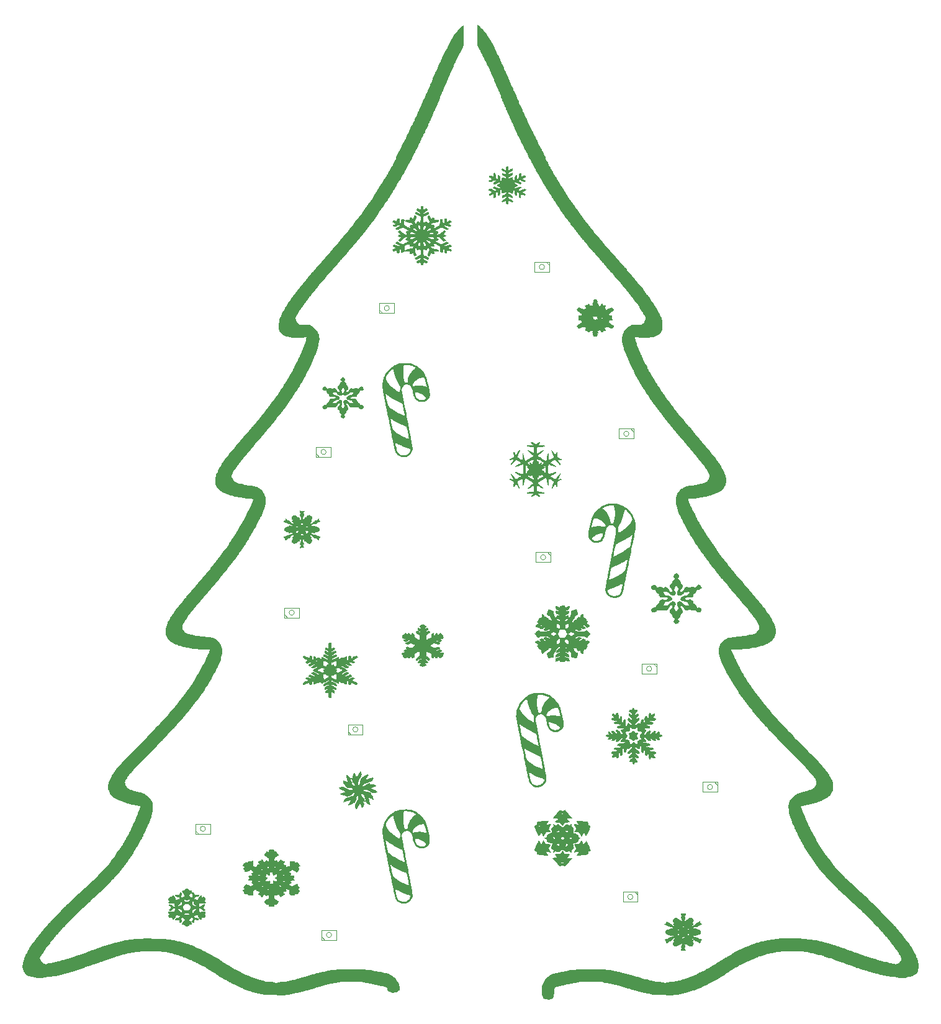
<source format=gbo>
G04 #@! TF.GenerationSoftware,KiCad,Pcbnew,8.0.6*
G04 #@! TF.CreationDate,2024-11-23T10:35:43+01:00*
G04 #@! TF.ProjectId,ChristmasTree,43687269-7374-46d6-9173-547265652e6b,rev?*
G04 #@! TF.SameCoordinates,Original*
G04 #@! TF.FileFunction,Legend,Bot*
G04 #@! TF.FilePolarity,Positive*
%FSLAX46Y46*%
G04 Gerber Fmt 4.6, Leading zero omitted, Abs format (unit mm)*
G04 Created by KiCad (PCBNEW 8.0.6) date 2024-11-23 10:35:43*
%MOMM*%
%LPD*%
G01*
G04 APERTURE LIST*
%ADD10C,0.000000*%
%ADD11C,0.100000*%
G04 APERTURE END LIST*
D10*
G36*
X100816020Y-23374937D02*
G01*
X100881440Y-23420773D01*
X100979536Y-23503723D01*
X101101719Y-23615335D01*
X101239399Y-23747154D01*
X101383986Y-23890725D01*
X101526890Y-24037596D01*
X101659523Y-24179313D01*
X101773294Y-24307421D01*
X101859613Y-24413466D01*
X102029431Y-24646386D01*
X102326890Y-25092873D01*
X102613653Y-25570704D01*
X102875817Y-26057391D01*
X102878845Y-26063361D01*
X102966043Y-26234297D01*
X103052194Y-26401532D01*
X103127512Y-26546158D01*
X103182209Y-26649268D01*
X103216455Y-26715074D01*
X103275774Y-26833467D01*
X103351117Y-26986687D01*
X103437918Y-27165172D01*
X103531611Y-27359358D01*
X103627629Y-27559682D01*
X103721404Y-27756582D01*
X103808370Y-27940495D01*
X103883959Y-28101858D01*
X103943606Y-28231107D01*
X103982744Y-28318681D01*
X103996804Y-28355016D01*
X103997946Y-28360175D01*
X104019254Y-28412106D01*
X104061951Y-28504102D01*
X104118752Y-28620312D01*
X104190109Y-28770203D01*
X104264711Y-28938617D01*
X104324125Y-29084421D01*
X104330995Y-29102302D01*
X104390910Y-29248345D01*
X104464827Y-29416844D01*
X104538348Y-29574834D01*
X104599152Y-29702983D01*
X104679312Y-29876893D01*
X104764045Y-30064859D01*
X104847847Y-30254308D01*
X104925219Y-30432668D01*
X104990658Y-30587368D01*
X105038665Y-30705836D01*
X105063736Y-30775500D01*
X105093513Y-30851378D01*
X105145075Y-30944608D01*
X105172499Y-30991522D01*
X105223392Y-31096476D01*
X105272729Y-31215180D01*
X105365652Y-31453652D01*
X105467752Y-31703426D01*
X105568240Y-31938153D01*
X105660152Y-32141583D01*
X105736527Y-32297470D01*
X105797225Y-32418796D01*
X105868525Y-32572316D01*
X105923969Y-32703329D01*
X105933565Y-32727833D01*
X105997493Y-32885680D01*
X106079953Y-33081151D01*
X106184311Y-33322133D01*
X106313936Y-33616512D01*
X106343378Y-33683233D01*
X106416110Y-33849277D01*
X106496500Y-34034008D01*
X106571892Y-34208389D01*
X106619223Y-34315501D01*
X106683846Y-34453445D01*
X106739457Y-34563067D01*
X106777655Y-34627265D01*
X106819223Y-34692184D01*
X106837816Y-34740881D01*
X106848565Y-34781488D01*
X106883040Y-34872280D01*
X106934986Y-34996709D01*
X106997934Y-35140326D01*
X107065415Y-35288682D01*
X107130961Y-35427328D01*
X107188103Y-35541817D01*
X107230371Y-35617698D01*
X107250816Y-35651864D01*
X107294082Y-35739672D01*
X107311318Y-35800609D01*
X107313271Y-35810615D01*
X107337528Y-35875641D01*
X107386032Y-35987983D01*
X107454399Y-36137955D01*
X107538248Y-36315869D01*
X107633195Y-36512038D01*
X107659732Y-36566348D01*
X107757531Y-36769351D01*
X107846796Y-36958874D01*
X107922111Y-37123153D01*
X107978062Y-37250427D01*
X108009234Y-37328933D01*
X108026341Y-37375805D01*
X108077162Y-37491161D01*
X108127038Y-37578857D01*
X108129843Y-37582837D01*
X108172904Y-37650821D01*
X108190679Y-37692175D01*
X108198689Y-37714142D01*
X108233739Y-37791031D01*
X108293237Y-37915310D01*
X108373458Y-38079592D01*
X108470680Y-38276490D01*
X108581178Y-38498616D01*
X108701228Y-38738584D01*
X108827107Y-38989007D01*
X108955091Y-39242496D01*
X109081457Y-39491666D01*
X109202480Y-39729129D01*
X109314437Y-39947498D01*
X109413604Y-40139386D01*
X109496258Y-40297406D01*
X109558674Y-40414169D01*
X109597129Y-40482291D01*
X109648021Y-40567610D01*
X109757279Y-40763512D01*
X109858545Y-40961210D01*
X109946391Y-41148784D01*
X110015386Y-41314316D01*
X110060101Y-41445886D01*
X110075107Y-41531575D01*
X110084523Y-41609066D01*
X110131242Y-41735777D01*
X110220251Y-41902797D01*
X110230888Y-41921052D01*
X110315718Y-42071200D01*
X110398627Y-42224583D01*
X110463055Y-42350653D01*
X110489168Y-42402280D01*
X110562587Y-42537528D01*
X110651888Y-42693335D01*
X110743260Y-42845319D01*
X110798406Y-42935613D01*
X110871032Y-43058380D01*
X110925201Y-43154694D01*
X110952090Y-43209180D01*
X110952425Y-43210098D01*
X110988213Y-43282798D01*
X111041375Y-43368217D01*
X111077515Y-43425545D01*
X111139368Y-43535467D01*
X111201161Y-43655700D01*
X111231649Y-43714479D01*
X111301119Y-43839154D01*
X111392669Y-43996971D01*
X111497966Y-44173638D01*
X111608679Y-44354861D01*
X111662732Y-44442203D01*
X111794767Y-44655708D01*
X111930874Y-44875979D01*
X112057820Y-45081595D01*
X112162372Y-45251132D01*
X112232379Y-45364459D01*
X112510700Y-45809502D01*
X112792536Y-46251973D01*
X113070529Y-46680608D01*
X113337324Y-47084140D01*
X113585564Y-47451305D01*
X113807891Y-47770839D01*
X113898505Y-47899689D01*
X114034654Y-48095662D01*
X114174245Y-48298728D01*
X114298094Y-48481092D01*
X114658027Y-48992819D01*
X115108430Y-49580293D01*
X115111318Y-49583914D01*
X115191218Y-49686193D01*
X115297080Y-49824480D01*
X115415455Y-49981093D01*
X115532894Y-50138349D01*
X115549828Y-50161160D01*
X115659505Y-50307826D01*
X115761162Y-50442092D01*
X115844113Y-50549928D01*
X115897673Y-50617301D01*
X115920667Y-50645280D01*
X115995296Y-50737803D01*
X116089885Y-50856548D01*
X116189481Y-50982788D01*
X116227093Y-51030565D01*
X116336296Y-51167962D01*
X116440553Y-51297502D01*
X116521579Y-51396411D01*
X116576433Y-51464045D01*
X116653014Y-51564095D01*
X116705626Y-51639713D01*
X116723121Y-51664945D01*
X116787727Y-51746060D01*
X116878733Y-51851910D01*
X116982315Y-51966184D01*
X117039107Y-52027592D01*
X117269670Y-52285303D01*
X117481794Y-52535537D01*
X117659457Y-52759521D01*
X117683945Y-52790986D01*
X117773234Y-52899349D01*
X117883642Y-53027322D01*
X117996800Y-53153452D01*
X118169042Y-53343015D01*
X118347369Y-53543912D01*
X118539916Y-53765721D01*
X118760687Y-54024408D01*
X118789301Y-54057945D01*
X118904928Y-54190385D01*
X119019679Y-54317852D01*
X119112428Y-54416778D01*
X119176198Y-54484914D01*
X119277912Y-54601845D01*
X119358919Y-54704261D01*
X119373909Y-54724243D01*
X119453991Y-54822202D01*
X119558190Y-54941038D01*
X119667920Y-55059388D01*
X119692826Y-55085607D01*
X119807816Y-55211200D01*
X119916288Y-55335950D01*
X119997641Y-55436306D01*
X120046793Y-55499013D01*
X120179320Y-55657543D01*
X120359031Y-55862384D01*
X120585255Y-56112775D01*
X120857317Y-56407954D01*
X120953929Y-56513777D01*
X121063874Y-56638557D01*
X121153611Y-56745130D01*
X121209915Y-56818110D01*
X121294954Y-56931168D01*
X121430613Y-57095015D01*
X121612731Y-57303859D01*
X121840317Y-57556542D01*
X121871876Y-57591484D01*
X121975535Y-57710351D01*
X122066245Y-57819996D01*
X122127299Y-57900400D01*
X122190637Y-57984875D01*
X122281186Y-58096106D01*
X122378328Y-58208602D01*
X122450238Y-58290216D01*
X122641085Y-58514788D01*
X122861998Y-58784064D01*
X123106946Y-59090536D01*
X123369895Y-59426696D01*
X123644815Y-59785037D01*
X123743298Y-59913294D01*
X123845389Y-60043613D01*
X123930784Y-60149927D01*
X123987542Y-60217177D01*
X124029583Y-60269602D01*
X124104698Y-60371365D01*
X124202148Y-60508265D01*
X124314008Y-60669152D01*
X124432350Y-60842877D01*
X124517980Y-60969700D01*
X124656074Y-61173575D01*
X124792695Y-61374597D01*
X124915763Y-61554999D01*
X125013196Y-61697015D01*
X125091481Y-61814589D01*
X125185734Y-61966500D01*
X125263355Y-62102956D01*
X125312758Y-62204339D01*
X125343100Y-62273290D01*
X125401666Y-62386291D01*
X125454565Y-62467341D01*
X125473798Y-62493271D01*
X125533457Y-62592474D01*
X125587316Y-62704092D01*
X125596754Y-62726373D01*
X125647295Y-62840754D01*
X125712564Y-62983562D01*
X125780880Y-63129147D01*
X125830269Y-63235144D01*
X125901593Y-63404307D01*
X125953953Y-63561013D01*
X125990656Y-63721273D01*
X126015007Y-63901098D01*
X126030312Y-64116500D01*
X126039877Y-64383491D01*
X126055080Y-64964717D01*
X125961869Y-65135977D01*
X125939785Y-65173805D01*
X125822465Y-65331819D01*
X125668231Y-65495347D01*
X125496192Y-65645543D01*
X125325459Y-65763562D01*
X125207689Y-65823577D01*
X124982248Y-65906763D01*
X124744801Y-65963057D01*
X124526910Y-65983755D01*
X124498793Y-65983915D01*
X124395014Y-65990928D01*
X124333715Y-66013025D01*
X124294311Y-66056658D01*
X124280536Y-66076985D01*
X124259638Y-66095952D01*
X124225721Y-66109048D01*
X124169686Y-66116898D01*
X124082436Y-66120130D01*
X123954870Y-66119368D01*
X123777891Y-66115238D01*
X123542401Y-66108367D01*
X123405531Y-66103965D01*
X123178298Y-66094616D01*
X123007540Y-66083997D01*
X122885808Y-66071439D01*
X122805651Y-66056269D01*
X122759621Y-66037816D01*
X122710188Y-66016728D01*
X122604050Y-65992492D01*
X122480293Y-65979413D01*
X122393937Y-65976706D01*
X122317620Y-65981297D01*
X122281016Y-65999699D01*
X122267919Y-66036249D01*
X122271389Y-66089586D01*
X122293788Y-66199688D01*
X122332178Y-66347956D01*
X122382541Y-66520712D01*
X122440863Y-66704279D01*
X122503128Y-66884979D01*
X122565319Y-67049135D01*
X122570594Y-67062267D01*
X122635981Y-67225875D01*
X122703737Y-67396608D01*
X122759999Y-67539548D01*
X122815645Y-67676038D01*
X122888606Y-67845790D01*
X122959055Y-68001952D01*
X122972041Y-68030016D01*
X123022959Y-68144802D01*
X123058690Y-68233048D01*
X123072170Y-68277544D01*
X123072178Y-68277863D01*
X123086896Y-68319968D01*
X123125084Y-68407737D01*
X123179900Y-68526775D01*
X123244504Y-68662685D01*
X123312056Y-68801072D01*
X123375714Y-68927542D01*
X123428639Y-69027697D01*
X123429430Y-69029142D01*
X123460008Y-69087997D01*
X123514665Y-69195956D01*
X123587871Y-69341985D01*
X123674092Y-69515053D01*
X123767798Y-69704128D01*
X123772519Y-69713676D01*
X123866020Y-69902227D01*
X123951810Y-70074225D01*
X124024349Y-70218635D01*
X124078095Y-70324425D01*
X124107508Y-70380560D01*
X124133749Y-70430487D01*
X124184921Y-70534415D01*
X124239720Y-70651132D01*
X124289029Y-70749020D01*
X124365981Y-70888754D01*
X124458507Y-71048432D01*
X124555917Y-71209188D01*
X124642295Y-71348287D01*
X124760630Y-71538958D01*
X124875031Y-71723396D01*
X124969611Y-71875994D01*
X125002369Y-71928823D01*
X125098266Y-72083125D01*
X125213314Y-72267891D01*
X125335845Y-72464390D01*
X125454189Y-72653890D01*
X125471246Y-72681074D01*
X125641580Y-72944272D01*
X125848026Y-73250970D01*
X126084785Y-73593043D01*
X126346059Y-73962365D01*
X126626051Y-74350812D01*
X126918964Y-74750257D01*
X127219000Y-75152576D01*
X127520361Y-75549644D01*
X127656311Y-75727078D01*
X127777661Y-75885119D01*
X127878047Y-76015031D01*
X127966596Y-76128302D01*
X128052433Y-76236418D01*
X128144687Y-76350866D01*
X128252483Y-76483133D01*
X128384949Y-76644706D01*
X128551212Y-76847072D01*
X128601209Y-76907964D01*
X128720548Y-77053544D01*
X128851650Y-77213703D01*
X128974035Y-77363430D01*
X129038417Y-77441686D01*
X129164090Y-77591918D01*
X129285776Y-77734646D01*
X129384294Y-77847251D01*
X129484558Y-77961217D01*
X129589353Y-78083635D01*
X129671777Y-78183251D01*
X129706266Y-78226141D01*
X129959852Y-78535910D01*
X130231488Y-78859279D01*
X130501870Y-79173498D01*
X130751692Y-79455820D01*
X130760598Y-79465734D01*
X130868512Y-79589377D01*
X130973483Y-79714974D01*
X131053951Y-79816778D01*
X131080629Y-79851071D01*
X131170891Y-79959080D01*
X131282946Y-80085846D01*
X131398597Y-80210577D01*
X131461520Y-80277751D01*
X131547796Y-80374547D01*
X131607024Y-80447203D01*
X131629028Y-80483660D01*
X131641220Y-80508415D01*
X131691003Y-80570002D01*
X131766086Y-80647918D01*
X131851415Y-80736939D01*
X131959376Y-80860033D01*
X132059702Y-80983622D01*
X132150782Y-81097144D01*
X132263447Y-81229358D01*
X132362325Y-81337656D01*
X132429949Y-81410320D01*
X132486617Y-81477509D01*
X132508389Y-81512420D01*
X132513016Y-81523412D01*
X132552097Y-81581011D01*
X132625763Y-81678355D01*
X132727708Y-81807402D01*
X132851628Y-81960104D01*
X132991216Y-82128420D01*
X133051595Y-82200904D01*
X133173021Y-82350538D01*
X133283682Y-82494091D01*
X133395254Y-82647412D01*
X133519413Y-82826345D01*
X133667835Y-83046738D01*
X133847233Y-83318638D01*
X134022608Y-83592238D01*
X134165150Y-83824089D01*
X134272315Y-84010040D01*
X134341558Y-84145939D01*
X134376625Y-84224019D01*
X134488898Y-84483318D01*
X134573582Y-84700966D01*
X134634052Y-84891183D01*
X134673680Y-85068191D01*
X134695841Y-85246209D01*
X134703908Y-85439459D01*
X134701255Y-85662162D01*
X134697382Y-85770831D01*
X134682483Y-85966647D01*
X134652723Y-86125405D01*
X134600971Y-86263517D01*
X134520099Y-86397391D01*
X134402975Y-86543437D01*
X134242470Y-86718065D01*
X134193184Y-86769468D01*
X134059517Y-86900472D01*
X133939868Y-86999674D01*
X133813202Y-87083258D01*
X133658482Y-87167412D01*
X133610627Y-87191381D01*
X133420247Y-87279396D01*
X133211168Y-87366781D01*
X132996700Y-87448832D01*
X132790156Y-87520842D01*
X132604849Y-87578104D01*
X132454092Y-87615912D01*
X132351198Y-87629561D01*
X132348538Y-87629617D01*
X132280307Y-87644452D01*
X132192195Y-87677603D01*
X132190356Y-87678426D01*
X132062232Y-87721532D01*
X131887101Y-87761164D01*
X131685217Y-87793446D01*
X131476831Y-87814503D01*
X131389773Y-87822649D01*
X131256946Y-87841856D01*
X131155749Y-87864327D01*
X131131689Y-87870842D01*
X131010515Y-87891717D01*
X130884247Y-87900134D01*
X130846005Y-87901546D01*
X130737417Y-87918984D01*
X130659790Y-87949938D01*
X130637129Y-87962122D01*
X130569160Y-87980595D01*
X130460614Y-87993968D01*
X130302481Y-88003168D01*
X130085753Y-88009126D01*
X129582823Y-88018509D01*
X129593633Y-88153795D01*
X129606536Y-88223726D01*
X129641299Y-88348005D01*
X129691707Y-88500022D01*
X129751936Y-88661119D01*
X129791228Y-88754124D01*
X129863428Y-88913858D01*
X129958261Y-89116477D01*
X130071070Y-89352587D01*
X130197198Y-89612791D01*
X130331987Y-89887697D01*
X130470780Y-90167908D01*
X130608920Y-90444030D01*
X130741748Y-90706668D01*
X130864608Y-90946428D01*
X130972843Y-91153914D01*
X131061795Y-91319732D01*
X131126806Y-91434488D01*
X131170561Y-91508117D01*
X131254894Y-91651331D01*
X131350510Y-91814804D01*
X131443984Y-91975633D01*
X131564672Y-92181744D01*
X132042746Y-92958905D01*
X132577883Y-93771820D01*
X133169935Y-94620276D01*
X133818758Y-95504053D01*
X133896792Y-95607891D01*
X134090966Y-95865873D01*
X134250647Y-96077285D01*
X134380182Y-96247806D01*
X134483915Y-96383117D01*
X134566194Y-96488898D01*
X134631364Y-96570828D01*
X134683772Y-96634589D01*
X134703411Y-96658151D01*
X134782101Y-96753860D01*
X134889815Y-96886004D01*
X135016866Y-97042592D01*
X135153565Y-97211630D01*
X135290222Y-97381127D01*
X135417150Y-97539091D01*
X135524659Y-97673530D01*
X135603062Y-97772450D01*
X135635790Y-97813995D01*
X135860981Y-98093822D01*
X136104761Y-98386130D01*
X136376994Y-98702584D01*
X136687544Y-99054849D01*
X136783953Y-99165662D01*
X136897012Y-99300315D01*
X136990543Y-99416379D01*
X137015432Y-99447746D01*
X137111656Y-99563561D01*
X137227618Y-99697626D01*
X137343478Y-99826869D01*
X137382847Y-99870210D01*
X137499707Y-100002556D01*
X137608915Y-100130937D01*
X137691093Y-100232728D01*
X137748174Y-100304286D01*
X137848623Y-100424910D01*
X137967135Y-100563333D01*
X138088491Y-100701598D01*
X138176584Y-100801513D01*
X138314408Y-100960799D01*
X138445599Y-101115452D01*
X138550743Y-101242743D01*
X138587021Y-101287311D01*
X138677367Y-101395446D01*
X138752546Y-101481591D01*
X138799148Y-101530227D01*
X138819808Y-101550668D01*
X138883511Y-101624775D01*
X138953244Y-101716245D01*
X139009953Y-101791154D01*
X139105541Y-101908820D01*
X139203713Y-102022455D01*
X139208407Y-102027698D01*
X139308349Y-102144924D01*
X139422249Y-102286319D01*
X139526365Y-102422448D01*
X139533993Y-102432751D01*
X139636616Y-102567217D01*
X139744128Y-102702072D01*
X139834457Y-102809580D01*
X139852661Y-102830663D01*
X139945224Y-102944719D01*
X140051289Y-103083389D01*
X140151333Y-103221305D01*
X140181952Y-103264567D01*
X140274375Y-103391095D01*
X140359027Y-103501714D01*
X140420743Y-103576432D01*
X140433333Y-103591081D01*
X140499733Y-103679885D01*
X140580656Y-103800621D01*
X140661378Y-103931558D01*
X140680569Y-103964085D01*
X140759774Y-104096204D01*
X140832431Y-104214456D01*
X140884863Y-104296507D01*
X140905617Y-104329805D01*
X140966650Y-104445419D01*
X141019634Y-104567080D01*
X141035427Y-104606122D01*
X141100343Y-104741547D01*
X141170286Y-104861652D01*
X141193777Y-104899292D01*
X141262159Y-105030388D01*
X141316054Y-105161621D01*
X141335786Y-105218246D01*
X141374206Y-105319589D01*
X141403511Y-105385978D01*
X141406831Y-105392921D01*
X141429880Y-105469998D01*
X141455408Y-105593447D01*
X141480391Y-105745210D01*
X141501805Y-105907231D01*
X141516627Y-106061453D01*
X141518889Y-106121502D01*
X141498435Y-106350546D01*
X141438139Y-106600783D01*
X141342825Y-106850319D01*
X141299912Y-106932129D01*
X141199867Y-107082312D01*
X141076278Y-107235145D01*
X140940907Y-107378553D01*
X140805517Y-107500463D01*
X140681873Y-107588801D01*
X140581737Y-107631494D01*
X140573834Y-107633077D01*
X140481076Y-107665110D01*
X140417579Y-107708916D01*
X140383478Y-107739379D01*
X140294827Y-107795251D01*
X140172932Y-107858602D01*
X140031143Y-107923954D01*
X139882808Y-107985832D01*
X139741275Y-108038758D01*
X139619892Y-108077257D01*
X139532008Y-108095853D01*
X139490971Y-108089068D01*
X139482309Y-108083734D01*
X139428497Y-108091371D01*
X139347772Y-108126187D01*
X139322223Y-108139252D01*
X139229698Y-108177636D01*
X139162094Y-108193076D01*
X139102442Y-108205991D01*
X139021379Y-108245387D01*
X139017037Y-108248114D01*
X138922969Y-108281122D01*
X138809547Y-108289909D01*
X138787959Y-108289002D01*
X138694722Y-108293152D01*
X138635195Y-108308298D01*
X138588209Y-108322258D01*
X138492169Y-108336664D01*
X138371459Y-108346892D01*
X138261028Y-108356997D01*
X138162116Y-108374191D01*
X138108419Y-108393881D01*
X138078077Y-108410764D01*
X137977696Y-108440545D01*
X137829551Y-108467872D01*
X137646439Y-108490956D01*
X137441156Y-108508007D01*
X137226498Y-108517235D01*
X137105335Y-108521641D01*
X136953531Y-108532148D01*
X136831929Y-108546257D01*
X136759250Y-108562167D01*
X136722627Y-108570756D01*
X136615824Y-108582358D01*
X136457266Y-108591245D01*
X136256639Y-108596932D01*
X136023630Y-108598935D01*
X136011954Y-108598939D01*
X135813359Y-108600227D01*
X135640782Y-108603565D01*
X135504630Y-108608579D01*
X135415308Y-108614890D01*
X135383222Y-108622121D01*
X135399114Y-108655909D01*
X135444148Y-108715131D01*
X135475444Y-108759037D01*
X135530654Y-108856655D01*
X135584870Y-108970972D01*
X135617679Y-109047431D01*
X135675379Y-109181800D01*
X135722865Y-109292277D01*
X135828773Y-109535120D01*
X135944913Y-109793945D01*
X136054486Y-110030605D01*
X136153612Y-110237041D01*
X136238412Y-110405193D01*
X136305008Y-110527002D01*
X136349521Y-110594408D01*
X136368335Y-110621147D01*
X136414167Y-110703925D01*
X136462704Y-110807684D01*
X136495250Y-110878124D01*
X136559665Y-111006895D01*
X136639507Y-111159163D01*
X136724499Y-111315008D01*
X136781367Y-111417060D01*
X136884054Y-111601336D01*
X136984515Y-111781619D01*
X137067400Y-111930360D01*
X137136405Y-112051165D01*
X137230363Y-112210944D01*
X137337067Y-112389170D01*
X137447168Y-112570457D01*
X137551320Y-112739420D01*
X137640175Y-112880672D01*
X137704385Y-112978829D01*
X137730965Y-113016934D01*
X137792613Y-113103987D01*
X137875425Y-113220150D01*
X137969046Y-113350866D01*
X138033547Y-113441639D01*
X138136097Y-113589235D01*
X138226998Y-113723725D01*
X138292098Y-113824368D01*
X138308947Y-113851290D01*
X138367168Y-113940157D01*
X138440431Y-114045983D01*
X138533185Y-114174811D01*
X138649883Y-114332687D01*
X138794975Y-114525654D01*
X138972914Y-114759755D01*
X139188149Y-115041035D01*
X139191156Y-115044956D01*
X139323299Y-115217273D01*
X139447502Y-115379279D01*
X139555459Y-115520133D01*
X139638861Y-115628996D01*
X139689400Y-115695028D01*
X139707994Y-115719064D01*
X139794880Y-115826598D01*
X139876140Y-115921305D01*
X139876258Y-115921436D01*
X139943681Y-116000376D01*
X140032551Y-116109670D01*
X140123661Y-116225699D01*
X140125564Y-116228170D01*
X140216223Y-116341157D01*
X140304386Y-116443450D01*
X140371219Y-116513183D01*
X140403489Y-116545647D01*
X140485323Y-116641316D01*
X140563393Y-116746727D01*
X140624647Y-116830975D01*
X140755787Y-116992760D01*
X140934402Y-117197970D01*
X141159184Y-117445115D01*
X141428828Y-117732708D01*
X141457216Y-117762752D01*
X141568698Y-117883447D01*
X141659033Y-117985529D01*
X141719575Y-118059014D01*
X141741678Y-118093918D01*
X141747419Y-118103683D01*
X141791772Y-118156310D01*
X141875200Y-118247944D01*
X141992006Y-118372536D01*
X142136489Y-118524037D01*
X142302949Y-118696397D01*
X142485688Y-118883568D01*
X142577951Y-118977828D01*
X142753347Y-119158470D01*
X142909641Y-119321342D01*
X143041130Y-119460386D01*
X143142114Y-119569547D01*
X143206892Y-119642768D01*
X143229762Y-119673993D01*
X143236979Y-119684018D01*
X143285195Y-119737376D01*
X143375705Y-119833041D01*
X143504989Y-119967412D01*
X143669525Y-120136889D01*
X143865795Y-120337870D01*
X144090277Y-120566756D01*
X144339453Y-120819945D01*
X144609800Y-121093837D01*
X144897801Y-121384829D01*
X145199933Y-121689323D01*
X145566908Y-122058934D01*
X145940747Y-122436108D01*
X146271849Y-122771028D01*
X146562990Y-123066591D01*
X146816943Y-123325695D01*
X147036485Y-123551237D01*
X147224390Y-123746115D01*
X147383433Y-123913228D01*
X147516390Y-124055471D01*
X147626035Y-124175743D01*
X147715143Y-124276942D01*
X147786490Y-124361965D01*
X147842850Y-124433710D01*
X147886999Y-124495074D01*
X147926385Y-124550264D01*
X148003223Y-124647169D01*
X148066724Y-124714914D01*
X148071449Y-124719240D01*
X148130590Y-124782638D01*
X148213968Y-124882405D01*
X148313253Y-125007408D01*
X148420115Y-125146511D01*
X148526225Y-125288581D01*
X148623255Y-125422481D01*
X148702874Y-125537079D01*
X148756754Y-125621239D01*
X148776564Y-125663826D01*
X148789515Y-125692994D01*
X148831023Y-125764280D01*
X148891188Y-125859116D01*
X148965768Y-125983243D01*
X149084058Y-126219764D01*
X149187967Y-126473978D01*
X149264157Y-126715269D01*
X149278496Y-126779652D01*
X149304828Y-126975565D01*
X149316528Y-127198705D01*
X149313600Y-127425754D01*
X149296051Y-127633393D01*
X149263886Y-127798304D01*
X149230118Y-127889594D01*
X149150614Y-128049666D01*
X149046402Y-128223857D01*
X148930250Y-128391327D01*
X148814922Y-128531236D01*
X148757918Y-128585368D01*
X148625965Y-128688403D01*
X148459522Y-128801404D01*
X148275528Y-128913699D01*
X148090919Y-129014617D01*
X147922631Y-129093484D01*
X147880699Y-129111223D01*
X147764821Y-129163545D01*
X147679784Y-129206867D01*
X147641607Y-129233224D01*
X147615675Y-129251465D01*
X147548267Y-129263915D01*
X147516913Y-129267999D01*
X147425851Y-129296454D01*
X147321968Y-129343116D01*
X147281922Y-129362794D01*
X147145648Y-129418947D01*
X147017843Y-129459124D01*
X146927755Y-129480996D01*
X146756918Y-129523381D01*
X146635978Y-129555370D01*
X146553658Y-129580252D01*
X146498686Y-129601314D01*
X146459787Y-129621842D01*
X146453201Y-129625781D01*
X146410625Y-129645520D01*
X146349833Y-129662848D01*
X146258565Y-129680161D01*
X146124559Y-129699857D01*
X145935552Y-129724333D01*
X145904726Y-129728824D01*
X145780315Y-129756196D01*
X145676779Y-129791151D01*
X145576997Y-129824847D01*
X145486558Y-129838882D01*
X145464373Y-129840152D01*
X145367877Y-129857806D01*
X145259121Y-129889614D01*
X145226756Y-129900281D01*
X145112766Y-129928874D01*
X145020114Y-129940347D01*
X144942784Y-129948220D01*
X144912416Y-129978611D01*
X144927765Y-130041549D01*
X144987238Y-130147061D01*
X145038934Y-130244324D01*
X145100646Y-130388818D01*
X145150528Y-130534642D01*
X145188162Y-130655581D01*
X145249195Y-130832391D01*
X145309118Y-130988815D01*
X145310475Y-130992105D01*
X145449091Y-131327155D01*
X145566730Y-131609308D01*
X145667506Y-131848382D01*
X145755534Y-132054195D01*
X145820930Y-132200736D01*
X145910981Y-132394171D01*
X146016852Y-132615733D01*
X146132974Y-132854250D01*
X146253781Y-133098553D01*
X146373705Y-133337469D01*
X146487177Y-133559828D01*
X146588630Y-133754458D01*
X146672497Y-133910188D01*
X146733210Y-134015846D01*
X146735056Y-134018853D01*
X146820388Y-134165334D01*
X146904699Y-134322031D01*
X146969995Y-134455526D01*
X147017454Y-134556387D01*
X147067343Y-134652782D01*
X147102149Y-134709188D01*
X147119637Y-134733619D01*
X147168743Y-134813062D01*
X147224203Y-134912118D01*
X147283419Y-135015758D01*
X147365171Y-135148774D01*
X147450036Y-135279252D01*
X147454071Y-135285254D01*
X147532937Y-135405906D01*
X147602650Y-135518083D01*
X147648539Y-135598213D01*
X147689051Y-135668902D01*
X147774554Y-135801898D01*
X147891062Y-135972574D01*
X148033171Y-136173795D01*
X148195479Y-136398423D01*
X148372581Y-136639320D01*
X148559076Y-136889351D01*
X148749560Y-137141377D01*
X148938631Y-137388261D01*
X149120883Y-137622867D01*
X149290916Y-137838057D01*
X149443326Y-138026694D01*
X149572708Y-138181641D01*
X149673662Y-138295762D01*
X149740783Y-138361918D01*
X149762508Y-138382118D01*
X149828559Y-138456280D01*
X149899282Y-138547936D01*
X149914836Y-138568082D01*
X149984781Y-138648599D01*
X150092542Y-138765416D01*
X150230445Y-138910785D01*
X150390812Y-139076960D01*
X150565968Y-139256191D01*
X150748236Y-139440731D01*
X150929941Y-139622832D01*
X151103407Y-139794746D01*
X151260957Y-139948725D01*
X151394916Y-140077021D01*
X151497607Y-140171886D01*
X151561354Y-140225572D01*
X151583565Y-140242594D01*
X151670244Y-140314703D01*
X151788423Y-140417998D01*
X151925450Y-140541308D01*
X152068678Y-140673468D01*
X152096936Y-140699869D01*
X152338011Y-140923970D01*
X152604552Y-141170070D01*
X152877911Y-141421042D01*
X153139442Y-141659762D01*
X153370498Y-141869104D01*
X153434593Y-141928316D01*
X153560731Y-142048609D01*
X153724930Y-142208092D01*
X153922410Y-142401940D01*
X154148386Y-142625331D01*
X154398076Y-142873441D01*
X154666698Y-143141447D01*
X154949469Y-143424523D01*
X155241606Y-143717848D01*
X155538327Y-144016597D01*
X155834849Y-144315947D01*
X156126390Y-144611073D01*
X156408166Y-144897153D01*
X156675395Y-145169363D01*
X156923295Y-145422879D01*
X157147083Y-145652877D01*
X157341976Y-145854535D01*
X157503191Y-146023027D01*
X157625947Y-146153531D01*
X157705459Y-146241223D01*
X157826273Y-146379960D01*
X157974810Y-146550381D01*
X158113278Y-146709096D01*
X158230238Y-146842994D01*
X158314248Y-146938963D01*
X158428455Y-147073676D01*
X158557400Y-147233057D01*
X158669374Y-147378203D01*
X158676214Y-147387375D01*
X158778456Y-147521461D01*
X158884972Y-147656715D01*
X158973768Y-147765175D01*
X158988631Y-147782730D01*
X159134512Y-147955731D01*
X159244581Y-148088141D01*
X159326545Y-148189713D01*
X159388110Y-148270198D01*
X159436982Y-148339351D01*
X159480869Y-148406924D01*
X159522796Y-148472656D01*
X159598501Y-148589747D01*
X159696327Y-148740065D01*
X159808226Y-148911248D01*
X159926153Y-149090935D01*
X159929449Y-149095947D01*
X160038769Y-149263031D01*
X160133850Y-149409896D01*
X160208916Y-149527497D01*
X160258190Y-149606788D01*
X160275899Y-149638723D01*
X160275899Y-149638782D01*
X160291934Y-149674161D01*
X160333607Y-149750983D01*
X160391951Y-149852712D01*
X160397200Y-149861756D01*
X160468974Y-149997885D01*
X160545954Y-150161640D01*
X160612350Y-150319571D01*
X160625624Y-150353443D01*
X160681491Y-150489984D01*
X160733191Y-150608037D01*
X160770986Y-150685157D01*
X160812571Y-150774482D01*
X160871776Y-150968558D01*
X160916314Y-151202964D01*
X160945131Y-151461341D01*
X160957171Y-151727331D01*
X160951379Y-151984575D01*
X160926701Y-152216715D01*
X160882080Y-152407392D01*
X160847776Y-152495311D01*
X160777919Y-152629642D01*
X160704517Y-152729771D01*
X160662472Y-152770852D01*
X160534951Y-152876428D01*
X160389096Y-152978470D01*
X160246983Y-153062234D01*
X160130690Y-153112977D01*
X160027995Y-153143634D01*
X159816162Y-153200443D01*
X159652842Y-153233012D01*
X159528494Y-153243409D01*
X159516098Y-153243639D01*
X159393973Y-153262432D01*
X159284938Y-153302156D01*
X159268561Y-153310525D01*
X159211186Y-153331631D01*
X159135464Y-153345618D01*
X159029085Y-153353569D01*
X158879740Y-153356561D01*
X158675119Y-153355678D01*
X158509662Y-153353030D01*
X158344299Y-153346850D01*
X158230008Y-153336762D01*
X158157395Y-153321852D01*
X158117063Y-153301200D01*
X158054596Y-153273265D01*
X157935163Y-153248505D01*
X157773102Y-153230950D01*
X157699297Y-153225545D01*
X157460555Y-153207723D01*
X157278315Y-153193293D01*
X157143893Y-153181338D01*
X157048601Y-153170941D01*
X156983755Y-153161186D01*
X156940667Y-153151156D01*
X156910652Y-153139933D01*
X156845138Y-153120251D01*
X156735451Y-153097794D01*
X156606258Y-153077757D01*
X156484939Y-153059301D01*
X156313762Y-153027394D01*
X156166578Y-152994050D01*
X156073121Y-152972177D01*
X155948930Y-152949498D01*
X155857859Y-152940220D01*
X155856821Y-152940206D01*
X155748934Y-152925722D01*
X155638018Y-152893074D01*
X155634604Y-152891716D01*
X155541660Y-152860458D01*
X155411190Y-152823053D01*
X155270306Y-152787300D01*
X155123909Y-152750714D01*
X154955043Y-152704846D01*
X154813715Y-152662884D01*
X154684646Y-152623853D01*
X154516914Y-152576425D01*
X154357124Y-152534064D01*
X154207009Y-152493235D01*
X154018577Y-152436991D01*
X153849800Y-152382009D01*
X153838669Y-152378171D01*
X153695676Y-152331219D01*
X153560431Y-152290464D01*
X153460852Y-152264351D01*
X153363254Y-152238922D01*
X153228335Y-152198407D01*
X153088815Y-152152425D01*
X152958233Y-152108313D01*
X152791774Y-152054398D01*
X152649134Y-152010468D01*
X152553363Y-151980123D01*
X152459368Y-151945416D01*
X152408502Y-151920228D01*
X152391996Y-151910685D01*
X152318835Y-151879351D01*
X152206066Y-151837080D01*
X152070286Y-151790249D01*
X152007123Y-151769105D01*
X151819496Y-151704787D01*
X151616273Y-151633488D01*
X151431558Y-151567121D01*
X151353456Y-151538605D01*
X151168637Y-151471168D01*
X150987384Y-151405083D01*
X150839680Y-151351283D01*
X150798942Y-151336434D01*
X150655689Y-151284045D01*
X150475220Y-151217872D01*
X150276549Y-151144893D01*
X150078695Y-151072085D01*
X150016867Y-151049411D01*
X149806184Y-150973396D01*
X149593681Y-150898343D01*
X149401071Y-150831866D01*
X149250066Y-150781576D01*
X149179177Y-150758688D01*
X149016773Y-150706096D01*
X148868566Y-150657912D01*
X148759654Y-150622287D01*
X148521312Y-150545433D01*
X148225627Y-150453438D01*
X147921043Y-150361674D01*
X147625793Y-150275538D01*
X147358107Y-150200428D01*
X147136218Y-150141739D01*
X147042173Y-150117081D01*
X146934288Y-150086430D01*
X146865646Y-150064021D01*
X146843617Y-150056712D01*
X146750115Y-150034012D01*
X146622928Y-150009086D01*
X146486184Y-149986110D01*
X146364008Y-149969261D01*
X146280526Y-149962717D01*
X146208525Y-149952255D01*
X146115318Y-149922738D01*
X146112487Y-149921565D01*
X146003523Y-149887977D01*
X145844846Y-149853252D01*
X145653622Y-149820356D01*
X145447021Y-149792253D01*
X145242210Y-149771911D01*
X145164083Y-149766999D01*
X145010942Y-149760513D01*
X144815856Y-149754650D01*
X144587252Y-149749465D01*
X144333561Y-149745011D01*
X144063210Y-149741343D01*
X143784629Y-149738517D01*
X143506247Y-149736586D01*
X143236493Y-149735604D01*
X142983795Y-149735626D01*
X142756582Y-149736708D01*
X142563284Y-149738902D01*
X142412329Y-149742264D01*
X142312147Y-149746849D01*
X142271165Y-149752709D01*
X142261944Y-149757316D01*
X142194543Y-149771602D01*
X142083949Y-149783380D01*
X141948819Y-149790465D01*
X141912510Y-149791726D01*
X141772270Y-149800707D01*
X141655000Y-149814228D01*
X141583035Y-149829881D01*
X141516867Y-149848577D01*
X141414827Y-149861252D01*
X141323234Y-149875251D01*
X141222555Y-149909108D01*
X141187314Y-149922807D01*
X141071717Y-149954647D01*
X140946871Y-149976333D01*
X140862901Y-149986277D01*
X140758631Y-150000382D01*
X140658577Y-150017191D01*
X140554180Y-150039006D01*
X140436880Y-150068129D01*
X140298118Y-150106864D01*
X140129334Y-150157512D01*
X139921969Y-150222378D01*
X139667463Y-150303763D01*
X139357257Y-150403969D01*
X139227234Y-150448731D01*
X139074739Y-150506400D01*
X138951398Y-150558300D01*
X138940928Y-150563057D01*
X138848028Y-150603610D01*
X138707216Y-150663428D01*
X138531039Y-150737250D01*
X138332041Y-150819813D01*
X138122770Y-150905855D01*
X137964700Y-150971221D01*
X137565091Y-151144197D01*
X137198115Y-151316314D01*
X136839634Y-151499204D01*
X136465513Y-151704500D01*
X136278075Y-151811447D01*
X136006244Y-151969618D01*
X135728885Y-152134113D01*
X135456754Y-152298365D01*
X135200607Y-152455808D01*
X134971199Y-152599877D01*
X134779287Y-152724004D01*
X134635625Y-152821624D01*
X134378616Y-152997164D01*
X134094892Y-153179294D01*
X133807111Y-153353895D01*
X133534276Y-153509444D01*
X133295387Y-153634417D01*
X133218782Y-153674065D01*
X133138192Y-153721475D01*
X133099310Y-153752281D01*
X133067548Y-153778394D01*
X132990454Y-153825665D01*
X132887278Y-153881145D01*
X132679530Y-153986493D01*
X132355585Y-154150377D01*
X132082132Y-154288016D01*
X131852981Y-154402375D01*
X131661944Y-154496421D01*
X131502832Y-154573120D01*
X131369454Y-154635438D01*
X131255622Y-154686342D01*
X131155146Y-154728796D01*
X131061838Y-154765768D01*
X130969507Y-154800224D01*
X130876387Y-154835358D01*
X130739876Y-154890325D01*
X130631291Y-154937864D01*
X130571773Y-154964390D01*
X130398654Y-155032281D01*
X130184437Y-155107148D01*
X129946245Y-155183162D01*
X129701198Y-155254495D01*
X129676201Y-155261444D01*
X129509884Y-155309427D01*
X129343903Y-155359759D01*
X129210786Y-155402614D01*
X129197723Y-155406925D01*
X129056633Y-155445505D01*
X128886184Y-155482169D01*
X128720373Y-155509507D01*
X128688279Y-155513933D01*
X128535338Y-155538919D01*
X128396207Y-155567207D01*
X128297603Y-155593490D01*
X128212300Y-155619470D01*
X128093548Y-155646736D01*
X127955509Y-155668354D01*
X127791286Y-155684701D01*
X127593980Y-155696154D01*
X127356692Y-155703089D01*
X127072524Y-155705883D01*
X126734577Y-155704912D01*
X126335952Y-155700553D01*
X126063234Y-155696570D01*
X125713394Y-155690432D01*
X125421854Y-155683688D01*
X125183042Y-155675995D01*
X124991388Y-155667012D01*
X124841320Y-155656398D01*
X124727266Y-155643812D01*
X124643654Y-155628910D01*
X124584914Y-155611353D01*
X124545473Y-155590798D01*
X124478668Y-155560087D01*
X124381330Y-155543276D01*
X124367248Y-155542736D01*
X124276768Y-155531728D01*
X124136890Y-155508523D01*
X123960602Y-155475755D01*
X123760894Y-155436059D01*
X123550753Y-155392067D01*
X123343167Y-155346414D01*
X123151126Y-155301734D01*
X122987616Y-155260660D01*
X122836194Y-155220273D01*
X122614511Y-155160316D01*
X122396125Y-155100401D01*
X122193450Y-155043993D01*
X122018904Y-154994554D01*
X121884902Y-154955548D01*
X121803861Y-154930440D01*
X121749861Y-154912493D01*
X121568351Y-154854514D01*
X121346851Y-154786249D01*
X121098432Y-154711501D01*
X120836165Y-154634074D01*
X120573120Y-154557771D01*
X120322367Y-154486397D01*
X120096977Y-154423755D01*
X119910020Y-154373649D01*
X119774567Y-154339883D01*
X119692390Y-154320485D01*
X119530034Y-154280570D01*
X119385619Y-154243363D01*
X119331241Y-154229344D01*
X119168449Y-154191143D01*
X118980722Y-154151049D01*
X118783204Y-154111894D01*
X118591041Y-154076509D01*
X118419379Y-154047729D01*
X118283363Y-154028383D01*
X118198137Y-154021305D01*
X118136948Y-154012187D01*
X118071738Y-153979028D01*
X118032642Y-153957912D01*
X117950253Y-153937989D01*
X117822638Y-153920955D01*
X117646064Y-153906572D01*
X117416796Y-153894602D01*
X117131102Y-153884806D01*
X116785248Y-153876946D01*
X116375499Y-153870784D01*
X116067563Y-153868491D01*
X115650036Y-153870906D01*
X115285414Y-153880163D01*
X114976590Y-153896098D01*
X114726458Y-153918547D01*
X114537913Y-153947345D01*
X114413848Y-153982327D01*
X114405805Y-153985323D01*
X114330025Y-154005115D01*
X114205702Y-154030929D01*
X114048155Y-154059759D01*
X113872703Y-154088595D01*
X113674296Y-154120987D01*
X113470902Y-154156900D01*
X113286687Y-154191919D01*
X113145539Y-154221672D01*
X112977776Y-154258540D01*
X112795015Y-154296064D01*
X112638216Y-154325808D01*
X112511908Y-154350163D01*
X112364571Y-154382590D01*
X112249268Y-154412181D01*
X112212066Y-154422644D01*
X112089174Y-154454861D01*
X111935522Y-154493052D01*
X111775766Y-154531028D01*
X111772916Y-154531688D01*
X111586930Y-154578508D01*
X111457458Y-154624880D01*
X111374377Y-154681068D01*
X111327566Y-154757336D01*
X111306902Y-154863948D01*
X111302264Y-155011169D01*
X111296066Y-155144952D01*
X111276635Y-155329698D01*
X111247358Y-155531566D01*
X111211711Y-155729395D01*
X111173169Y-155902024D01*
X111135208Y-156028292D01*
X111109615Y-156073124D01*
X111019387Y-156157946D01*
X110890370Y-156232041D01*
X110741188Y-156283352D01*
X110706002Y-156291522D01*
X110623827Y-156308086D01*
X110552283Y-156314474D01*
X110472099Y-156310077D01*
X110364002Y-156294283D01*
X110208721Y-156266481D01*
X110152462Y-156255786D01*
X109984200Y-156214715D01*
X109865127Y-156161767D01*
X109780802Y-156085026D01*
X109716786Y-155972573D01*
X109658638Y-155812490D01*
X109636023Y-155738679D01*
X109610688Y-155638210D01*
X109594315Y-155535811D01*
X109585256Y-155415066D01*
X109581868Y-155259556D01*
X109582505Y-155052863D01*
X109587263Y-154825553D01*
X109600908Y-154619223D01*
X109627096Y-154445769D01*
X109669720Y-154286940D01*
X109732672Y-154124489D01*
X109819845Y-153940167D01*
X109989895Y-153650372D01*
X110194734Y-153403235D01*
X110445962Y-153187041D01*
X110466563Y-153171967D01*
X110797165Y-152967966D01*
X111153447Y-152812202D01*
X111515286Y-152713585D01*
X111557192Y-152705496D01*
X111683489Y-152678102D01*
X111779289Y-152652836D01*
X111826498Y-152634307D01*
X111845267Y-152625724D01*
X111921826Y-152604467D01*
X112039456Y-152578853D01*
X112181624Y-152552683D01*
X112246684Y-152541572D01*
X112407788Y-152513249D01*
X112552293Y-152486822D01*
X112655126Y-152466838D01*
X112686031Y-152460472D01*
X112814547Y-152434505D01*
X112925699Y-152412691D01*
X112936394Y-152410568D01*
X113023706Y-152387611D01*
X113077896Y-152364024D01*
X113093002Y-152356487D01*
X113156267Y-152341388D01*
X113267805Y-152325675D01*
X113432445Y-152308819D01*
X113655016Y-152290291D01*
X113940346Y-152269562D01*
X114047127Y-152260546D01*
X114192284Y-152242858D01*
X114306230Y-152222495D01*
X114370781Y-152202298D01*
X114405029Y-152194119D01*
X114503347Y-152184694D01*
X114655366Y-152176682D01*
X114853502Y-152170061D01*
X115090171Y-152164812D01*
X115357791Y-152160915D01*
X115648778Y-152158351D01*
X115955547Y-152157099D01*
X116270517Y-152157140D01*
X116586104Y-152158454D01*
X116894723Y-152161020D01*
X117188793Y-152164819D01*
X117460728Y-152169832D01*
X117702946Y-152176037D01*
X117907864Y-152183416D01*
X118067898Y-152191948D01*
X118175464Y-152201614D01*
X118222979Y-152212394D01*
X118257217Y-152229843D01*
X118366289Y-152253297D01*
X118523169Y-152262708D01*
X118708578Y-152272014D01*
X118973075Y-152301831D01*
X119266982Y-152349489D01*
X119571638Y-152412326D01*
X119597756Y-152418274D01*
X119756308Y-152453612D01*
X119939508Y-152493528D01*
X120112783Y-152530474D01*
X120148346Y-152538051D01*
X120395632Y-152594859D01*
X120693839Y-152669086D01*
X121031515Y-152757620D01*
X121397213Y-152857349D01*
X121779482Y-152965158D01*
X122166873Y-153077936D01*
X122547936Y-153192568D01*
X122625486Y-153216199D01*
X122989203Y-153324075D01*
X123336770Y-153422453D01*
X123658625Y-153508827D01*
X123945206Y-153580695D01*
X124186952Y-153635552D01*
X124374301Y-153670894D01*
X124400531Y-153675406D01*
X124490296Y-153696680D01*
X124543409Y-153718354D01*
X124544126Y-153718898D01*
X124611295Y-153747428D01*
X124734119Y-153778906D01*
X124901022Y-153811481D01*
X125100427Y-153843303D01*
X125320759Y-153872520D01*
X125550441Y-153897281D01*
X125777896Y-153915736D01*
X125998916Y-153935485D01*
X126166579Y-153963174D01*
X126268309Y-153998059D01*
X126359334Y-154038386D01*
X126479912Y-154048620D01*
X126576192Y-153995939D01*
X126586385Y-153986880D01*
X126636307Y-153961057D01*
X126718475Y-153941639D01*
X126844687Y-153926462D01*
X127026743Y-153913366D01*
X127262456Y-153896546D01*
X127529150Y-153867737D01*
X127775184Y-153827649D01*
X128027031Y-153772556D01*
X128029461Y-153771967D01*
X128258037Y-153716286D01*
X128430063Y-153673509D01*
X128554770Y-153641158D01*
X128641389Y-153616754D01*
X128699150Y-153597821D01*
X128737284Y-153581880D01*
X128758351Y-153572871D01*
X128848376Y-153543493D01*
X128957124Y-153515983D01*
X129020073Y-153500742D01*
X129159335Y-153460956D01*
X129295339Y-153416082D01*
X129340997Y-153399663D01*
X129477551Y-153350573D01*
X129640120Y-153292149D01*
X129802663Y-153233747D01*
X129869194Y-153209444D01*
X130039635Y-153144292D01*
X130201427Y-153078962D01*
X130326897Y-153024499D01*
X130427990Y-152978176D01*
X130546016Y-152925037D01*
X130631291Y-152887705D01*
X130632783Y-152887069D01*
X130696664Y-152857555D01*
X130809141Y-152803447D01*
X130958862Y-152730289D01*
X131134476Y-152643628D01*
X131324634Y-152549007D01*
X131373875Y-152524314D01*
X131557858Y-152430284D01*
X131743788Y-152332119D01*
X131937163Y-152226577D01*
X132143479Y-152110413D01*
X132368231Y-151980385D01*
X132616916Y-151833250D01*
X132895029Y-151665766D01*
X133208067Y-151474688D01*
X133561526Y-151256774D01*
X133960901Y-151008781D01*
X134411689Y-150727467D01*
X134516017Y-150662249D01*
X134616538Y-150599626D01*
X134703530Y-150546008D01*
X134787299Y-150495287D01*
X134878151Y-150441352D01*
X134986392Y-150378092D01*
X135122327Y-150299397D01*
X135296264Y-150199157D01*
X135518509Y-150071262D01*
X135708769Y-149963350D01*
X135917651Y-149847969D01*
X136115425Y-149741635D01*
X136286374Y-149652790D01*
X136414780Y-149589875D01*
X136598004Y-149505198D01*
X136853865Y-149387375D01*
X137060078Y-149293132D01*
X137223847Y-149219268D01*
X137352374Y-149162578D01*
X137452862Y-149119861D01*
X137532515Y-149087914D01*
X137598535Y-149063534D01*
X137662440Y-149040260D01*
X137752009Y-149004560D01*
X137801465Y-148980569D01*
X137803489Y-148979276D01*
X137855800Y-148956301D01*
X137951699Y-148920952D01*
X138072037Y-148880323D01*
X138072332Y-148880227D01*
X138204347Y-148835093D01*
X138323004Y-148790517D01*
X138402646Y-148756138D01*
X138444232Y-148737338D01*
X138566655Y-148691145D01*
X138731284Y-148635936D01*
X138922611Y-148576329D01*
X139125129Y-148516941D01*
X139323328Y-148462391D01*
X139501701Y-148417296D01*
X139644740Y-148386275D01*
X139695815Y-148376422D01*
X139823108Y-148348944D01*
X139919078Y-148324021D01*
X139966045Y-148306066D01*
X140008343Y-148284579D01*
X140124300Y-148251126D01*
X140301475Y-148215582D01*
X140536108Y-148178586D01*
X140824438Y-148140776D01*
X141162704Y-148102792D01*
X141236506Y-148094086D01*
X141372151Y-148072661D01*
X141476502Y-148049019D01*
X141531487Y-148026881D01*
X141561133Y-148019294D01*
X141653224Y-148010686D01*
X141799526Y-148003254D01*
X141992873Y-147996986D01*
X142226097Y-147991868D01*
X142492031Y-147987889D01*
X142783506Y-147985035D01*
X143093355Y-147983296D01*
X143414411Y-147982657D01*
X143739506Y-147983106D01*
X144061473Y-147984632D01*
X144373143Y-147987221D01*
X144667351Y-147990862D01*
X144936927Y-147995541D01*
X145174705Y-148001246D01*
X145373516Y-148007964D01*
X145526194Y-148015684D01*
X145625571Y-148024392D01*
X145664479Y-148034077D01*
X145670070Y-148040097D01*
X145733148Y-148065170D01*
X145854090Y-148088367D01*
X146024985Y-148108065D01*
X146078053Y-148112897D01*
X146403577Y-148145039D01*
X146686589Y-148177450D01*
X146922083Y-148209392D01*
X147105047Y-148240128D01*
X147230474Y-148268917D01*
X147293353Y-148295023D01*
X147319937Y-148307724D01*
X147405752Y-148332509D01*
X147531060Y-148360012D01*
X147679138Y-148386278D01*
X147751414Y-148398455D01*
X147931829Y-148433993D01*
X148103474Y-148473941D01*
X148237194Y-148511744D01*
X148339911Y-148544654D01*
X148515399Y-148598409D01*
X148675100Y-148644855D01*
X148740855Y-148663294D01*
X148996169Y-148736382D01*
X149226524Y-148804661D01*
X149423845Y-148865590D01*
X149580057Y-148916630D01*
X149687083Y-148955239D01*
X149736847Y-148978877D01*
X149783435Y-149001760D01*
X149877944Y-149033392D01*
X149996485Y-149064797D01*
X150096940Y-149090524D01*
X150259569Y-149138486D01*
X150400000Y-149186495D01*
X150509750Y-149225816D01*
X150669014Y-149278314D01*
X150822326Y-149324837D01*
X150952127Y-149365667D01*
X151082896Y-149413614D01*
X151177452Y-149455647D01*
X151217053Y-149475141D01*
X151338649Y-149525594D01*
X151465379Y-149568773D01*
X151482091Y-149573841D01*
X151588840Y-149608883D01*
X151737506Y-149660371D01*
X151910711Y-149722208D01*
X152091078Y-149788298D01*
X152328221Y-149876194D01*
X152716505Y-150019003D01*
X153049730Y-150139900D01*
X153333012Y-150240694D01*
X153571466Y-150323195D01*
X153770209Y-150389214D01*
X153934354Y-150440561D01*
X154030946Y-150469708D01*
X154177856Y-150514552D01*
X154298675Y-150552041D01*
X154374035Y-150576199D01*
X154432706Y-150594746D01*
X154546635Y-150629505D01*
X154701465Y-150676086D01*
X154884811Y-150730763D01*
X155084288Y-150789811D01*
X155251484Y-150839585D01*
X155466897Y-150904930D01*
X155667789Y-150967124D01*
X155837343Y-151020947D01*
X155958739Y-151061180D01*
X155992610Y-151072530D01*
X156125499Y-151110634D01*
X156238172Y-151133597D01*
X156309192Y-151136793D01*
X156388028Y-151137832D01*
X156483208Y-151167142D01*
X156581147Y-151200055D01*
X156691742Y-151213907D01*
X156695783Y-151213941D01*
X156798464Y-151228869D01*
X156880404Y-151262694D01*
X156915880Y-151280892D01*
X157013703Y-151311121D01*
X157130502Y-151331939D01*
X157201013Y-151341167D01*
X157293282Y-151357408D01*
X157342394Y-151371857D01*
X157351502Y-151375698D01*
X157416722Y-151386009D01*
X157511334Y-151389208D01*
X157533904Y-151389516D01*
X157639902Y-151404742D01*
X157718638Y-151435997D01*
X157763083Y-151461405D01*
X157879498Y-151479782D01*
X157991898Y-151432188D01*
X157997641Y-151428038D01*
X158080289Y-151384643D01*
X158181914Y-151348606D01*
X158208745Y-151340365D01*
X158283871Y-151300617D01*
X158356603Y-151228866D01*
X158442808Y-151110639D01*
X158442971Y-151110396D01*
X158515131Y-150993780D01*
X158572268Y-150884761D01*
X158602026Y-150806911D01*
X158606876Y-150767369D01*
X158596233Y-150640142D01*
X158559270Y-150493038D01*
X158503664Y-150352256D01*
X158437091Y-150243994D01*
X158365464Y-150146115D01*
X158301709Y-150039749D01*
X158235615Y-149920761D01*
X158104272Y-149714472D01*
X157949474Y-149497675D01*
X157786424Y-149292421D01*
X157765890Y-149267590D01*
X157674244Y-149148835D01*
X157592311Y-149032624D01*
X157576720Y-149008966D01*
X157486017Y-148873106D01*
X157416006Y-148773022D01*
X157353191Y-148690005D01*
X157284076Y-148605346D01*
X157250781Y-148565060D01*
X157167729Y-148462766D01*
X157066291Y-148336344D01*
X156961385Y-148204335D01*
X156923840Y-148157372D01*
X156786520Y-147991372D01*
X156637556Y-147817912D01*
X156503171Y-147667698D01*
X156440542Y-147598961D01*
X156330500Y-147474563D01*
X156236138Y-147363574D01*
X156172845Y-147283872D01*
X156138005Y-147239619D01*
X156052629Y-147140248D01*
X155944153Y-147020688D01*
X155827796Y-146897961D01*
X155745790Y-146811578D01*
X155657311Y-146712999D01*
X155596996Y-146639113D01*
X155574700Y-146601466D01*
X155571121Y-146594846D01*
X155530497Y-146546954D01*
X155448661Y-146458677D01*
X155330676Y-146335084D01*
X155181605Y-146181244D01*
X155006512Y-146002224D01*
X154810460Y-145803093D01*
X154598512Y-145588921D01*
X154375732Y-145364774D01*
X154147182Y-145135722D01*
X153917926Y-144906833D01*
X153693027Y-144683176D01*
X153477548Y-144469818D01*
X153276553Y-144271830D01*
X153095105Y-144094278D01*
X152938267Y-143942232D01*
X152811102Y-143820759D01*
X152718674Y-143734929D01*
X152666045Y-143689810D01*
X152626843Y-143658734D01*
X152527935Y-143573519D01*
X152400339Y-143458161D01*
X152256281Y-143323796D01*
X152107989Y-143181560D01*
X152013628Y-143090366D01*
X151878143Y-142961778D01*
X151760308Y-142852668D01*
X151670278Y-142772392D01*
X151618207Y-142730307D01*
X151615317Y-142728326D01*
X151555930Y-142680486D01*
X151461600Y-142597352D01*
X151344706Y-142490067D01*
X151217631Y-142369774D01*
X151206967Y-142359545D01*
X151079828Y-142240823D01*
X150963118Y-142137235D01*
X150869377Y-142059609D01*
X150811142Y-142018772D01*
X150805887Y-142015662D01*
X150750317Y-141971200D01*
X150654506Y-141885009D01*
X150524258Y-141762891D01*
X150365374Y-141610648D01*
X150183659Y-141434080D01*
X149984915Y-141238989D01*
X149774944Y-141031178D01*
X149559550Y-140816446D01*
X149344535Y-140600597D01*
X149135702Y-140389431D01*
X148938854Y-140188750D01*
X148759794Y-140004355D01*
X148604324Y-139842049D01*
X148478248Y-139707632D01*
X148387368Y-139606906D01*
X148337487Y-139545673D01*
X148271704Y-139456596D01*
X148172355Y-139335786D01*
X148083538Y-139241279D01*
X148002754Y-139157563D01*
X147900558Y-139040591D01*
X147803486Y-138920062D01*
X147797756Y-138912597D01*
X147711623Y-138805529D01*
X147632484Y-138715383D01*
X147576817Y-138660991D01*
X147532839Y-138614526D01*
X147460489Y-138523341D01*
X147371211Y-138401843D01*
X147275224Y-138263500D01*
X147271616Y-138258152D01*
X147181689Y-138127383D01*
X147104920Y-138020266D01*
X147049351Y-137947729D01*
X147023024Y-137920703D01*
X147014368Y-137914906D01*
X146971472Y-137867858D01*
X146904177Y-137783886D01*
X146822701Y-137675496D01*
X146671206Y-137464610D01*
X146491970Y-137207324D01*
X146304874Y-136931826D01*
X146115123Y-136646280D01*
X145927924Y-136358851D01*
X145748483Y-136077704D01*
X145582007Y-135811004D01*
X145433701Y-135566917D01*
X145308772Y-135353606D01*
X145212426Y-135179237D01*
X145149869Y-135051975D01*
X145126237Y-135000408D01*
X145075365Y-134903293D01*
X145033754Y-134840309D01*
X145033742Y-134840296D01*
X144996582Y-134784631D01*
X144935578Y-134678412D01*
X144856042Y-134532118D01*
X144763287Y-134356225D01*
X144662625Y-134161211D01*
X144559367Y-133957553D01*
X144458826Y-133755728D01*
X144366314Y-133566213D01*
X144287144Y-133399487D01*
X144226627Y-133266025D01*
X144190076Y-133176306D01*
X144184754Y-133161729D01*
X144143543Y-133059586D01*
X144085726Y-132926493D01*
X144022063Y-132787358D01*
X143946797Y-132627087D01*
X143884130Y-132491982D01*
X143835857Y-132384661D01*
X143794296Y-132287602D01*
X143751765Y-132183286D01*
X143700582Y-132054195D01*
X143690037Y-132027374D01*
X143589153Y-131763674D01*
X143481406Y-131468881D01*
X143360613Y-131126115D01*
X143339159Y-131054484D01*
X143310270Y-130911520D01*
X143300680Y-130787899D01*
X143300845Y-130760945D01*
X143290895Y-130617622D01*
X143268079Y-130481492D01*
X143261059Y-130446368D01*
X143245762Y-130322855D01*
X143234963Y-130167325D01*
X143230654Y-130005120D01*
X143231517Y-129931122D01*
X143263547Y-129617159D01*
X143343579Y-129342147D01*
X143474182Y-129096497D01*
X143474310Y-129096307D01*
X143533624Y-129017865D01*
X143620906Y-128914773D01*
X143725829Y-128797851D01*
X143838066Y-128677921D01*
X143947289Y-128565805D01*
X144043172Y-128472325D01*
X144115388Y-128408300D01*
X144153608Y-128384554D01*
X144158700Y-128383730D01*
X144212616Y-128363580D01*
X144306253Y-128321947D01*
X144422898Y-128266179D01*
X144449664Y-128253120D01*
X144565470Y-128199583D01*
X144656708Y-128161992D01*
X144705566Y-128147803D01*
X144722608Y-128145315D01*
X144796971Y-128126402D01*
X144910323Y-128092946D01*
X145045812Y-128049801D01*
X145095041Y-128033998D01*
X145252780Y-127987729D01*
X145399739Y-127950284D01*
X145509443Y-127928586D01*
X145605429Y-127908749D01*
X145756073Y-127866818D01*
X145932593Y-127810517D01*
X146116750Y-127746245D01*
X146290310Y-127680400D01*
X146435036Y-127619381D01*
X146532690Y-127569586D01*
X146537431Y-127566584D01*
X146631422Y-127486913D01*
X146738684Y-127367923D01*
X146843711Y-127229896D01*
X146931000Y-127093114D01*
X146985044Y-126977860D01*
X147000031Y-126911472D01*
X147012500Y-126783263D01*
X147011780Y-126647853D01*
X147004233Y-126563524D01*
X146986651Y-126476633D01*
X146952570Y-126391653D01*
X146894093Y-126289810D01*
X146803324Y-126152331D01*
X146764105Y-126094550D01*
X146651789Y-125930402D01*
X146564496Y-125806417D01*
X146492637Y-125710096D01*
X146426621Y-125628940D01*
X146356859Y-125550451D01*
X146273762Y-125462130D01*
X146267400Y-125455443D01*
X146171715Y-125350151D01*
X146089397Y-125251726D01*
X146037651Y-125180678D01*
X145997061Y-125124846D01*
X145916433Y-125031899D01*
X145822604Y-124936257D01*
X145751407Y-124864110D01*
X145650488Y-124749566D01*
X145574091Y-124648851D01*
X145557971Y-124628496D01*
X145494621Y-124557709D01*
X145389428Y-124445000D01*
X145246092Y-124294189D01*
X145068318Y-124109101D01*
X144859806Y-123893556D01*
X144624259Y-123651379D01*
X144365381Y-123386390D01*
X144086872Y-123102413D01*
X143792436Y-122803270D01*
X143485774Y-122492783D01*
X143353983Y-122359558D01*
X142875925Y-121875904D01*
X142443350Y-121437572D01*
X142054364Y-121042603D01*
X141707074Y-120689034D01*
X141399585Y-120374907D01*
X141130003Y-120098259D01*
X140896435Y-119857130D01*
X140696985Y-119649560D01*
X140529761Y-119473588D01*
X140392867Y-119327252D01*
X140284409Y-119208593D01*
X140202495Y-119115650D01*
X140145229Y-119046462D01*
X140110717Y-118999068D01*
X140100771Y-118984168D01*
X140026547Y-118888724D01*
X139925044Y-118773733D01*
X139815186Y-118660853D01*
X139798180Y-118644223D01*
X139681728Y-118525273D01*
X139571106Y-118404872D01*
X139488210Y-118306731D01*
X139421420Y-118226730D01*
X139318542Y-118111040D01*
X139195917Y-117978055D01*
X139067798Y-117843480D01*
X139051199Y-117826299D01*
X138939592Y-117707922D01*
X138848780Y-117606741D01*
X138787723Y-117533019D01*
X138765379Y-117497021D01*
X138762805Y-117488672D01*
X138727798Y-117436415D01*
X138660394Y-117353864D01*
X138571564Y-117254736D01*
X138547448Y-117228694D01*
X138452096Y-117122430D01*
X138373373Y-117029810D01*
X138326358Y-116968439D01*
X138308806Y-116943032D01*
X138249067Y-116861589D01*
X138166031Y-116751866D01*
X138072037Y-116630269D01*
X138022804Y-116566958D01*
X137933700Y-116450894D01*
X137862253Y-116355943D01*
X137820578Y-116298106D01*
X137813776Y-116288236D01*
X137753422Y-116209841D01*
X137680303Y-116124235D01*
X137631536Y-116065706D01*
X137547023Y-115958035D01*
X137435710Y-115812666D01*
X137304213Y-115638489D01*
X137159147Y-115444397D01*
X137007126Y-115239279D01*
X136854766Y-115032028D01*
X136708680Y-114831535D01*
X136575483Y-114646690D01*
X136461791Y-114486384D01*
X136446269Y-114464183D01*
X136302933Y-114254308D01*
X136144553Y-114015329D01*
X135984743Y-113768264D01*
X135837120Y-113534133D01*
X135715298Y-113333955D01*
X135680267Y-113274717D01*
X135554622Y-113060743D01*
X135423549Y-112835496D01*
X135291442Y-112606718D01*
X135162693Y-112382152D01*
X135041697Y-112169540D01*
X134932847Y-111976625D01*
X134840538Y-111811150D01*
X134769163Y-111680856D01*
X134723116Y-111593488D01*
X134706791Y-111556787D01*
X134705489Y-111552296D01*
X134682860Y-111501126D01*
X134635525Y-111401531D01*
X134567966Y-111262739D01*
X134484664Y-111093984D01*
X134390102Y-110904495D01*
X134311017Y-110745151D01*
X134164385Y-110438309D01*
X134048309Y-110177910D01*
X133963955Y-109966782D01*
X133912488Y-109807752D01*
X133895073Y-109703646D01*
X133886744Y-109648019D01*
X133849982Y-109561920D01*
X133816796Y-109482826D01*
X133785324Y-109348147D01*
X133759121Y-109175526D01*
X133740039Y-108980164D01*
X133729928Y-108777263D01*
X133730641Y-108582024D01*
X133737821Y-108428662D01*
X133750830Y-108306859D01*
X133775322Y-108204235D01*
X133817403Y-108095740D01*
X133883180Y-107956325D01*
X133886609Y-107949319D01*
X133990213Y-107760354D01*
X134105203Y-107602794D01*
X134255217Y-107444097D01*
X134431849Y-107288313D01*
X134699760Y-107111230D01*
X134984011Y-106994881D01*
X135294409Y-106935627D01*
X135640760Y-106929828D01*
X135686869Y-106932006D01*
X135808564Y-106932166D01*
X135882618Y-106919327D01*
X135923930Y-106891473D01*
X135934298Y-106881324D01*
X135989593Y-106857186D01*
X136087995Y-106844132D01*
X136241581Y-106840213D01*
X136263722Y-106840093D01*
X136411104Y-106833891D01*
X136543597Y-106820163D01*
X136634844Y-106801505D01*
X136636048Y-106801114D01*
X136730574Y-106777822D01*
X136863575Y-106753892D01*
X137006658Y-106734446D01*
X137151115Y-106718296D01*
X137313800Y-106700102D01*
X137446338Y-106685272D01*
X137520622Y-106674078D01*
X137622156Y-106648784D01*
X137683089Y-106620373D01*
X137708365Y-106605197D01*
X137793902Y-106576771D01*
X137902929Y-106556966D01*
X137941960Y-106552499D01*
X138095922Y-106534812D01*
X138241145Y-106518051D01*
X138447646Y-106470222D01*
X138676558Y-106353876D01*
X138886450Y-106173961D01*
X139075644Y-105931656D01*
X139125882Y-105853617D01*
X139187128Y-105748957D01*
X139220882Y-105667207D01*
X139234581Y-105587863D01*
X139235662Y-105490418D01*
X139235245Y-105477466D01*
X139224826Y-105381378D01*
X139198554Y-105280142D01*
X139152267Y-105165627D01*
X139081801Y-105029702D01*
X138982996Y-104864236D01*
X138851688Y-104661098D01*
X138683717Y-104412157D01*
X138609369Y-104303469D01*
X138484667Y-104121827D01*
X138388973Y-103983965D01*
X138316299Y-103881720D01*
X138260655Y-103806927D01*
X138216052Y-103751423D01*
X138176501Y-103707047D01*
X138136012Y-103665634D01*
X138127081Y-103656567D01*
X138045165Y-103561229D01*
X137970777Y-103458056D01*
X137928270Y-103395144D01*
X137822280Y-103252207D01*
X137679144Y-103070683D01*
X137504479Y-102857495D01*
X137303899Y-102619564D01*
X137083020Y-102363812D01*
X137031512Y-102303626D01*
X136949437Y-102201776D01*
X136892813Y-102123350D01*
X136871635Y-102081689D01*
X136853436Y-102046030D01*
X136796794Y-101977731D01*
X136715133Y-101895671D01*
X136696795Y-101878245D01*
X136593421Y-101772535D01*
X136475332Y-101642854D01*
X136364634Y-101513316D01*
X136348138Y-101493295D01*
X136229819Y-101353119D01*
X136104687Y-101209476D01*
X135997231Y-101090546D01*
X135983177Y-101075360D01*
X135902403Y-100984320D01*
X135845310Y-100913590D01*
X135823495Y-100877397D01*
X135812840Y-100858356D01*
X135764246Y-100797357D01*
X135685360Y-100707400D01*
X135586152Y-100600134D01*
X135516888Y-100525567D01*
X135430488Y-100427833D01*
X135371335Y-100354824D01*
X135349401Y-100318407D01*
X135331201Y-100286872D01*
X135275420Y-100215173D01*
X135191060Y-100115422D01*
X135087284Y-99998793D01*
X134883397Y-99773527D01*
X134697755Y-99565227D01*
X134558352Y-99404651D01*
X134465449Y-99292098D01*
X134419307Y-99227871D01*
X134413358Y-99218371D01*
X134366175Y-99155463D01*
X134290437Y-99063016D01*
X134199467Y-98957419D01*
X134178086Y-98933063D01*
X134085347Y-98824745D01*
X134008023Y-98730430D01*
X133961052Y-98668236D01*
X133960678Y-98667677D01*
X133911138Y-98602976D01*
X133832356Y-98509329D01*
X133741212Y-98406810D01*
X133728219Y-98392558D01*
X133607522Y-98256161D01*
X133489929Y-98116960D01*
X133383843Y-97985599D01*
X133297666Y-97872716D01*
X133239798Y-97788954D01*
X133218642Y-97744954D01*
X133216015Y-97734605D01*
X133179540Y-97682130D01*
X133113830Y-97615641D01*
X133101364Y-97604094D01*
X133024627Y-97523006D01*
X132929897Y-97411859D01*
X132834802Y-97291153D01*
X132817439Y-97268113D01*
X132722050Y-97141665D01*
X132632631Y-97023311D01*
X132566537Y-96936026D01*
X132545383Y-96907953D01*
X132472571Y-96808922D01*
X132415110Y-96727564D01*
X132395636Y-96699892D01*
X132333349Y-96615096D01*
X132248638Y-96502417D01*
X132154032Y-96378600D01*
X132106193Y-96315928D01*
X132012590Y-96190146D01*
X131934257Y-96080921D01*
X131884462Y-96006563D01*
X131876135Y-95993251D01*
X131822201Y-95918133D01*
X131779479Y-95874651D01*
X131768826Y-95864583D01*
X131722408Y-95807185D01*
X131650797Y-95710764D01*
X131562319Y-95587178D01*
X131465299Y-95448284D01*
X131368066Y-95305939D01*
X131278943Y-95172000D01*
X131206258Y-95058325D01*
X131159264Y-94986625D01*
X131089780Y-94887464D01*
X131016913Y-94788256D01*
X130954431Y-94707688D01*
X130916100Y-94664448D01*
X130909286Y-94656735D01*
X130869735Y-94601789D01*
X130804539Y-94505583D01*
X130721170Y-94379668D01*
X130627103Y-94235595D01*
X130529812Y-94084914D01*
X130436770Y-93939176D01*
X130355450Y-93809932D01*
X130293326Y-93708733D01*
X130257873Y-93647129D01*
X130211666Y-93566374D01*
X130139895Y-93451807D01*
X130060381Y-93332415D01*
X129959940Y-93181279D01*
X129846253Y-92996178D01*
X129723000Y-92780130D01*
X129581130Y-92517745D01*
X129501631Y-92371946D01*
X129403877Y-92199078D01*
X129313158Y-92044243D01*
X129243766Y-91924023D01*
X129153645Y-91760399D01*
X129056730Y-91578709D01*
X128964777Y-91400666D01*
X128906507Y-91285414D01*
X128723562Y-90920763D01*
X128568814Y-90606831D01*
X128439249Y-90336755D01*
X128331856Y-90103673D01*
X128243622Y-89900723D01*
X128171535Y-89721043D01*
X128112583Y-89557770D01*
X128063753Y-89404042D01*
X128022033Y-89252996D01*
X128004214Y-89184555D01*
X127961125Y-89023746D01*
X127920813Y-88878946D01*
X127890122Y-88774955D01*
X127871212Y-88693259D01*
X127852398Y-88541954D01*
X127842274Y-88363725D01*
X127840859Y-88177370D01*
X127848174Y-88001688D01*
X127864237Y-87855478D01*
X127889067Y-87757539D01*
X127925122Y-87672231D01*
X127976158Y-87548879D01*
X128030111Y-87416568D01*
X128083934Y-87296745D01*
X128210784Y-87076449D01*
X128357437Y-86884076D01*
X128509991Y-86739249D01*
X128574916Y-86692721D01*
X128693390Y-86616062D01*
X128821046Y-86540500D01*
X128941539Y-86475172D01*
X129038526Y-86429218D01*
X129095660Y-86411776D01*
X129097852Y-86411714D01*
X129161183Y-86394906D01*
X129244607Y-86357369D01*
X129269650Y-86344927D01*
X129423387Y-86290933D01*
X129620182Y-86247867D01*
X129839991Y-86219364D01*
X130062771Y-86209055D01*
X130103556Y-86208691D01*
X130227825Y-86202704D01*
X130319360Y-86190891D01*
X130360719Y-86175233D01*
X130379669Y-86163146D01*
X130451905Y-86147524D01*
X130554526Y-86141412D01*
X130586849Y-86140787D01*
X130707703Y-86124933D01*
X130783010Y-86091112D01*
X130792435Y-86083697D01*
X130870630Y-86048345D01*
X130971692Y-86026595D01*
X131147824Y-86006649D01*
X131321028Y-85982690D01*
X131458927Y-85956514D01*
X131579410Y-85924606D01*
X131700369Y-85883452D01*
X131780212Y-85851049D01*
X132014380Y-85712734D01*
X132201507Y-85526477D01*
X132342423Y-85291294D01*
X132437955Y-85006201D01*
X132452301Y-84939461D01*
X132460640Y-84848809D01*
X132446186Y-84760276D01*
X132406167Y-84642091D01*
X132371268Y-84558047D01*
X132312123Y-84440653D01*
X132257504Y-84356796D01*
X132193599Y-84260860D01*
X132142367Y-84151100D01*
X132135396Y-84132547D01*
X132080735Y-84026462D01*
X132010131Y-83925104D01*
X131978076Y-83885971D01*
X131868267Y-83745821D01*
X131732547Y-83564433D01*
X131565205Y-83334221D01*
X131542419Y-83302682D01*
X131459973Y-83190847D01*
X131369485Y-83072154D01*
X131262140Y-82935326D01*
X131129122Y-82769088D01*
X130961614Y-82562163D01*
X130859712Y-82436856D01*
X130698031Y-82238852D01*
X130565759Y-82078355D01*
X130454530Y-81945408D01*
X130355977Y-81830055D01*
X130261734Y-81722340D01*
X130163435Y-81612306D01*
X130104666Y-81546085D01*
X129999524Y-81423116D01*
X129911151Y-81314272D01*
X129854166Y-81237284D01*
X129817907Y-81187449D01*
X129729844Y-81083162D01*
X129633555Y-80983622D01*
X129580755Y-80930383D01*
X129481590Y-80817025D01*
X129404645Y-80713050D01*
X129398076Y-80702924D01*
X129355630Y-80642920D01*
X129296452Y-80567649D01*
X129215600Y-80471451D01*
X129108132Y-80348663D01*
X128969109Y-80193622D01*
X128793589Y-80000666D01*
X128576631Y-79764132D01*
X128513073Y-79693664D01*
X128428188Y-79594424D01*
X128369957Y-79519610D01*
X128348335Y-79481544D01*
X128345792Y-79473263D01*
X128310864Y-79421090D01*
X128243526Y-79338608D01*
X128154755Y-79239542D01*
X128132245Y-79215206D01*
X128035572Y-79106539D01*
X127954657Y-79009408D01*
X127905103Y-78942387D01*
X127866911Y-78889113D01*
X127790095Y-78795480D01*
X127701280Y-78696864D01*
X127662369Y-78654654D01*
X127561141Y-78539298D01*
X127445532Y-78402267D01*
X127333688Y-78264888D01*
X127312759Y-78238642D01*
X127217922Y-78120518D01*
X127118836Y-77998635D01*
X127007599Y-77863429D01*
X126876310Y-77705334D01*
X126717068Y-77514784D01*
X126521971Y-77282215D01*
X126442233Y-77184404D01*
X126365369Y-77084482D01*
X126315428Y-77013020D01*
X126262036Y-76940001D01*
X126184546Y-76857391D01*
X126144314Y-76816104D01*
X126069767Y-76725468D01*
X125993784Y-76620640D01*
X125986896Y-76610504D01*
X125905004Y-76494981D01*
X125803208Y-76357470D01*
X125701897Y-76225563D01*
X125700909Y-76224306D01*
X125596555Y-76089501D01*
X125474691Y-75928852D01*
X125343681Y-75753732D01*
X125211888Y-75575515D01*
X125087677Y-75405576D01*
X124979412Y-75255288D01*
X124895455Y-75136025D01*
X124844172Y-75059161D01*
X124837064Y-75047866D01*
X124768874Y-74949943D01*
X124703163Y-74869234D01*
X124696887Y-74862015D01*
X124649683Y-74799672D01*
X124573787Y-74692797D01*
X124475944Y-74551132D01*
X124362899Y-74384418D01*
X124241398Y-74202397D01*
X124110827Y-74005552D01*
X123967897Y-73790612D01*
X123829538Y-73583032D01*
X123706653Y-73399173D01*
X123610149Y-73255393D01*
X123520611Y-73120355D01*
X123410361Y-72949267D01*
X123310567Y-72789619D01*
X123235228Y-72663516D01*
X123233547Y-72660584D01*
X123151437Y-72518853D01*
X123066338Y-72374257D01*
X122996410Y-72257657D01*
X122795124Y-71917216D01*
X122564339Y-71505692D01*
X122326403Y-71062031D01*
X122087611Y-70598924D01*
X121854254Y-70129059D01*
X121632627Y-69665127D01*
X121429021Y-69219816D01*
X121249731Y-68805817D01*
X121101050Y-68435819D01*
X121088200Y-68402199D01*
X121016778Y-68216067D01*
X120940434Y-68018032D01*
X120873641Y-67845660D01*
X120856874Y-67801322D01*
X120805655Y-67649987D01*
X120766105Y-67509676D01*
X120745672Y-67405980D01*
X120740233Y-67366723D01*
X120715012Y-67259933D01*
X120682943Y-67185351D01*
X120674462Y-67170584D01*
X120647773Y-67083232D01*
X120637017Y-66976382D01*
X120636533Y-66955151D01*
X120620085Y-66851419D01*
X120586285Y-66783394D01*
X120569188Y-66758187D01*
X120552903Y-66701876D01*
X120542567Y-66609463D01*
X120537132Y-66470453D01*
X120535552Y-66274351D01*
X120535580Y-66201080D01*
X120536934Y-66035713D01*
X120542696Y-65912587D01*
X120556081Y-65813010D01*
X120580304Y-65718293D01*
X120618578Y-65609745D01*
X120674120Y-65468673D01*
X120737271Y-65315950D01*
X120797810Y-65191493D01*
X120864083Y-65088379D01*
X120950513Y-64984423D01*
X121071523Y-64857443D01*
X121090136Y-64838581D01*
X121258269Y-64681391D01*
X121414977Y-64563558D01*
X121582031Y-64468495D01*
X121833703Y-64343409D01*
X122498613Y-64326498D01*
X122621246Y-64323128D01*
X122839017Y-64315166D01*
X123000681Y-64305639D01*
X123114113Y-64293835D01*
X123187184Y-64279041D01*
X123227767Y-64260547D01*
X123377638Y-64131459D01*
X123546769Y-63941060D01*
X123672702Y-63741937D01*
X123744810Y-63548718D01*
X123755978Y-63486083D01*
X123757661Y-63411899D01*
X123742292Y-63331579D01*
X123705915Y-63235002D01*
X123644574Y-63112049D01*
X123554312Y-62952601D01*
X123431172Y-62746537D01*
X123406174Y-62705641D01*
X123294845Y-62529737D01*
X123159039Y-62322539D01*
X123005580Y-62093821D01*
X122841291Y-61853356D01*
X122672995Y-61610918D01*
X122507516Y-61376281D01*
X122351678Y-61159219D01*
X122212304Y-60969506D01*
X122096216Y-60816914D01*
X122010240Y-60711219D01*
X121925976Y-60611241D01*
X121828188Y-60489287D01*
X121735606Y-60368631D01*
X121657721Y-60261965D01*
X121604028Y-60181982D01*
X121584021Y-60141376D01*
X121583428Y-60137264D01*
X121554494Y-60091137D01*
X121495469Y-60028599D01*
X121480877Y-60014369D01*
X121410347Y-59936820D01*
X121320165Y-59829059D01*
X121226187Y-59709854D01*
X121212430Y-59691872D01*
X121104572Y-59552908D01*
X120993219Y-59412241D01*
X120900425Y-59297769D01*
X120833224Y-59215656D01*
X120720358Y-59075222D01*
X120620106Y-58947902D01*
X120573390Y-58889432D01*
X120471685Y-58767686D01*
X120351889Y-58628893D01*
X120231158Y-58493112D01*
X120053469Y-58296547D01*
X119872330Y-58095320D01*
X119727793Y-57933436D01*
X119614823Y-57805105D01*
X119528384Y-57704533D01*
X119463443Y-57625928D01*
X119414965Y-57563499D01*
X119377915Y-57511452D01*
X119314714Y-57428545D01*
X119216029Y-57315270D01*
X119111037Y-57207058D01*
X119017056Y-57111544D01*
X118932849Y-57017005D01*
X118880026Y-56947248D01*
X118851665Y-56907727D01*
X118779820Y-56820320D01*
X118682452Y-56709597D01*
X118572291Y-56590322D01*
X118497275Y-56510181D01*
X118385983Y-56388151D01*
X118292245Y-56281764D01*
X118230783Y-56207522D01*
X118215406Y-56188081D01*
X118139064Y-56098433D01*
X118038056Y-55986211D01*
X117929989Y-55871106D01*
X117897110Y-55836445D01*
X117792189Y-55720208D01*
X117701990Y-55612493D01*
X117643132Y-55532890D01*
X117624696Y-55506205D01*
X117551687Y-55414382D01*
X117452773Y-55301185D01*
X117343917Y-55185165D01*
X117295979Y-55135085D01*
X117196068Y-55024673D01*
X117116568Y-54928789D01*
X117071410Y-54863860D01*
X117040103Y-54818619D01*
X116966160Y-54730654D01*
X116865263Y-54621055D01*
X116749781Y-54503672D01*
X116652749Y-54406233D01*
X116561613Y-54310062D01*
X116499757Y-54239222D01*
X116476964Y-54204444D01*
X116471429Y-54191629D01*
X116430046Y-54135808D01*
X116357035Y-54050539D01*
X116262946Y-53948443D01*
X116226722Y-53909885D01*
X116121036Y-53792441D01*
X116029816Y-53684378D01*
X115969603Y-53605060D01*
X115963285Y-53595722D01*
X115918541Y-53533830D01*
X115858375Y-53457760D01*
X115776715Y-53360390D01*
X115667484Y-53234600D01*
X115524610Y-53073266D01*
X115342018Y-52869269D01*
X115306350Y-52829122D01*
X115208427Y-52714709D01*
X115126884Y-52613683D01*
X115076516Y-52544161D01*
X115073721Y-52539768D01*
X115018228Y-52463282D01*
X114935266Y-52359736D01*
X114841689Y-52250226D01*
X114718788Y-52107385D01*
X114495336Y-51831650D01*
X114262371Y-51525894D01*
X114227494Y-51478815D01*
X114143781Y-51366671D01*
X114069159Y-51268716D01*
X113990670Y-51168296D01*
X113895354Y-51048756D01*
X113770254Y-50893444D01*
X113673879Y-50773226D01*
X113577310Y-50650991D01*
X113501446Y-50553050D01*
X113457299Y-50493476D01*
X113445581Y-50476608D01*
X113364822Y-50363665D01*
X113255488Y-50214455D01*
X113128218Y-50043398D01*
X112993647Y-49864914D01*
X112908492Y-49751239D01*
X112823401Y-49634970D01*
X112760715Y-49546472D01*
X112668940Y-49412776D01*
X112530065Y-49212512D01*
X112417427Y-49053410D01*
X112324015Y-48925623D01*
X112242816Y-48819308D01*
X112230114Y-48802690D01*
X112163197Y-48709473D01*
X112069761Y-48573670D01*
X111957472Y-48406656D01*
X111834002Y-48219808D01*
X111707018Y-48024501D01*
X111666169Y-47961177D01*
X111544196Y-47772588D01*
X111431648Y-47599269D01*
X111335310Y-47451629D01*
X111261969Y-47340077D01*
X111218411Y-47275023D01*
X111195674Y-47240885D01*
X111150935Y-47164958D01*
X111133156Y-47120266D01*
X111132922Y-47117724D01*
X111106488Y-47072577D01*
X111049583Y-47010776D01*
X111045501Y-47006842D01*
X110977160Y-46916316D01*
X110927042Y-46810406D01*
X110924034Y-46801330D01*
X110879080Y-46699899D01*
X110826801Y-46620906D01*
X110791087Y-46579940D01*
X110640946Y-46376073D01*
X110508721Y-46147404D01*
X110459503Y-46058097D01*
X110373810Y-45920283D01*
X110285018Y-45792277D01*
X110215607Y-45694319D01*
X110140784Y-45578231D01*
X110090200Y-45487573D01*
X110069689Y-45446440D01*
X110007056Y-45331933D01*
X109938532Y-45217000D01*
X109777256Y-44958038D01*
X109612576Y-44688481D01*
X109465751Y-44442651D01*
X109340602Y-44227137D01*
X109240946Y-44048523D01*
X109170603Y-43913397D01*
X109133390Y-43828343D01*
X109132813Y-43826635D01*
X109085242Y-43723147D01*
X109025877Y-43636407D01*
X108992141Y-43593047D01*
X108928863Y-43495066D01*
X108866274Y-43382745D01*
X108757118Y-43172222D01*
X108664435Y-43000620D01*
X108596209Y-42883883D01*
X108550513Y-42818566D01*
X108518900Y-42770831D01*
X108468219Y-42677089D01*
X108413820Y-42563461D01*
X108400104Y-42533808D01*
X108331653Y-42397516D01*
X108246509Y-42240101D01*
X108159900Y-42089959D01*
X108127089Y-42033038D01*
X108055499Y-41902223D01*
X107962110Y-41726417D01*
X107851840Y-41515071D01*
X107729607Y-41277633D01*
X107600328Y-41023554D01*
X107468922Y-40762282D01*
X107366176Y-40556857D01*
X107248316Y-40321504D01*
X107142107Y-40109728D01*
X107051260Y-39928919D01*
X106979490Y-39786464D01*
X106930508Y-39689751D01*
X106908029Y-39646170D01*
X106880158Y-39594195D01*
X106810003Y-39457894D01*
X106722689Y-39283471D01*
X106624153Y-39083249D01*
X106520331Y-38869550D01*
X106417157Y-38654699D01*
X106320569Y-38451017D01*
X106236501Y-38270829D01*
X106170889Y-38126458D01*
X106129670Y-38030227D01*
X106125323Y-38019352D01*
X106055434Y-37855705D01*
X105976019Y-37685144D01*
X105903434Y-37542899D01*
X105842482Y-37424853D01*
X105766756Y-37263262D01*
X105707110Y-37120129D01*
X105679284Y-37050549D01*
X105616168Y-36905396D01*
X105539533Y-36739196D01*
X105460242Y-36575899D01*
X105403648Y-36460945D01*
X105339374Y-36325426D01*
X105290867Y-36217363D01*
X105265664Y-36153130D01*
X105252737Y-36117338D01*
X105214523Y-36023592D01*
X105159512Y-35894563D01*
X105094563Y-35745774D01*
X105026535Y-35592750D01*
X104962287Y-35451012D01*
X104908679Y-35336086D01*
X104872570Y-35263493D01*
X104864647Y-35248014D01*
X104826756Y-35166263D01*
X104773246Y-35044719D01*
X104711273Y-34900328D01*
X104647996Y-34750034D01*
X104590570Y-34610785D01*
X104546152Y-34499524D01*
X104521900Y-34433197D01*
X104516159Y-34416927D01*
X104474169Y-34329678D01*
X104416188Y-34234003D01*
X104399536Y-34207950D01*
X104353460Y-34115479D01*
X104334893Y-34043017D01*
X104333799Y-34029017D01*
X104309196Y-33946768D01*
X104262408Y-33853263D01*
X104243890Y-33819535D01*
X104196493Y-33715589D01*
X104142648Y-33581366D01*
X104088998Y-33435347D01*
X104042187Y-33296009D01*
X104008858Y-33181834D01*
X103995657Y-33111299D01*
X103993397Y-33094308D01*
X103969824Y-33018232D01*
X103929161Y-32923170D01*
X103912819Y-32887931D01*
X103877349Y-32798883D01*
X103862665Y-32741143D01*
X103861909Y-32733919D01*
X103838955Y-32669133D01*
X103794295Y-32585634D01*
X103754508Y-32511931D01*
X103698451Y-32390797D01*
X103645165Y-32260337D01*
X103637163Y-32239483D01*
X103587413Y-32115800D01*
X103519599Y-31953395D01*
X103441607Y-31770967D01*
X103361323Y-31587217D01*
X103346760Y-31554272D01*
X103262765Y-31363648D01*
X103179418Y-31173616D01*
X103105654Y-31004584D01*
X103050407Y-30876964D01*
X102982729Y-30722807D01*
X102901639Y-30543548D01*
X102828408Y-30386552D01*
X102798950Y-30323812D01*
X102725060Y-30161473D01*
X102637248Y-29963966D01*
X102543436Y-29749472D01*
X102451546Y-29536172D01*
X102369502Y-29342250D01*
X102305225Y-29185886D01*
X102288414Y-29147037D01*
X102237902Y-29038966D01*
X102162959Y-28884046D01*
X102067773Y-28690543D01*
X101956534Y-28466717D01*
X101833427Y-28220834D01*
X101702643Y-27961155D01*
X101568367Y-27695945D01*
X101434789Y-27433467D01*
X101306097Y-27181982D01*
X101186477Y-26949756D01*
X101080119Y-26745051D01*
X100991210Y-26576131D01*
X100923938Y-26451258D01*
X100882491Y-26378695D01*
X100766844Y-26192677D01*
X100757323Y-24780626D01*
X100755863Y-24550155D01*
X100754392Y-24240357D01*
X100754069Y-23988709D01*
X100755060Y-23789415D01*
X100757533Y-23636680D01*
X100761653Y-23524709D01*
X100767588Y-23447709D01*
X100775504Y-23399883D01*
X100785568Y-23375437D01*
X100797947Y-23368576D01*
X100816020Y-23374937D01*
G37*
G36*
X98890328Y-23515484D02*
G01*
X98890400Y-23530251D01*
X98890543Y-23605600D01*
X98890696Y-23737425D01*
X98890853Y-23918526D01*
X98891009Y-24141701D01*
X98891159Y-24399750D01*
X98891298Y-24685472D01*
X98891420Y-24991666D01*
X98891257Y-25316780D01*
X98890288Y-25622027D01*
X98888327Y-25870017D01*
X98885204Y-26066240D01*
X98880751Y-26216182D01*
X98874800Y-26325332D01*
X98867183Y-26399177D01*
X98857730Y-26443205D01*
X98846275Y-26462904D01*
X98838554Y-26469900D01*
X98813302Y-26502675D01*
X98776501Y-26561946D01*
X98725566Y-26652616D01*
X98657913Y-26779584D01*
X98570959Y-26947753D01*
X98462119Y-27162022D01*
X98328809Y-27427294D01*
X98168445Y-27748469D01*
X98078219Y-27929491D01*
X97991412Y-28103504D01*
X97917346Y-28251823D01*
X97861824Y-28362828D01*
X97830647Y-28424901D01*
X97802734Y-28480256D01*
X97687160Y-28714957D01*
X97604000Y-28894410D01*
X97553745Y-29017515D01*
X97536884Y-29083176D01*
X97535568Y-29096032D01*
X97509131Y-29169754D01*
X97459423Y-29257265D01*
X97419610Y-29323865D01*
X97357772Y-29445671D01*
X97301189Y-29574834D01*
X97259357Y-29672335D01*
X97204346Y-29783649D01*
X97158811Y-29858423D01*
X97117181Y-29930778D01*
X97097204Y-30006575D01*
X97097093Y-30009772D01*
X97079898Y-30076067D01*
X97039103Y-30179088D01*
X96982902Y-30297952D01*
X96974667Y-30314197D01*
X96881627Y-30509933D01*
X96779822Y-30742316D01*
X96680005Y-30986034D01*
X96592932Y-31215775D01*
X96582040Y-31244385D01*
X96532307Y-31360114D01*
X96465445Y-31502667D01*
X96392773Y-31647622D01*
X96371560Y-31689041D01*
X96296608Y-31844371D01*
X96229463Y-31995820D01*
X96182556Y-32115711D01*
X96153358Y-32193803D01*
X96086832Y-32348799D01*
X96017454Y-32489495D01*
X95974141Y-32578845D01*
X95941646Y-32669851D01*
X95936608Y-32724328D01*
X95937347Y-32747454D01*
X95909032Y-32818668D01*
X95850084Y-32905995D01*
X95775160Y-33022643D01*
X95744341Y-33151370D01*
X95733167Y-33247711D01*
X95698745Y-33390727D01*
X95649169Y-33545668D01*
X95592729Y-33686954D01*
X95537715Y-33789000D01*
X95529071Y-33802264D01*
X95481148Y-33901927D01*
X95445448Y-34014644D01*
X95441070Y-34032538D01*
X95399613Y-34149672D01*
X95346979Y-34248015D01*
X95328459Y-34276648D01*
X95267339Y-34391530D01*
X95194867Y-34549836D01*
X95117806Y-34736274D01*
X95042917Y-34935553D01*
X95025775Y-34980029D01*
X94964528Y-35114536D01*
X94896766Y-35239947D01*
X94865670Y-35293914D01*
X94812557Y-35398135D01*
X94781077Y-35476698D01*
X94775732Y-35494725D01*
X94755065Y-35553895D01*
X94722437Y-35634304D01*
X94673534Y-35745896D01*
X94604044Y-35898613D01*
X94509652Y-36102397D01*
X94506631Y-36108897D01*
X94446065Y-36242381D01*
X94391748Y-36367346D01*
X94355113Y-36457524D01*
X94306525Y-36572399D01*
X94251054Y-36684366D01*
X94237768Y-36709773D01*
X94190481Y-36809119D01*
X94131499Y-36941259D01*
X94070525Y-37084684D01*
X94054734Y-37122325D01*
X93974868Y-37303607D01*
X93883890Y-37499449D01*
X93798558Y-37673567D01*
X93757809Y-37754819D01*
X93700959Y-37872887D01*
X93661914Y-37960241D01*
X93647403Y-38002247D01*
X93638885Y-38028371D01*
X93602246Y-38099798D01*
X93546517Y-38192975D01*
X93508993Y-38256097D01*
X93454763Y-38363082D01*
X93424436Y-38444803D01*
X93424175Y-38445878D01*
X93402775Y-38500960D01*
X93354444Y-38608764D01*
X93282778Y-38762037D01*
X93191372Y-38953526D01*
X93083823Y-39175980D01*
X92963726Y-39422147D01*
X92834677Y-39684774D01*
X92700272Y-39956609D01*
X92564106Y-40230400D01*
X92429776Y-40498895D01*
X92300878Y-40754842D01*
X92181006Y-40990988D01*
X92073758Y-41200081D01*
X91982728Y-41374870D01*
X91911512Y-41508102D01*
X91863708Y-41592524D01*
X91854217Y-41608289D01*
X91769798Y-41755803D01*
X91689378Y-41907259D01*
X91629198Y-42032204D01*
X91587747Y-42119894D01*
X91530779Y-42224219D01*
X91484522Y-42291745D01*
X91463046Y-42320428D01*
X91411424Y-42412191D01*
X91363764Y-42521636D01*
X91339989Y-42578073D01*
X91290081Y-42666662D01*
X91244804Y-42715193D01*
X91242889Y-42716270D01*
X91196054Y-42771400D01*
X91163952Y-42857340D01*
X91156043Y-42885156D01*
X91115371Y-42981555D01*
X91051569Y-43106041D01*
X90974504Y-43238749D01*
X90958774Y-43264418D01*
X90857564Y-43436240D01*
X90751064Y-43625894D01*
X90659896Y-43796805D01*
X90628123Y-43856416D01*
X90553338Y-43989929D01*
X90452857Y-44164374D01*
X90332114Y-44370717D01*
X90196545Y-44599927D01*
X90051582Y-44842969D01*
X89902662Y-45090812D01*
X89755218Y-45334423D01*
X89614685Y-45564769D01*
X89486498Y-45772817D01*
X89376091Y-45949535D01*
X89288898Y-46085890D01*
X89230354Y-46172848D01*
X89180496Y-46244358D01*
X89133473Y-46316811D01*
X89115313Y-46352186D01*
X89108525Y-46367620D01*
X89072145Y-46430325D01*
X89011385Y-46528179D01*
X88934284Y-46648046D01*
X88903398Y-46695531D01*
X88803643Y-46850801D01*
X88706679Y-47004109D01*
X88629771Y-47128229D01*
X88629674Y-47128388D01*
X88553679Y-47253033D01*
X88490323Y-47355989D01*
X88431282Y-47450275D01*
X88368235Y-47548912D01*
X88292859Y-47664920D01*
X88196832Y-47811320D01*
X88071831Y-48001132D01*
X88002329Y-48105738D01*
X87887446Y-48275251D01*
X87780804Y-48428743D01*
X87691897Y-48552621D01*
X87630223Y-48633289D01*
X87616460Y-48650318D01*
X87532587Y-48761906D01*
X87435698Y-48900166D01*
X87344090Y-49039148D01*
X87317687Y-49080335D01*
X87197718Y-49260654D01*
X87047872Y-49478086D01*
X86877355Y-49719891D01*
X86695370Y-49973330D01*
X86511122Y-50225660D01*
X86333816Y-50464143D01*
X86172655Y-50676037D01*
X86036844Y-50848602D01*
X85979995Y-50919945D01*
X85881108Y-51046134D01*
X85767896Y-51192240D01*
X85655333Y-51339015D01*
X85530751Y-51501506D01*
X85368422Y-51710451D01*
X85216974Y-51902365D01*
X85082369Y-52069849D01*
X84970570Y-52205503D01*
X84887542Y-52301925D01*
X84839248Y-52351717D01*
X84810759Y-52379965D01*
X84745936Y-52458146D01*
X84675855Y-52554646D01*
X84634998Y-52612522D01*
X84562499Y-52707068D01*
X84467803Y-52822166D01*
X84344839Y-52964964D01*
X84187535Y-53142608D01*
X83989819Y-53362247D01*
X83959539Y-53395941D01*
X83854592Y-53515951D01*
X83761107Y-53627275D01*
X83696363Y-53709470D01*
X83641584Y-53779266D01*
X83548342Y-53888867D01*
X83450091Y-53996953D01*
X83372126Y-54081666D01*
X83275560Y-54192061D01*
X83202605Y-54281492D01*
X83172252Y-54319920D01*
X83086988Y-54422684D01*
X82972188Y-54557262D01*
X82838205Y-54711875D01*
X82695396Y-54874743D01*
X82554113Y-55034086D01*
X82424713Y-55178124D01*
X82317550Y-55295079D01*
X82242979Y-55373171D01*
X82181734Y-55438048D01*
X82078345Y-55557858D01*
X81983850Y-55677565D01*
X81917869Y-55762702D01*
X81837194Y-55858340D01*
X81775839Y-55921838D01*
X81726895Y-55970998D01*
X81644738Y-56060802D01*
X81542257Y-56177151D01*
X81431104Y-56307026D01*
X81296651Y-56465680D01*
X81016155Y-56790945D01*
X80756638Y-57083037D01*
X80504991Y-57356815D01*
X80441394Y-57425935D01*
X80333855Y-57547594D01*
X80243890Y-57655138D01*
X80186202Y-57731292D01*
X80122913Y-57816773D01*
X80032695Y-57927772D01*
X79935273Y-58039985D01*
X79878661Y-58103449D01*
X79743455Y-58258188D01*
X79579856Y-58448421D01*
X79397247Y-58663043D01*
X79205017Y-58890952D01*
X79012549Y-59121044D01*
X78829231Y-59342215D01*
X78664447Y-59543362D01*
X78520709Y-59720376D01*
X78389152Y-59883191D01*
X78285526Y-60012800D01*
X78201836Y-60119404D01*
X78130086Y-60213205D01*
X78062279Y-60304402D01*
X77990419Y-60403196D01*
X77962211Y-60441880D01*
X77860818Y-60576191D01*
X77762360Y-60700530D01*
X77684721Y-60792144D01*
X77666417Y-60812518D01*
X77579580Y-60913742D01*
X77487110Y-61029827D01*
X77383952Y-61167843D01*
X77265048Y-61334862D01*
X77125343Y-61537953D01*
X76959779Y-61784188D01*
X76763300Y-62080638D01*
X76726116Y-62137139D01*
X76503662Y-62481121D01*
X76320742Y-62775322D01*
X76177765Y-63019024D01*
X76075135Y-63211511D01*
X76013259Y-63352066D01*
X75992543Y-63439973D01*
X75994087Y-63467574D01*
X76025021Y-63596718D01*
X76087992Y-63748898D01*
X76172854Y-63902309D01*
X76269463Y-64035147D01*
X76312541Y-64084118D01*
X76394760Y-64166692D01*
X76478087Y-64228036D01*
X76573605Y-64271276D01*
X76692395Y-64299541D01*
X76845539Y-64315958D01*
X77044117Y-64323654D01*
X77299213Y-64325756D01*
X77912540Y-64326498D01*
X78178574Y-64460164D01*
X78199990Y-64471063D01*
X78372299Y-64572000D01*
X78533072Y-64694913D01*
X78705884Y-64857567D01*
X78796733Y-64950971D01*
X78891865Y-65058123D01*
X78958212Y-65151757D01*
X79008398Y-65250507D01*
X79055049Y-65373013D01*
X79060579Y-65388766D01*
X79109824Y-65522827D01*
X79156500Y-65640541D01*
X79191175Y-65718004D01*
X79196734Y-65729915D01*
X79220856Y-65824982D01*
X79234877Y-65975141D01*
X79239414Y-66186375D01*
X79238800Y-66298347D01*
X79234209Y-66438150D01*
X79223394Y-66534042D01*
X79204317Y-66600775D01*
X79174939Y-66653101D01*
X79174745Y-66653376D01*
X79135777Y-66734983D01*
X79109582Y-66856743D01*
X79093236Y-67032224D01*
X79092118Y-67049308D01*
X79073391Y-67217692D01*
X79043345Y-67386875D01*
X79007933Y-67522637D01*
X79004162Y-67533846D01*
X78927682Y-67752126D01*
X78835910Y-68000567D01*
X78735058Y-68263479D01*
X78631338Y-68525175D01*
X78530964Y-68769965D01*
X78440146Y-68982160D01*
X78365097Y-69146072D01*
X78330127Y-69219298D01*
X78235696Y-69423587D01*
X78139255Y-69639626D01*
X78057012Y-69831364D01*
X78007703Y-69946148D01*
X77943904Y-70084810D01*
X77888717Y-70194231D01*
X77850300Y-70257591D01*
X77827217Y-70291173D01*
X77773082Y-70389507D01*
X77722350Y-70502393D01*
X77720145Y-70507877D01*
X77675434Y-70606881D01*
X77604040Y-70752126D01*
X77512105Y-70931899D01*
X77405772Y-71134489D01*
X77291182Y-71348184D01*
X77174476Y-71561271D01*
X77061796Y-71762038D01*
X77053825Y-71776060D01*
X76995949Y-71879654D01*
X76955050Y-71955960D01*
X76939547Y-71989329D01*
X76934495Y-72000589D01*
X76900067Y-72060666D01*
X76837817Y-72164024D01*
X76753343Y-72301714D01*
X76652242Y-72464788D01*
X76540112Y-72644300D01*
X76422551Y-72831300D01*
X76305157Y-73016841D01*
X76193528Y-73191976D01*
X76093261Y-73347756D01*
X76009954Y-73475233D01*
X75919028Y-73612750D01*
X75786189Y-73813660D01*
X75653824Y-74013857D01*
X75540350Y-74185486D01*
X75536526Y-74191265D01*
X75425040Y-74356468D01*
X75286689Y-74556564D01*
X75128018Y-74782507D01*
X74955572Y-75025252D01*
X74775895Y-75275754D01*
X74595532Y-75524968D01*
X74421030Y-75763848D01*
X74258932Y-75983350D01*
X74115784Y-76174429D01*
X73998130Y-76328038D01*
X73912517Y-76435134D01*
X73875668Y-76479684D01*
X73779497Y-76597695D01*
X73667612Y-76736592D01*
X73557390Y-76874862D01*
X73476569Y-76976316D01*
X73342154Y-77143568D01*
X73198990Y-77320399D01*
X73066977Y-77482163D01*
X72984471Y-77582848D01*
X72659661Y-77982102D01*
X72345450Y-78373370D01*
X72261636Y-78476924D01*
X72093550Y-78679027D01*
X71905631Y-78899606D01*
X71714443Y-79119300D01*
X71536551Y-79318751D01*
X71456097Y-79409252D01*
X71370868Y-79509762D01*
X71312800Y-79583974D01*
X71291345Y-79620268D01*
X71282112Y-79639045D01*
X71235880Y-79701007D01*
X71159562Y-79792230D01*
X71063049Y-79900570D01*
X70991546Y-79978896D01*
X70740682Y-80258206D01*
X70514441Y-80518415D01*
X70293608Y-80781524D01*
X70270058Y-80809933D01*
X70148317Y-80954379D01*
X70021157Y-81102142D01*
X69912573Y-81225279D01*
X69859355Y-81285678D01*
X69754562Y-81407842D01*
X69626659Y-81559496D01*
X69487107Y-81727023D01*
X69347368Y-81896805D01*
X69248560Y-82017614D01*
X69111722Y-82184759D01*
X68985270Y-82339043D01*
X68880007Y-82467291D01*
X68806732Y-82556325D01*
X68780924Y-82587656D01*
X68507091Y-82927748D01*
X68245858Y-83265703D01*
X68008858Y-83586181D01*
X67807723Y-83873838D01*
X67763118Y-83939689D01*
X67675974Y-84066506D01*
X67601313Y-84172899D01*
X67551647Y-84240932D01*
X67513666Y-84300127D01*
X67456197Y-84411151D01*
X67402478Y-84534887D01*
X67361454Y-84633182D01*
X67313920Y-84732350D01*
X67278061Y-84791212D01*
X67252302Y-84829724D01*
X67236818Y-84930179D01*
X67281648Y-85053903D01*
X67288223Y-85066160D01*
X67337389Y-85164133D01*
X67387598Y-85271837D01*
X67392515Y-85282577D01*
X67485180Y-85433347D01*
X67614509Y-85584442D01*
X67760082Y-85714749D01*
X67901479Y-85803155D01*
X67952999Y-85827009D01*
X68068190Y-85882417D01*
X68157732Y-85928070D01*
X68227751Y-85955077D01*
X68375433Y-85960378D01*
X68389036Y-85958426D01*
X68479548Y-85957440D01*
X68539234Y-85975912D01*
X68559675Y-85986829D01*
X68639128Y-86006585D01*
X68744275Y-86017087D01*
X68745292Y-86017125D01*
X68880189Y-86037078D01*
X68966085Y-86082224D01*
X68967531Y-86083647D01*
X69052959Y-86127309D01*
X69192411Y-86141412D01*
X69250052Y-86143389D01*
X69337009Y-86155478D01*
X69380230Y-86174916D01*
X69385864Y-86179583D01*
X69443346Y-86193234D01*
X69546468Y-86201352D01*
X69678164Y-86202365D01*
X69682687Y-86202271D01*
X69834183Y-86204568D01*
X69955990Y-86216590D01*
X70029268Y-86236504D01*
X70037409Y-86240572D01*
X70126549Y-86266216D01*
X70233127Y-86276698D01*
X70248116Y-86276978D01*
X70351826Y-86291474D01*
X70429825Y-86321183D01*
X70451624Y-86333846D01*
X70540919Y-86373087D01*
X70648735Y-86409546D01*
X70751057Y-86443395D01*
X71004685Y-86559567D01*
X71250626Y-86714576D01*
X71254416Y-86717370D01*
X71370012Y-86826098D01*
X71493235Y-86979171D01*
X71611255Y-87157291D01*
X71711241Y-87341155D01*
X71780363Y-87511464D01*
X71809626Y-87599456D01*
X71852616Y-87715207D01*
X71887920Y-87795805D01*
X71910514Y-87874982D01*
X71926094Y-88004057D01*
X71933927Y-88162444D01*
X71934014Y-88330943D01*
X71926357Y-88490349D01*
X71910959Y-88621461D01*
X71887822Y-88705075D01*
X71871522Y-88744698D01*
X71840963Y-88853420D01*
X71818786Y-88975684D01*
X71817246Y-88986921D01*
X71785726Y-89133642D01*
X71729641Y-89325432D01*
X71654370Y-89548309D01*
X71565293Y-89788293D01*
X71467789Y-90031403D01*
X71367238Y-90263658D01*
X71269019Y-90471077D01*
X71178512Y-90639681D01*
X71177692Y-90641090D01*
X71146183Y-90699900D01*
X71090702Y-90807847D01*
X71016837Y-90953892D01*
X70930172Y-91126994D01*
X70836293Y-91316112D01*
X70754494Y-91478811D01*
X70638593Y-91702044D01*
X70522061Y-91919448D01*
X70414805Y-92112610D01*
X70326732Y-92263116D01*
X70246211Y-92395837D01*
X70150336Y-92555997D01*
X70066126Y-92698845D01*
X70005522Y-92804261D01*
X69907115Y-92978004D01*
X69753390Y-93242162D01*
X69610412Y-93479224D01*
X69488088Y-93672566D01*
X69465204Y-93707683D01*
X69388703Y-93826297D01*
X69290574Y-93979576D01*
X69181027Y-94151545D01*
X69070271Y-94326232D01*
X69030692Y-94388451D01*
X68912379Y-94570795D01*
X68794062Y-94748529D01*
X68687588Y-94904005D01*
X68604806Y-95019574D01*
X68596548Y-95030659D01*
X68489698Y-95176932D01*
X68378258Y-95333642D01*
X68285068Y-95468705D01*
X68231078Y-95547411D01*
X68116544Y-95708879D01*
X67980343Y-95896019D01*
X67831181Y-96097298D01*
X67677764Y-96301180D01*
X67528799Y-96496129D01*
X67392992Y-96670612D01*
X67279049Y-96813092D01*
X67195677Y-96912036D01*
X67149781Y-96965117D01*
X67082786Y-97048264D01*
X67043480Y-97104738D01*
X67017793Y-97143151D01*
X66956035Y-97227319D01*
X66868454Y-97343032D01*
X66763913Y-97478858D01*
X66651274Y-97623369D01*
X66539400Y-97765135D01*
X66437153Y-97892727D01*
X66353395Y-97994715D01*
X66289687Y-98071591D01*
X66193365Y-98189063D01*
X66080510Y-98327541D01*
X65964447Y-98470717D01*
X65857241Y-98602004D01*
X65734543Y-98749505D01*
X65623731Y-98880047D01*
X65539926Y-98975647D01*
X65462771Y-99064475D01*
X65379535Y-99168088D01*
X65323175Y-99247271D01*
X65301196Y-99280394D01*
X65242518Y-99358147D01*
X65155272Y-99463948D01*
X65034959Y-99603052D01*
X64877083Y-99780715D01*
X64677145Y-100002193D01*
X64651674Y-100030446D01*
X64540317Y-100157555D01*
X64435646Y-100281956D01*
X64357411Y-100380293D01*
X64349417Y-100390777D01*
X64264024Y-100495168D01*
X64155031Y-100619569D01*
X64043987Y-100739297D01*
X64020349Y-100764128D01*
X63920629Y-100873608D01*
X63836352Y-100973106D01*
X63783705Y-101043691D01*
X63783058Y-101044706D01*
X63740514Y-101101784D01*
X63661502Y-101199360D01*
X63554206Y-101327646D01*
X63426809Y-101476853D01*
X63287494Y-101637193D01*
X63196630Y-101741537D01*
X63007547Y-101961707D01*
X62807015Y-102198403D01*
X62613884Y-102429310D01*
X62447004Y-102632116D01*
X62323329Y-102783703D01*
X62191524Y-102944247D01*
X62074111Y-103086247D01*
X61980475Y-103198355D01*
X61920002Y-103269224D01*
X61883239Y-103312458D01*
X61783038Y-103439189D01*
X61694561Y-103561466D01*
X61652749Y-103620674D01*
X61583832Y-103708839D01*
X61531937Y-103764015D01*
X61501600Y-103798808D01*
X61438562Y-103883734D01*
X61352154Y-104006684D01*
X61249215Y-104157355D01*
X61136582Y-104325444D01*
X61021096Y-104500646D01*
X60909595Y-104672660D01*
X60808918Y-104831180D01*
X60725904Y-104965904D01*
X60667392Y-105066529D01*
X60631710Y-105135305D01*
X60592855Y-105236657D01*
X60574514Y-105345987D01*
X60569907Y-105492948D01*
X60570485Y-105573938D01*
X60577572Y-105678563D01*
X60599360Y-105761495D01*
X60643978Y-105848366D01*
X60719556Y-105964809D01*
X60858177Y-106145351D01*
X61022210Y-106305464D01*
X61189908Y-106419762D01*
X61352392Y-106482310D01*
X61500783Y-106487171D01*
X61586059Y-106482740D01*
X61651654Y-106518255D01*
X61654810Y-106521779D01*
X61728938Y-106557181D01*
X61855126Y-106569641D01*
X61885156Y-106570258D01*
X61993523Y-106585430D01*
X62055536Y-106617337D01*
X62060486Y-106622557D01*
X62107928Y-106648216D01*
X62195318Y-106670321D01*
X62329579Y-106689929D01*
X62517633Y-106708096D01*
X62766405Y-106725881D01*
X62789460Y-106727474D01*
X62935732Y-106743523D01*
X63052463Y-106766270D01*
X63120601Y-106792152D01*
X63162318Y-106811430D01*
X63284449Y-106833047D01*
X63471400Y-106840213D01*
X63508531Y-106840539D01*
X63646137Y-106847247D01*
X63759130Y-106860843D01*
X63826014Y-106878978D01*
X63857036Y-106889391D01*
X63952348Y-106905357D01*
X64085586Y-106917591D01*
X64238105Y-106924054D01*
X64355161Y-106927595D01*
X64547155Y-106943920D01*
X64708313Y-106977626D01*
X64862693Y-107034663D01*
X65034354Y-107120983D01*
X65088538Y-107153436D01*
X65235744Y-107262056D01*
X65391565Y-107399676D01*
X65539538Y-107550036D01*
X65663198Y-107696875D01*
X65746083Y-107823931D01*
X65832953Y-108009456D01*
X65919730Y-108262155D01*
X65967034Y-108522254D01*
X65981358Y-108817174D01*
X65980793Y-108903052D01*
X65974015Y-109077871D01*
X65959029Y-109194484D01*
X65935158Y-109259386D01*
X65914562Y-109301846D01*
X65882652Y-109426703D01*
X65854439Y-109617566D01*
X65830089Y-109873463D01*
X65806646Y-109984976D01*
X65727818Y-110134650D01*
X65708521Y-110161962D01*
X65654660Y-110263819D01*
X65629657Y-110353653D01*
X65625545Y-110380806D01*
X65591103Y-110480492D01*
X65535131Y-110582879D01*
X65518709Y-110608409D01*
X65453212Y-110730424D01*
X65405618Y-110848070D01*
X65396481Y-110876321D01*
X65361909Y-110966868D01*
X65332539Y-111022813D01*
X65329392Y-111027289D01*
X65298214Y-111082101D01*
X65245424Y-111182568D01*
X65177551Y-111316072D01*
X65101123Y-111469998D01*
X65015325Y-111640522D01*
X64918397Y-111825603D01*
X64826561Y-111994160D01*
X64751737Y-112123883D01*
X64741074Y-112141554D01*
X64657621Y-112284208D01*
X64578338Y-112426180D01*
X64519093Y-112539148D01*
X64479432Y-112616708D01*
X64358483Y-112833818D01*
X64198925Y-113099709D01*
X64002707Y-113411087D01*
X63878996Y-113603575D01*
X63720901Y-113848990D01*
X63593410Y-114045937D01*
X63493088Y-114199578D01*
X63416498Y-114315074D01*
X63360205Y-114397590D01*
X63320774Y-114452286D01*
X63294767Y-114484326D01*
X63278750Y-114498873D01*
X63247541Y-114533299D01*
X63187975Y-114613430D01*
X63109331Y-114726731D01*
X63020324Y-114860991D01*
X62931016Y-114995120D01*
X62745353Y-115259469D01*
X62525603Y-115557682D01*
X62279218Y-115879734D01*
X62013645Y-116215600D01*
X61967807Y-116272719D01*
X61863729Y-116402792D01*
X61770284Y-116520045D01*
X61703370Y-116604548D01*
X61684006Y-116628827D01*
X61611101Y-116718111D01*
X61509599Y-116840677D01*
X61390222Y-116983616D01*
X61263690Y-117134014D01*
X61207108Y-117201213D01*
X61086525Y-117345750D01*
X60980292Y-117474812D01*
X60898246Y-117576396D01*
X60850229Y-117638494D01*
X60840599Y-117651557D01*
X60762829Y-117749094D01*
X60648792Y-117883877D01*
X60507292Y-118046017D01*
X60347134Y-118225622D01*
X60177120Y-118412802D01*
X60006055Y-118597668D01*
X59842743Y-118770327D01*
X59798492Y-118816714D01*
X59678968Y-118944340D01*
X59578159Y-119055316D01*
X59505570Y-119139050D01*
X59470706Y-119184950D01*
X59467288Y-119190120D01*
X59425238Y-119239699D01*
X59343302Y-119329060D01*
X59227787Y-119451564D01*
X59084996Y-119600572D01*
X58921234Y-119769443D01*
X58742806Y-119951538D01*
X58730272Y-119964272D01*
X58541653Y-120157509D01*
X58359230Y-120347180D01*
X58191327Y-120524429D01*
X58046266Y-120680399D01*
X57932372Y-120806234D01*
X57857967Y-120893076D01*
X57835937Y-120918975D01*
X57757503Y-121004862D01*
X57637722Y-121131454D01*
X57481107Y-121294144D01*
X57292169Y-121488321D01*
X57075421Y-121709375D01*
X56835375Y-121952697D01*
X56576543Y-122213677D01*
X56303437Y-122487706D01*
X56020570Y-122770173D01*
X55869924Y-122920387D01*
X55594458Y-123195808D01*
X55332466Y-123458701D01*
X55088270Y-123704677D01*
X54866189Y-123929351D01*
X54670543Y-124128334D01*
X54505653Y-124297241D01*
X54375838Y-124431683D01*
X54285419Y-124527274D01*
X54238715Y-124579628D01*
X54202466Y-124623662D01*
X54101477Y-124740002D01*
X53980832Y-124873242D01*
X53859362Y-125002397D01*
X53796771Y-125068579D01*
X53682415Y-125194839D01*
X53583391Y-125310558D01*
X53515936Y-125397077D01*
X53481049Y-125445860D01*
X53399564Y-125557447D01*
X53300075Y-125691815D01*
X53196804Y-125829687D01*
X53158599Y-125880550D01*
X53005509Y-126090153D01*
X52891062Y-126259807D01*
X52810438Y-126398578D01*
X52758816Y-126515531D01*
X52731377Y-126619729D01*
X52723302Y-126720239D01*
X52740529Y-126868923D01*
X52815938Y-127077591D01*
X52945288Y-127282516D01*
X53122037Y-127471372D01*
X53164410Y-127508148D01*
X53259136Y-127579822D01*
X53361252Y-127637539D01*
X53490196Y-127691306D01*
X53665407Y-127751133D01*
X53754316Y-127779608D01*
X53999091Y-127854321D01*
X54189548Y-127905699D01*
X54332053Y-127935348D01*
X54432967Y-127944874D01*
X54501622Y-127955430D01*
X54593550Y-127994229D01*
X54655386Y-128023580D01*
X54764684Y-128061124D01*
X54891457Y-128095204D01*
X54904360Y-128098289D01*
X55051466Y-128141532D01*
X55221104Y-128202003D01*
X55379109Y-128267620D01*
X55441674Y-128298201D01*
X55670155Y-128442071D01*
X55894027Y-128628436D01*
X56101524Y-128844093D01*
X56280886Y-129075841D01*
X56420349Y-129310478D01*
X56508150Y-129534802D01*
X56508459Y-129535953D01*
X56528939Y-129666363D01*
X56537539Y-129854832D01*
X56533867Y-130092858D01*
X56525564Y-130269971D01*
X56507318Y-130499193D01*
X56478992Y-130701583D01*
X56436855Y-130901700D01*
X56377176Y-131124102D01*
X56374226Y-131134345D01*
X56334277Y-131275080D01*
X56298426Y-131404635D01*
X56274115Y-131496139D01*
X56245309Y-131585812D01*
X56197351Y-131710555D01*
X56141002Y-131842067D01*
X56136685Y-131851643D01*
X56086709Y-131971101D01*
X56051277Y-132071290D01*
X56037816Y-132131384D01*
X56029781Y-132168060D01*
X55992898Y-132253400D01*
X55936207Y-132353370D01*
X55900292Y-132414877D01*
X55841473Y-132537599D01*
X55805689Y-132642252D01*
X55797759Y-132671762D01*
X55750542Y-132789967D01*
X55687458Y-132902362D01*
X55661162Y-132942935D01*
X55615999Y-133024452D01*
X55598136Y-133075944D01*
X55597924Y-133080085D01*
X55582782Y-133135337D01*
X55542599Y-133236307D01*
X55475802Y-133386552D01*
X55380815Y-133589630D01*
X55256066Y-133849097D01*
X55198189Y-133969767D01*
X55142543Y-134089069D01*
X55104747Y-134174054D01*
X55090812Y-134211536D01*
X55086764Y-134222116D01*
X55055902Y-134281750D01*
X54999804Y-134383569D01*
X54924610Y-134516814D01*
X54836463Y-134670725D01*
X54741505Y-134834544D01*
X54645877Y-134997511D01*
X54555721Y-135148869D01*
X54526987Y-135197738D01*
X54460324Y-135315489D01*
X54394347Y-135436352D01*
X54343569Y-135527729D01*
X54253269Y-135682759D01*
X54137507Y-135876248D01*
X54002404Y-136098078D01*
X53854081Y-136338130D01*
X53698661Y-136586285D01*
X53684196Y-136609060D01*
X53573980Y-136775920D01*
X53450216Y-136954736D01*
X53337047Y-137110509D01*
X53314378Y-137140767D01*
X53204156Y-137291051D01*
X53093482Y-137446134D01*
X53003244Y-137576839D01*
X52949808Y-137653832D01*
X52847235Y-137794855D01*
X52729442Y-137951237D01*
X52612739Y-138101085D01*
X52521888Y-138216483D01*
X52427474Y-138338886D01*
X52353719Y-138437231D01*
X52311507Y-138497204D01*
X52281989Y-138537582D01*
X52209558Y-138626869D01*
X52107187Y-138747860D01*
X51983869Y-138890280D01*
X51848598Y-139043856D01*
X51710368Y-139198314D01*
X51578171Y-139343380D01*
X51461002Y-139468780D01*
X51370519Y-139568056D01*
X51287510Y-139666762D01*
X51233841Y-139739353D01*
X51228629Y-139746796D01*
X51177747Y-139805876D01*
X51084760Y-139904901D01*
X50955230Y-140038417D01*
X50794722Y-140200970D01*
X50608798Y-140387104D01*
X50403022Y-140591367D01*
X50182956Y-140808304D01*
X49954165Y-141032460D01*
X49722211Y-141258381D01*
X49492657Y-141480613D01*
X49271067Y-141693701D01*
X49063004Y-141892192D01*
X48874031Y-142070630D01*
X48709711Y-142223563D01*
X48575608Y-142345534D01*
X48444044Y-142463860D01*
X48240766Y-142648956D01*
X48034324Y-142839180D01*
X47842703Y-143017932D01*
X47683888Y-143168611D01*
X47611668Y-143237440D01*
X47471308Y-143368072D01*
X47344235Y-143482466D01*
X47242103Y-143570230D01*
X47176564Y-143620974D01*
X47166661Y-143628439D01*
X47108161Y-143680160D01*
X47010239Y-143772096D01*
X46877765Y-143899376D01*
X46715605Y-144057130D01*
X46528628Y-144240487D01*
X46321701Y-144444576D01*
X46099693Y-144664526D01*
X45867472Y-144895467D01*
X45629904Y-145132529D01*
X45391859Y-145370839D01*
X45158204Y-145605529D01*
X44933808Y-145831726D01*
X44723537Y-146044561D01*
X44532259Y-146239162D01*
X44364844Y-146410659D01*
X44226158Y-146554181D01*
X44121070Y-146664858D01*
X44054448Y-146737818D01*
X44031158Y-146768191D01*
X44009975Y-146807908D01*
X43953821Y-146880591D01*
X43874946Y-146970245D01*
X43831225Y-147017712D01*
X43723136Y-147136577D01*
X43599351Y-147274110D01*
X43478927Y-147409188D01*
X43410154Y-147486666D01*
X43299427Y-147610963D01*
X43203061Y-147718630D01*
X43136271Y-147792639D01*
X43111077Y-147820928D01*
X43043068Y-147903474D01*
X42999600Y-147965221D01*
X42968153Y-148011004D01*
X42903002Y-148094398D01*
X42822513Y-148190558D01*
X42796701Y-148220573D01*
X42651890Y-148393910D01*
X42493916Y-148589771D01*
X42334230Y-148793394D01*
X42184285Y-148990015D01*
X42055533Y-149164870D01*
X41959427Y-149303196D01*
X41955378Y-149309328D01*
X41859042Y-149452737D01*
X41756273Y-149602073D01*
X41668644Y-149725966D01*
X41650760Y-149751052D01*
X41563078Y-149880449D01*
X41464406Y-150033619D01*
X41372882Y-150182557D01*
X41339910Y-150237471D01*
X41262295Y-150363592D01*
X41195505Y-150468072D01*
X41151186Y-150532525D01*
X41135177Y-150553968D01*
X41109344Y-150602944D01*
X41115061Y-150653817D01*
X41152520Y-150735454D01*
X41161053Y-150752906D01*
X41205872Y-150857196D01*
X41234829Y-150944449D01*
X41238549Y-150958089D01*
X41299759Y-151075783D01*
X41406066Y-151199589D01*
X41541442Y-151313419D01*
X41689859Y-151401184D01*
X41772991Y-151438238D01*
X41857405Y-151466744D01*
X41920545Y-151469308D01*
X41984953Y-151449633D01*
X42031197Y-151433809D01*
X42146228Y-151404762D01*
X42272437Y-151381835D01*
X42351952Y-151370468D01*
X42528257Y-151344448D01*
X42656858Y-151323573D01*
X42751926Y-151305207D01*
X42827629Y-151286715D01*
X42898136Y-151265463D01*
X42944964Y-151251160D01*
X43077168Y-151215458D01*
X43210985Y-151184071D01*
X43341681Y-151156249D01*
X43519578Y-151117401D01*
X43657237Y-151085379D01*
X43771053Y-151056102D01*
X43877419Y-151025489D01*
X43992729Y-150989459D01*
X44013980Y-150982713D01*
X44137843Y-150945687D01*
X44237338Y-150919593D01*
X44292584Y-150909721D01*
X44315660Y-150907265D01*
X44397116Y-150888971D01*
X44500121Y-150858675D01*
X44540643Y-150845626D01*
X44665254Y-150806286D01*
X44819196Y-150758383D01*
X44978162Y-150709502D01*
X45044549Y-150689057D01*
X45211761Y-150636339D01*
X45367657Y-150585696D01*
X45485486Y-150545762D01*
X45910912Y-150399496D01*
X46364847Y-150252633D01*
X46428784Y-150232487D01*
X46649102Y-150160159D01*
X46918511Y-150067920D01*
X47240476Y-149954554D01*
X47618460Y-149818848D01*
X48055925Y-149659586D01*
X48247396Y-149589888D01*
X48600760Y-149463072D01*
X48960468Y-149336074D01*
X49316557Y-149212291D01*
X49659063Y-149095118D01*
X49978024Y-148987950D01*
X50263478Y-148894184D01*
X50505460Y-148817215D01*
X50694008Y-148760439D01*
X50706799Y-148756756D01*
X50806811Y-148727764D01*
X50951037Y-148685758D01*
X51122144Y-148635793D01*
X51302796Y-148582923D01*
X51305350Y-148582175D01*
X51507595Y-148525655D01*
X51721078Y-148470425D01*
X51920533Y-148422784D01*
X52080692Y-148389030D01*
X52162808Y-148373011D01*
X52293339Y-148344574D01*
X52390298Y-148319577D01*
X52437143Y-148302055D01*
X52470883Y-148289811D01*
X52560759Y-148269306D01*
X52689885Y-148245491D01*
X52843002Y-148221397D01*
X52954105Y-148205065D01*
X53129799Y-148178508D01*
X53287121Y-148153924D01*
X53401769Y-148135066D01*
X53464762Y-148125552D01*
X53625835Y-148108976D01*
X53773807Y-148102322D01*
X53835479Y-148099714D01*
X53962963Y-148080474D01*
X54059254Y-148048244D01*
X54079117Y-148039481D01*
X54115000Y-148029512D01*
X54166845Y-148021134D01*
X54239820Y-148014224D01*
X54339092Y-148008658D01*
X54469830Y-148004313D01*
X54637202Y-148001064D01*
X54846376Y-147998789D01*
X55102520Y-147997364D01*
X55410803Y-147996665D01*
X55776391Y-147996569D01*
X56204453Y-147996952D01*
X56624800Y-147997748D01*
X57008989Y-147999146D01*
X57333444Y-148001200D01*
X57602234Y-148003996D01*
X57819430Y-148007623D01*
X57989104Y-148012168D01*
X58115325Y-148017717D01*
X58202164Y-148024357D01*
X58253692Y-148032176D01*
X58273979Y-148041261D01*
X58280620Y-148047741D01*
X58343521Y-148070554D01*
X58458827Y-148091416D01*
X58614666Y-148108001D01*
X58632709Y-148109443D01*
X58963295Y-148139974D01*
X59235616Y-148174261D01*
X59458573Y-148213871D01*
X59641070Y-148260371D01*
X59792011Y-148315331D01*
X59853368Y-148336996D01*
X59979391Y-148368755D01*
X60113315Y-148391627D01*
X60220627Y-148410266D01*
X60384557Y-148450908D01*
X60536085Y-148500000D01*
X60650966Y-148539544D01*
X60801216Y-148582597D01*
X60926145Y-148609549D01*
X61040187Y-148635393D01*
X61187809Y-148681084D01*
X61332004Y-148735761D01*
X61338468Y-148738496D01*
X61468875Y-148791201D01*
X61587228Y-148835016D01*
X61668626Y-148860696D01*
X61727280Y-148879351D01*
X61850950Y-148927034D01*
X62018222Y-148996819D01*
X62219391Y-149084236D01*
X62444752Y-149184813D01*
X62684599Y-149294077D01*
X62929229Y-149407556D01*
X63168935Y-149520780D01*
X63394012Y-149629276D01*
X63594755Y-149728571D01*
X63761460Y-149814195D01*
X63884421Y-149881675D01*
X63884512Y-149881729D01*
X63957261Y-149922091D01*
X64066572Y-149980565D01*
X64188815Y-150044510D01*
X64206736Y-150053846D01*
X64367339Y-150141486D01*
X64578172Y-150261972D01*
X64833477Y-150411865D01*
X65127499Y-150587724D01*
X65454479Y-150786111D01*
X65808661Y-151003585D01*
X66184288Y-151236707D01*
X66348701Y-151339088D01*
X66568249Y-151475290D01*
X66776160Y-151603729D01*
X66961011Y-151717371D01*
X67111381Y-151809179D01*
X67215845Y-151872118D01*
X67251977Y-151893591D01*
X67404789Y-151984588D01*
X67555353Y-152074483D01*
X67675699Y-152146579D01*
X67679335Y-152148753D01*
X67772451Y-152200915D01*
X67912607Y-152275320D01*
X68086677Y-152365186D01*
X68281537Y-152463733D01*
X68484063Y-152564183D01*
X68524322Y-152583981D01*
X68710503Y-152676557D01*
X68874765Y-152759850D01*
X69007367Y-152828810D01*
X69098569Y-152878387D01*
X69138631Y-152903532D01*
X69164189Y-152920987D01*
X69236341Y-152939015D01*
X69258868Y-152941794D01*
X69341384Y-152967402D01*
X69439904Y-153011120D01*
X69526991Y-153052373D01*
X69700743Y-153125791D01*
X69916193Y-153209890D01*
X70159479Y-153299810D01*
X70416738Y-153390686D01*
X70674108Y-153477656D01*
X70917726Y-153555857D01*
X71133729Y-153620427D01*
X71308256Y-153666503D01*
X71434440Y-153696953D01*
X71596090Y-153737368D01*
X71731025Y-153772524D01*
X71740092Y-153774955D01*
X72032623Y-153839330D01*
X72355426Y-153883030D01*
X72726247Y-153908479D01*
X72789556Y-153911397D01*
X72946186Y-153921985D01*
X73053871Y-153936875D01*
X73126746Y-153958602D01*
X73178944Y-153989702D01*
X73265701Y-154038262D01*
X73394870Y-154047908D01*
X73536487Y-153991309D01*
X73553517Y-153981672D01*
X73602195Y-153960928D01*
X73667334Y-153943601D01*
X73757456Y-153928686D01*
X73881084Y-153915175D01*
X74046739Y-153902062D01*
X74262942Y-153888342D01*
X74538216Y-153873006D01*
X74570868Y-153870536D01*
X74690351Y-153852059D01*
X74785624Y-153824704D01*
X74866944Y-153797506D01*
X74944074Y-153784554D01*
X75011939Y-153774315D01*
X75102525Y-153745796D01*
X75147539Y-153730490D01*
X75259310Y-153702243D01*
X75383755Y-153679033D01*
X75449947Y-153668381D01*
X75589592Y-153642614D01*
X75705060Y-153617464D01*
X75806059Y-153592329D01*
X76053015Y-153529898D01*
X76253115Y-153477409D01*
X76420448Y-153430998D01*
X76569105Y-153386799D01*
X76713176Y-153340948D01*
X76780677Y-153319201D01*
X76907747Y-153280320D01*
X77004582Y-153253443D01*
X77054262Y-153243409D01*
X77093717Y-153235973D01*
X77186354Y-153211875D01*
X77315608Y-153175058D01*
X77466651Y-153129615D01*
X77515431Y-153114632D01*
X77761576Y-153040405D01*
X78017037Y-152965360D01*
X78269488Y-152892954D01*
X78506603Y-152826645D01*
X78716054Y-152769887D01*
X78885517Y-152726140D01*
X79002663Y-152698859D01*
X79079525Y-152681464D01*
X79172443Y-152655498D01*
X79222503Y-152634778D01*
X79256319Y-152619419D01*
X79329171Y-152597918D01*
X79446278Y-152569253D01*
X79613204Y-152532137D01*
X79835515Y-152485282D01*
X80118775Y-152427401D01*
X80122215Y-152426706D01*
X80374430Y-152377282D01*
X80582261Y-152340739D01*
X80766796Y-152314019D01*
X80949124Y-152294064D01*
X81150333Y-152277815D01*
X81198081Y-152273978D01*
X81353907Y-152255926D01*
X81493058Y-152232339D01*
X81590075Y-152207300D01*
X81604396Y-152202649D01*
X81650057Y-152192531D01*
X81714952Y-152184179D01*
X81804460Y-152177486D01*
X81923958Y-152172346D01*
X82078824Y-152168654D01*
X82274438Y-152166303D01*
X82516176Y-152165186D01*
X82809418Y-152165198D01*
X83159542Y-152166233D01*
X83571926Y-152168185D01*
X83659059Y-152168666D01*
X84092855Y-152171672D01*
X84462071Y-152175386D01*
X84769290Y-152179874D01*
X85017097Y-152185201D01*
X85208074Y-152191434D01*
X85344807Y-152198637D01*
X85429878Y-152206876D01*
X85465872Y-152216217D01*
X85496892Y-152228723D01*
X85586970Y-152246694D01*
X85716340Y-152262896D01*
X85868442Y-152274914D01*
X86030075Y-152284853D01*
X86288060Y-152304289D01*
X86479410Y-152324349D01*
X86604788Y-152345108D01*
X86664855Y-152366642D01*
X86679142Y-152374703D01*
X86759905Y-152400189D01*
X86896706Y-152430490D01*
X87081404Y-152463926D01*
X87305859Y-152498819D01*
X87437669Y-152518594D01*
X87677132Y-152559009D01*
X87855981Y-152596316D01*
X87970775Y-152629836D01*
X87978912Y-152632811D01*
X88063449Y-152657648D01*
X88187019Y-152688231D01*
X88325902Y-152718629D01*
X88397893Y-152734521D01*
X88679810Y-152822129D01*
X88959817Y-152952991D01*
X89255446Y-153134960D01*
X89466023Y-153293020D01*
X89651365Y-153471780D01*
X89808383Y-153675957D01*
X89947784Y-153919590D01*
X90080272Y-154216721D01*
X90153998Y-154409895D01*
X90207520Y-154587298D01*
X90227775Y-154728420D01*
X90214910Y-154845276D01*
X90169068Y-154949876D01*
X90090397Y-155054236D01*
X89970438Y-155164658D01*
X89769821Y-155278494D01*
X89540708Y-155346371D01*
X89297234Y-155366079D01*
X89053531Y-155335410D01*
X88823733Y-155252156D01*
X88774587Y-155225175D01*
X88641970Y-155118643D01*
X88545652Y-154974002D01*
X88475508Y-154777451D01*
X88438222Y-154637326D01*
X88166223Y-154563933D01*
X88148435Y-154559163D01*
X87916241Y-154500735D01*
X87644182Y-154437782D01*
X87357040Y-154375678D01*
X87079601Y-154319801D01*
X86836648Y-154275527D01*
X86818004Y-154272183D01*
X86719464Y-154248697D01*
X86650630Y-154223474D01*
X86603605Y-154206046D01*
X86498887Y-154179460D01*
X86362165Y-154151580D01*
X86213104Y-154126341D01*
X86071371Y-154107672D01*
X85890718Y-154085730D01*
X85701416Y-154057394D01*
X85534397Y-154027093D01*
X85404683Y-153997573D01*
X85327297Y-153971582D01*
X85289081Y-153956154D01*
X85189885Y-153932415D01*
X85046793Y-153912952D01*
X84855859Y-153897547D01*
X84613135Y-153885979D01*
X84314674Y-153878030D01*
X83956529Y-153873482D01*
X83534754Y-153872114D01*
X83453104Y-153872216D01*
X83046817Y-153875191D01*
X82687106Y-153882131D01*
X82377473Y-153892847D01*
X82121419Y-153907154D01*
X81922445Y-153924862D01*
X81784053Y-153945785D01*
X81709742Y-153969736D01*
X81686794Y-153980749D01*
X81595041Y-154009482D01*
X81464168Y-154040187D01*
X81313688Y-154068964D01*
X81163113Y-154091916D01*
X81031957Y-154105144D01*
X80950291Y-154113202D01*
X80791703Y-154138917D01*
X80643009Y-154173132D01*
X80638709Y-154174329D01*
X80523848Y-154205366D01*
X80364838Y-154247198D01*
X80182114Y-154294491D01*
X79996111Y-154341915D01*
X79960902Y-154350868D01*
X79794534Y-154394589D01*
X79650825Y-154434575D01*
X79544125Y-154466725D01*
X79488787Y-154486936D01*
X79477426Y-154492270D01*
X79393905Y-154520130D01*
X79290146Y-154543922D01*
X79249955Y-154552042D01*
X79165852Y-154572619D01*
X79050124Y-154604499D01*
X78896234Y-154649613D01*
X78697644Y-154709894D01*
X78447816Y-154787272D01*
X78140213Y-154883680D01*
X78053302Y-154910252D01*
X77857069Y-154967099D01*
X77626138Y-155031173D01*
X77380414Y-155097164D01*
X77139801Y-155159763D01*
X76924204Y-155213661D01*
X76753529Y-155253549D01*
X76750131Y-155254298D01*
X76611597Y-155286818D01*
X76444510Y-155328770D01*
X76284277Y-155371271D01*
X76195257Y-155394140D01*
X76018040Y-155434714D01*
X75820615Y-155475517D01*
X75631522Y-155510462D01*
X75490139Y-155536057D01*
X75348465Y-155564866D01*
X75241632Y-155590134D01*
X75185625Y-155608351D01*
X75125811Y-155626691D01*
X75020085Y-155645652D01*
X74893148Y-155660414D01*
X74889558Y-155660728D01*
X74771393Y-155673232D01*
X74682844Y-155686586D01*
X74642838Y-155697952D01*
X74639380Y-155699313D01*
X74585877Y-155703766D01*
X74475420Y-155706622D01*
X74316561Y-155708008D01*
X74117853Y-155708048D01*
X73887847Y-155706869D01*
X73635096Y-155704594D01*
X73368152Y-155701350D01*
X73095568Y-155697262D01*
X72825895Y-155692455D01*
X72567687Y-155687054D01*
X72329495Y-155681185D01*
X72119872Y-155674973D01*
X71947369Y-155668544D01*
X71820540Y-155662022D01*
X71747936Y-155655534D01*
X71656800Y-155639084D01*
X71544534Y-155611371D01*
X71471131Y-155584103D01*
X71411989Y-155560239D01*
X71313211Y-155543276D01*
X71258168Y-155538979D01*
X71139411Y-155521521D01*
X70984767Y-155493897D01*
X70811281Y-155459640D01*
X70635998Y-155422285D01*
X70475962Y-155385365D01*
X70348219Y-155352414D01*
X70269814Y-155326965D01*
X70242310Y-155316116D01*
X70145006Y-155281478D01*
X70004443Y-155234085D01*
X69834986Y-155178734D01*
X69650999Y-155120225D01*
X69463178Y-155059543D01*
X69213140Y-154972224D01*
X68963052Y-154876247D01*
X68701172Y-154766642D01*
X68415757Y-154638441D01*
X68095063Y-154486677D01*
X67727348Y-154306380D01*
X67571875Y-154229118D01*
X67378299Y-154132520D01*
X67226814Y-154056050D01*
X67106213Y-153993793D01*
X67005288Y-153939833D01*
X66912831Y-153888253D01*
X66817636Y-153833137D01*
X66708495Y-153768570D01*
X66645971Y-153732442D01*
X66506256Y-153656507D01*
X66380257Y-153593256D01*
X66338201Y-153572274D01*
X66211098Y-153502000D01*
X66046685Y-153405065D01*
X65857632Y-153289476D01*
X65656610Y-153163244D01*
X65456289Y-153034377D01*
X65269338Y-152910884D01*
X65108427Y-152800774D01*
X64986227Y-152712056D01*
X64943497Y-152680053D01*
X64835388Y-152604818D01*
X64748566Y-152552328D01*
X64698744Y-152532404D01*
X64636381Y-152511801D01*
X64560852Y-152463074D01*
X64458198Y-152384630D01*
X64232203Y-152233109D01*
X63945738Y-152062579D01*
X63596937Y-151871894D01*
X63580938Y-151863407D01*
X63455766Y-151795014D01*
X63346645Y-151732269D01*
X63275632Y-151687809D01*
X63199152Y-151642819D01*
X63106525Y-151603575D01*
X63097298Y-151600567D01*
X63009160Y-151558809D01*
X62916042Y-151498996D01*
X62892112Y-151482139D01*
X62780718Y-151417077D01*
X62662380Y-151362389D01*
X62621229Y-151345580D01*
X62525656Y-151300211D01*
X62463853Y-151261955D01*
X62420271Y-151231564D01*
X62329216Y-151185363D01*
X62236212Y-151151451D01*
X62170731Y-151141898D01*
X62158192Y-151141123D01*
X62094933Y-151116314D01*
X62012209Y-151067417D01*
X61998861Y-151058948D01*
X61910229Y-151012254D01*
X61777632Y-150950794D01*
X61616670Y-150881579D01*
X61442943Y-150811619D01*
X61397831Y-150794046D01*
X61226385Y-150726642D01*
X61071671Y-150664911D01*
X60949155Y-150615062D01*
X60874301Y-150583306D01*
X60868737Y-150580832D01*
X60773360Y-150542558D01*
X60642326Y-150494598D01*
X60502264Y-150446727D01*
X60487297Y-150441791D01*
X60350716Y-150395047D01*
X60229071Y-150350745D01*
X60147137Y-150317874D01*
X60052607Y-150281399D01*
X59944208Y-150249664D01*
X59917151Y-150243064D01*
X59818176Y-150215934D01*
X59684903Y-150177045D01*
X59538349Y-150132465D01*
X59497195Y-150119965D01*
X59321251Y-150071170D01*
X59143636Y-150027876D01*
X58997204Y-149998233D01*
X58872205Y-149975118D01*
X58717021Y-149941865D01*
X58591345Y-149910229D01*
X58376995Y-149854705D01*
X58081597Y-149801994D01*
X57790927Y-149781671D01*
X57766645Y-149781097D01*
X57643139Y-149774649D01*
X57550158Y-149764068D01*
X57506262Y-149751332D01*
X57505801Y-149750969D01*
X57463481Y-149744680D01*
X57363312Y-149739331D01*
X57214258Y-149734919D01*
X57025283Y-149731435D01*
X56805349Y-149728877D01*
X56563419Y-149727237D01*
X56308458Y-149726511D01*
X56049428Y-149726692D01*
X55795292Y-149727777D01*
X55555014Y-149729758D01*
X55337558Y-149732631D01*
X55151886Y-149736391D01*
X55006961Y-149741031D01*
X54911748Y-149746546D01*
X54875209Y-149752932D01*
X54873683Y-149754633D01*
X54827250Y-149768550D01*
X54733628Y-149780152D01*
X54611096Y-149787075D01*
X54407574Y-149798538D01*
X54146709Y-149826155D01*
X53897233Y-149865225D01*
X53687217Y-149911952D01*
X53585322Y-149937060D01*
X53432474Y-149969814D01*
X53281358Y-149998007D01*
X53156450Y-150021699D01*
X52973137Y-150062304D01*
X52807856Y-150104544D01*
X52653512Y-150146004D01*
X52470294Y-150192339D01*
X52300533Y-150232784D01*
X52271748Y-150239431D01*
X52134546Y-150273296D01*
X52018222Y-150305279D01*
X51945406Y-150329233D01*
X51890414Y-150349293D01*
X51781560Y-150384260D01*
X51657923Y-150420479D01*
X51579264Y-150443348D01*
X51409445Y-150495900D01*
X51196516Y-150564369D01*
X50953121Y-150644477D01*
X50691902Y-150731946D01*
X50425504Y-150822499D01*
X50166570Y-150911858D01*
X49927743Y-150995744D01*
X49721667Y-151069879D01*
X49560985Y-151129986D01*
X49397462Y-151191750D01*
X49217017Y-151257174D01*
X49055669Y-151313035D01*
X48935286Y-151351587D01*
X48829151Y-151384358D01*
X48667893Y-151437982D01*
X48529427Y-151487984D01*
X48496165Y-151500586D01*
X48355978Y-151551664D01*
X48165426Y-151619065D01*
X47934033Y-151699578D01*
X47671318Y-151789993D01*
X47386805Y-151887102D01*
X47090015Y-151987694D01*
X46790470Y-152088559D01*
X46497692Y-152186489D01*
X46221203Y-152278272D01*
X45970525Y-152360700D01*
X45755180Y-152430563D01*
X45584689Y-152484651D01*
X45468575Y-152519755D01*
X44933333Y-152670114D01*
X44440468Y-152802176D01*
X43998355Y-152913183D01*
X43600656Y-153004589D01*
X43241032Y-153077849D01*
X42913144Y-153134419D01*
X42610652Y-153175754D01*
X42567808Y-153180866D01*
X42429387Y-153198602D01*
X42315741Y-153214913D01*
X42248100Y-153226809D01*
X42184334Y-153235454D01*
X42073111Y-153243083D01*
X41943706Y-153247119D01*
X41865383Y-153249741D01*
X41731543Y-153267605D01*
X41654949Y-153302928D01*
X41616735Y-153320192D01*
X41516871Y-153338650D01*
X41375785Y-153351156D01*
X41208588Y-153357723D01*
X41030390Y-153358364D01*
X40856304Y-153353093D01*
X40701439Y-153341922D01*
X40580908Y-153324864D01*
X40509821Y-153301934D01*
X40458999Y-153279533D01*
X40350934Y-153250752D01*
X40226232Y-153231413D01*
X39977053Y-153194376D01*
X39681413Y-153113958D01*
X39422649Y-153000632D01*
X39207932Y-152858452D01*
X39044428Y-152691470D01*
X38939307Y-152503739D01*
X38919149Y-152451630D01*
X38881496Y-152363200D01*
X38855342Y-152313316D01*
X38848633Y-152303317D01*
X38811830Y-152216936D01*
X38776601Y-152092038D01*
X38748100Y-151952988D01*
X38731483Y-151824154D01*
X38731906Y-151729903D01*
X38734776Y-151711405D01*
X38771520Y-151482189D01*
X38801941Y-151310193D01*
X38827965Y-151186165D01*
X38851518Y-151100854D01*
X38874528Y-151045007D01*
X38889799Y-151011688D01*
X38926106Y-150908845D01*
X38958079Y-150791492D01*
X38987832Y-150693063D01*
X39051335Y-150530393D01*
X39139673Y-150331010D01*
X39247263Y-150106498D01*
X39368519Y-149868442D01*
X39497859Y-149628430D01*
X39629698Y-149398044D01*
X39691802Y-149295290D01*
X39838341Y-149064307D01*
X40007025Y-148810267D01*
X40189623Y-148544691D01*
X40377906Y-148279103D01*
X40563643Y-148025025D01*
X40738603Y-147793978D01*
X40894556Y-147597485D01*
X41023272Y-147447070D01*
X41042191Y-147426187D01*
X41139170Y-147316844D01*
X41222869Y-147219021D01*
X41276934Y-147151760D01*
X41281120Y-147146152D01*
X41349729Y-147059457D01*
X41451837Y-146936136D01*
X41576676Y-146788714D01*
X41713475Y-146629716D01*
X41851466Y-146471668D01*
X41979878Y-146327095D01*
X42087943Y-146208522D01*
X42116099Y-146178023D01*
X42221395Y-146060437D01*
X42314917Y-145951093D01*
X42379169Y-145870307D01*
X42424325Y-145816669D01*
X42510713Y-145721958D01*
X42630552Y-145594529D01*
X42776579Y-145442031D01*
X42941528Y-145272109D01*
X43118136Y-145092411D01*
X43280595Y-144927407D01*
X43457760Y-144745876D01*
X43621063Y-144576944D01*
X43762026Y-144429434D01*
X43872171Y-144312168D01*
X43943022Y-144233968D01*
X44092888Y-144063325D01*
X44219273Y-143925157D01*
X44329539Y-143812783D01*
X44437106Y-143712550D01*
X44555393Y-143610801D01*
X44562474Y-143604826D01*
X44645031Y-143531258D01*
X44766110Y-143418873D01*
X44917359Y-143275634D01*
X45090422Y-143109504D01*
X45276945Y-142928445D01*
X45468575Y-142740420D01*
X45498718Y-142710707D01*
X45687500Y-142525900D01*
X45867926Y-142351337D01*
X46032089Y-142194525D01*
X46172083Y-142062969D01*
X46280001Y-141964174D01*
X46347936Y-141905646D01*
X46355735Y-141899409D01*
X46449450Y-141819742D01*
X46574168Y-141707957D01*
X46714550Y-141578017D01*
X46855260Y-141443882D01*
X46875863Y-141423946D01*
X47012860Y-141292921D01*
X47143266Y-141170555D01*
X47253196Y-141069765D01*
X47328762Y-141003467D01*
X47417382Y-140928952D01*
X47719969Y-140665004D01*
X48044243Y-140369332D01*
X48382859Y-140049462D01*
X48728469Y-139712920D01*
X49073728Y-139367232D01*
X49411291Y-139019923D01*
X49733812Y-138678519D01*
X50033943Y-138350547D01*
X50304341Y-138043532D01*
X50537658Y-137764999D01*
X50726549Y-137522475D01*
X50751468Y-137489056D01*
X50838167Y-137374781D01*
X50942762Y-137238858D01*
X51047854Y-137103947D01*
X51048697Y-137102872D01*
X51119737Y-137011705D01*
X51184563Y-136926595D01*
X51249443Y-136838650D01*
X51320644Y-136738977D01*
X51404432Y-136618683D01*
X51507074Y-136468874D01*
X51634838Y-136280657D01*
X51793989Y-136045140D01*
X51899813Y-135888722D01*
X52010458Y-135725829D01*
X52109549Y-135580558D01*
X52183984Y-135472159D01*
X52221085Y-135418011D01*
X52279238Y-135329949D01*
X52335747Y-135238549D01*
X52398936Y-135129699D01*
X52477132Y-134989290D01*
X52578658Y-134803212D01*
X52592675Y-134777810D01*
X52664701Y-134654814D01*
X52735322Y-134543200D01*
X52759694Y-134505010D01*
X52823256Y-134397949D01*
X52900203Y-134261950D01*
X52978925Y-134117311D01*
X53022269Y-134037613D01*
X53100209Y-133901573D01*
X53169734Y-133788613D01*
X53219665Y-133717312D01*
X53229996Y-133704484D01*
X53278531Y-133635443D01*
X53298269Y-133591417D01*
X53301061Y-133580847D01*
X53326610Y-133518267D01*
X53374560Y-133411594D01*
X53439664Y-133272350D01*
X53516671Y-133112055D01*
X53540706Y-133062319D01*
X53623109Y-132887194D01*
X53697216Y-132723084D01*
X53755704Y-132586480D01*
X53791245Y-132493875D01*
X53811917Y-132436418D01*
X53860819Y-132322883D01*
X53906662Y-132240213D01*
X53940814Y-132184698D01*
X54012779Y-132041219D01*
X54104084Y-131833371D01*
X54214620Y-131561404D01*
X54344281Y-131225566D01*
X54360734Y-131182259D01*
X54429453Y-131004359D01*
X54494730Y-130839654D01*
X54549860Y-130704880D01*
X54588139Y-130616778D01*
X54610847Y-130562763D01*
X54650686Y-130456346D01*
X54696274Y-130326306D01*
X54741818Y-130190074D01*
X54781522Y-130065081D01*
X54809595Y-129968758D01*
X54820240Y-129918537D01*
X54813831Y-129916170D01*
X54770181Y-129927857D01*
X54737340Y-129931204D01*
X54650437Y-129920758D01*
X54541886Y-129894773D01*
X54479625Y-129877403D01*
X54343054Y-129843779D01*
X54228362Y-129820744D01*
X54202119Y-129816131D01*
X54112362Y-129794216D01*
X54059254Y-129771689D01*
X54038085Y-129761503D01*
X53960947Y-129742081D01*
X53856325Y-129726675D01*
X53732537Y-129711485D01*
X53456277Y-129658814D01*
X53162983Y-129574897D01*
X53057914Y-129541724D01*
X52882438Y-129489108D01*
X52723302Y-129444170D01*
X52612296Y-129411012D01*
X52488887Y-129367005D01*
X52401997Y-129327915D01*
X52306830Y-129281413D01*
X52215979Y-129247775D01*
X52149055Y-129223688D01*
X52038996Y-129177831D01*
X51905738Y-129119017D01*
X51768249Y-129055801D01*
X51645499Y-128996737D01*
X51556458Y-128950377D01*
X51515376Y-128927433D01*
X51422894Y-128876285D01*
X51315138Y-128817059D01*
X51277128Y-128793459D01*
X51182725Y-128722230D01*
X51071168Y-128627030D01*
X50954004Y-128519041D01*
X50842777Y-128409444D01*
X50749035Y-128309420D01*
X50684323Y-128230150D01*
X50660186Y-128182813D01*
X50658532Y-128174016D01*
X50636367Y-128113475D01*
X50593776Y-128014097D01*
X50537675Y-127892282D01*
X50415165Y-127634180D01*
X50431063Y-127256837D01*
X50431713Y-127241746D01*
X50444315Y-127045306D01*
X50465847Y-126885489D01*
X50501532Y-126733289D01*
X50556593Y-126559700D01*
X50569113Y-126523482D01*
X50638390Y-126335408D01*
X50712150Y-126159898D01*
X50795368Y-125988987D01*
X50893016Y-125814713D01*
X51010070Y-125629114D01*
X51151503Y-125424226D01*
X51322289Y-125192086D01*
X51527402Y-124924731D01*
X51771815Y-124614199D01*
X51832776Y-124537957D01*
X51904357Y-124450301D01*
X51978839Y-124361709D01*
X52059671Y-124268570D01*
X52150307Y-124167270D01*
X52254197Y-124054199D01*
X52374794Y-123925745D01*
X52515548Y-123778295D01*
X52679912Y-123608238D01*
X52871338Y-123411962D01*
X53093277Y-123185855D01*
X53349180Y-122926304D01*
X53642499Y-122629699D01*
X53976686Y-122292427D01*
X54355193Y-121910876D01*
X54480711Y-121784306D01*
X54773392Y-121488444D01*
X55050408Y-121207414D01*
X55308191Y-120944890D01*
X55543176Y-120704545D01*
X55751795Y-120490054D01*
X55930482Y-120305089D01*
X56075669Y-120153325D01*
X56183790Y-120038435D01*
X56251278Y-119964093D01*
X56274567Y-119933973D01*
X56281363Y-119921249D01*
X56327498Y-119863883D01*
X56412425Y-119767782D01*
X56530496Y-119639064D01*
X56676063Y-119483852D01*
X56843479Y-119308264D01*
X57027097Y-119118422D01*
X57142743Y-118999568D01*
X57492012Y-118639085D01*
X57795495Y-118323260D01*
X58055127Y-118050030D01*
X58272843Y-117817333D01*
X58450578Y-117623105D01*
X58590267Y-117465286D01*
X58693845Y-117341811D01*
X58790054Y-117225772D01*
X58905099Y-117093009D01*
X59005029Y-116983346D01*
X59073996Y-116908609D01*
X59155252Y-116815129D01*
X59209149Y-116746595D01*
X59234250Y-116713248D01*
X59300569Y-116629968D01*
X59395789Y-116513087D01*
X59511350Y-116373093D01*
X59638687Y-116220474D01*
X59686973Y-116162745D01*
X59873060Y-115937696D01*
X60064511Y-115702607D01*
X60251488Y-115469791D01*
X60424154Y-115251563D01*
X60572669Y-115060235D01*
X60687198Y-114908120D01*
X60722187Y-114860370D01*
X60853248Y-114680384D01*
X61000821Y-114476315D01*
X61158662Y-114256925D01*
X61320527Y-114030978D01*
X61480174Y-113807235D01*
X61631358Y-113594461D01*
X61767835Y-113401418D01*
X61883363Y-113236867D01*
X61971698Y-113109573D01*
X62026595Y-113028299D01*
X62185864Y-112777320D01*
X62360302Y-112490008D01*
X62544495Y-112175982D01*
X62735044Y-111841777D01*
X62928547Y-111493925D01*
X63121605Y-111138960D01*
X63310819Y-110783413D01*
X63492787Y-110433818D01*
X63664110Y-110096708D01*
X63821388Y-109778617D01*
X63961222Y-109486077D01*
X64080210Y-109225621D01*
X64174953Y-109003782D01*
X64242051Y-108827093D01*
X64278104Y-108702088D01*
X64296804Y-108608589D01*
X63659387Y-108585031D01*
X63600001Y-108582825D01*
X63263741Y-108569771D01*
X62987414Y-108557896D01*
X62764381Y-108546848D01*
X62588006Y-108536271D01*
X62451651Y-108525813D01*
X62348678Y-108515118D01*
X62243214Y-108501964D01*
X61986713Y-108468468D01*
X61789848Y-108440003D01*
X61646912Y-108415630D01*
X61552198Y-108394410D01*
X61500000Y-108375403D01*
X61483550Y-108367817D01*
X61394799Y-108344823D01*
X61286707Y-108333295D01*
X61255291Y-108331634D01*
X61151552Y-108317643D01*
X61079450Y-108295729D01*
X61074787Y-108293433D01*
X60996150Y-108276592D01*
X60897071Y-108278221D01*
X60880898Y-108280016D01*
X60800515Y-108279994D01*
X60758437Y-108264783D01*
X60726038Y-108244559D01*
X60636127Y-108209027D01*
X60499917Y-108163766D01*
X60327815Y-108112204D01*
X60130226Y-108057770D01*
X60099393Y-108048232D01*
X59993147Y-108007777D01*
X59848161Y-107946329D01*
X59679464Y-107870380D01*
X59502086Y-107786423D01*
X59355383Y-107714296D01*
X59198955Y-107632903D01*
X59077930Y-107561386D01*
X58977072Y-107489666D01*
X58881148Y-107407663D01*
X58774922Y-107305296D01*
X58723961Y-107253696D01*
X58572383Y-107082664D01*
X58462544Y-106920011D01*
X58381934Y-106744656D01*
X58318040Y-106535521D01*
X58296319Y-106424661D01*
X58278489Y-106188478D01*
X58286605Y-105911661D01*
X58320627Y-105608114D01*
X58329738Y-105561204D01*
X58368835Y-105420960D01*
X58427582Y-105248149D01*
X58498458Y-105062005D01*
X58573939Y-104881765D01*
X58646504Y-104726663D01*
X58708630Y-104615936D01*
X58748536Y-104552545D01*
X58793634Y-104470058D01*
X58811185Y-104421436D01*
X58812651Y-104414477D01*
X58841193Y-104356926D01*
X58901778Y-104255355D01*
X58988644Y-104118374D01*
X59096029Y-103954590D01*
X59218172Y-103772614D01*
X59349311Y-103581054D01*
X59483684Y-103388519D01*
X59615531Y-103203619D01*
X59739088Y-103034962D01*
X59903302Y-102816545D01*
X60047692Y-102629768D01*
X60181077Y-102464225D01*
X60317472Y-102302533D01*
X60470892Y-102127306D01*
X60549388Y-102035718D01*
X60639459Y-101923804D01*
X60705127Y-101834621D01*
X60705341Y-101834303D01*
X60768995Y-101748341D01*
X60859142Y-101636958D01*
X60956338Y-101524183D01*
X61037051Y-101433788D01*
X61200744Y-101249760D01*
X61329223Y-101103937D01*
X61429702Y-100987931D01*
X61509396Y-100893359D01*
X61575520Y-100811832D01*
X61635286Y-100734967D01*
X61653673Y-100711199D01*
X61750142Y-100592230D01*
X61866359Y-100455196D01*
X61981125Y-100325219D01*
X62040318Y-100259167D01*
X62171178Y-100110405D01*
X62331007Y-99926285D01*
X62510800Y-99717359D01*
X62701551Y-99494176D01*
X62894252Y-99267289D01*
X63079900Y-99047249D01*
X63249487Y-98844606D01*
X63394008Y-98669913D01*
X63493680Y-98549695D01*
X63630226Y-98388033D01*
X63760937Y-98236198D01*
X63867510Y-98115613D01*
X63908188Y-98070271D01*
X63996995Y-97968826D01*
X64094372Y-97853923D01*
X64206886Y-97717555D01*
X64341105Y-97551716D01*
X64503596Y-97348400D01*
X64700927Y-97099601D01*
X64704593Y-97094969D01*
X64810859Y-96962088D01*
X64922727Y-96824278D01*
X65016569Y-96710653D01*
X65031737Y-96692408D01*
X65126870Y-96574364D01*
X65253423Y-96413169D01*
X65404272Y-96218245D01*
X65572294Y-95999014D01*
X65750366Y-95764899D01*
X65931364Y-95525323D01*
X66108165Y-95289707D01*
X66273645Y-95067475D01*
X66420681Y-94868048D01*
X66542149Y-94700849D01*
X66630926Y-94575300D01*
X66689079Y-94490906D01*
X66790737Y-94343217D01*
X66912140Y-94166719D01*
X67042805Y-93976652D01*
X67172251Y-93788256D01*
X67283042Y-93624759D01*
X67541432Y-93229184D01*
X67816460Y-92790965D01*
X68100496Y-92323154D01*
X68385908Y-91838804D01*
X68665066Y-91350968D01*
X68930338Y-90872698D01*
X69174093Y-90417048D01*
X69388700Y-89997071D01*
X69397421Y-89979498D01*
X69607356Y-89551786D01*
X69784176Y-89181665D01*
X69928350Y-88868056D01*
X70040345Y-88609884D01*
X70120629Y-88406071D01*
X70169671Y-88255540D01*
X70187937Y-88157215D01*
X70184767Y-88095670D01*
X70153362Y-88055310D01*
X70073768Y-88030262D01*
X70001342Y-88020347D01*
X69874712Y-88010975D01*
X69715910Y-88004024D01*
X69543373Y-88000530D01*
X69486707Y-87999925D01*
X69315011Y-87995245D01*
X69198403Y-87985890D01*
X69127044Y-87970731D01*
X69091095Y-87948640D01*
X69081967Y-87940094D01*
X69011452Y-87910979D01*
X68911238Y-87898661D01*
X68884131Y-87897825D01*
X68750515Y-87884579D01*
X68619441Y-87860774D01*
X68551038Y-87847286D01*
X68407517Y-87828432D01*
X68264314Y-87818576D01*
X68173970Y-87812526D01*
X68061228Y-87795228D01*
X67987510Y-87771909D01*
X67977406Y-87766878D01*
X67887559Y-87741401D01*
X67780266Y-87731026D01*
X67757000Y-87730348D01*
X67665119Y-87714613D01*
X67608345Y-87684572D01*
X67582661Y-87666380D01*
X67500827Y-87636737D01*
X67392819Y-87615374D01*
X67325613Y-87604027D01*
X67156130Y-87562564D01*
X66950868Y-87500571D01*
X66726500Y-87423890D01*
X66499700Y-87338366D01*
X66287141Y-87249843D01*
X66105496Y-87164164D01*
X65974045Y-87092619D01*
X65826609Y-86996208D01*
X65684631Y-86880066D01*
X65525191Y-86726922D01*
X65493871Y-86695077D01*
X65331273Y-86518290D01*
X65220043Y-86372676D01*
X65156214Y-86252373D01*
X65135819Y-86151520D01*
X65130173Y-86113905D01*
X65093542Y-86044978D01*
X65081835Y-86018712D01*
X65067368Y-85932507D01*
X65057161Y-85804371D01*
X65051280Y-85649787D01*
X65049793Y-85484236D01*
X65052766Y-85323202D01*
X65060267Y-85182166D01*
X65072362Y-85076609D01*
X65089118Y-85022015D01*
X65100545Y-85002029D01*
X65126020Y-84921088D01*
X65143953Y-84815675D01*
X65180559Y-84666865D01*
X65266752Y-84497027D01*
X65307942Y-84429119D01*
X65354465Y-84332698D01*
X65372570Y-84265138D01*
X65380352Y-84225252D01*
X65417216Y-84135086D01*
X65474161Y-84032811D01*
X65510088Y-83974351D01*
X65592119Y-83831914D01*
X65664355Y-83696429D01*
X65692910Y-83643750D01*
X65774755Y-83509234D01*
X65887402Y-83336675D01*
X66023725Y-83135995D01*
X66176601Y-82917115D01*
X66338905Y-82689956D01*
X66503513Y-82464441D01*
X66663300Y-82250490D01*
X66811142Y-82058024D01*
X66939914Y-81896967D01*
X67042493Y-81777238D01*
X67102518Y-81709090D01*
X67203964Y-81589483D01*
X67320063Y-81449175D01*
X67435686Y-81306286D01*
X67520918Y-81200728D01*
X67650578Y-81043439D01*
X67774764Y-80896090D01*
X67875366Y-80780344D01*
X67889537Y-80764408D01*
X67988420Y-80651316D01*
X68113274Y-80506265D01*
X68249547Y-80346239D01*
X68382690Y-80188220D01*
X68409168Y-80156627D01*
X68541669Y-79999319D01*
X68672375Y-79845275D01*
X68787460Y-79710739D01*
X68873102Y-79611955D01*
X68903326Y-79577417D01*
X69000903Y-79465065D01*
X69124264Y-79322226D01*
X69260658Y-79163683D01*
X69397337Y-79004213D01*
X69456819Y-78934771D01*
X69592439Y-78777138D01*
X69720761Y-78628851D01*
X69829603Y-78503965D01*
X69906781Y-78416534D01*
X69985854Y-78326524D01*
X70072021Y-78224960D01*
X70132814Y-78149381D01*
X70134204Y-78147552D01*
X70194005Y-78073128D01*
X70280187Y-77970712D01*
X70374588Y-77861898D01*
X70375628Y-77860718D01*
X70485844Y-77733604D01*
X70611218Y-77585874D01*
X70724812Y-77449268D01*
X70754098Y-77413521D01*
X71024138Y-77082718D01*
X71280508Y-76766574D01*
X71515738Y-76474364D01*
X71722359Y-76215363D01*
X71892900Y-75998847D01*
X72013000Y-75844997D01*
X72136614Y-75686670D01*
X72247689Y-75544426D01*
X72331684Y-75436885D01*
X72337199Y-75429821D01*
X72503804Y-75213734D01*
X72687563Y-74970908D01*
X72880094Y-74712794D01*
X73073018Y-74450840D01*
X73257952Y-74196495D01*
X73426515Y-73961209D01*
X73570327Y-73756430D01*
X73681007Y-73593609D01*
X73727472Y-73523513D01*
X73822916Y-73379927D01*
X73938517Y-73206348D01*
X74063713Y-73018629D01*
X74187944Y-72832624D01*
X74246967Y-72743625D01*
X74363820Y-72564399D01*
X74492450Y-72364002D01*
X74628032Y-72150247D01*
X74765738Y-71930946D01*
X74900743Y-71713913D01*
X75028220Y-71506960D01*
X75143342Y-71317902D01*
X75241283Y-71154550D01*
X75317216Y-71024718D01*
X75366316Y-70936219D01*
X75383755Y-70896865D01*
X75389495Y-70879058D01*
X75425733Y-70816424D01*
X75484279Y-70733256D01*
X75517808Y-70687356D01*
X75566282Y-70613316D01*
X75585743Y-70571490D01*
X75594446Y-70543053D01*
X75627110Y-70467783D01*
X75675540Y-70368561D01*
X75782251Y-70159024D01*
X75928185Y-69870739D01*
X76068022Y-69592600D01*
X76198228Y-69331759D01*
X76315265Y-69095366D01*
X76415599Y-68890571D01*
X76495694Y-68724526D01*
X76552015Y-68604380D01*
X76581025Y-68537284D01*
X76608245Y-68467182D01*
X76658421Y-68342919D01*
X76721060Y-68190969D01*
X76788541Y-68029960D01*
X76847360Y-67889529D01*
X76906984Y-67744356D01*
X76953627Y-67627726D01*
X76980472Y-67556458D01*
X77006178Y-67489221D01*
X77054413Y-67375257D01*
X77110118Y-67252064D01*
X77153800Y-67150371D01*
X77201281Y-67018474D01*
X77229150Y-66913849D01*
X77245411Y-66849860D01*
X77291700Y-66724716D01*
X77351074Y-66600936D01*
X77407456Y-66483511D01*
X77442688Y-66354454D01*
X77456378Y-66195077D01*
X77463782Y-65966845D01*
X77311584Y-65978732D01*
X77283305Y-65981632D01*
X77153558Y-66007146D01*
X77041012Y-66045172D01*
X77012935Y-66054863D01*
X76910170Y-66073409D01*
X76762418Y-66087610D01*
X76582178Y-66097466D01*
X76381949Y-66102980D01*
X76174230Y-66104153D01*
X75971520Y-66100987D01*
X75786318Y-66093483D01*
X75631124Y-66081643D01*
X75518435Y-66065469D01*
X75460752Y-66044963D01*
X75408166Y-66018331D01*
X75304168Y-65990093D01*
X75176884Y-65970785D01*
X74995292Y-65941280D01*
X74774703Y-65885104D01*
X74557458Y-65812642D01*
X74375308Y-65733300D01*
X74271059Y-65663592D01*
X74139602Y-65547707D01*
X74006628Y-65408010D01*
X73889214Y-65262562D01*
X73804434Y-65129425D01*
X73764623Y-65046223D01*
X73736341Y-64963648D01*
X73718368Y-64867684D01*
X73707369Y-64740246D01*
X73700007Y-64563249D01*
X73699206Y-64534284D01*
X73705665Y-64225136D01*
X73737530Y-63923525D01*
X73792012Y-63644098D01*
X73866321Y-63401503D01*
X73957668Y-63210387D01*
X73971442Y-63187036D01*
X74013689Y-63099363D01*
X74030766Y-63035885D01*
X74045198Y-62985331D01*
X74087345Y-62886171D01*
X74151258Y-62751434D01*
X74230957Y-62592999D01*
X74320459Y-62422743D01*
X74413783Y-62252543D01*
X74504949Y-62094275D01*
X74579498Y-61967455D01*
X74653999Y-61838504D01*
X74710072Y-61739148D01*
X74756409Y-61660690D01*
X74842827Y-61525278D01*
X74948631Y-61366802D01*
X75061930Y-61202706D01*
X75170830Y-61050434D01*
X75263440Y-60927430D01*
X75318364Y-60855161D01*
X75405076Y-60737518D01*
X75507148Y-60596595D01*
X75612270Y-60449266D01*
X75643239Y-60405556D01*
X75798003Y-60189267D01*
X75940767Y-59994394D01*
X76080929Y-59808862D01*
X76227888Y-59620593D01*
X76391042Y-59417511D01*
X76579790Y-59187542D01*
X76803530Y-58918609D01*
X76835179Y-58880664D01*
X76963277Y-58725791D01*
X77085256Y-58576487D01*
X77188615Y-58448127D01*
X77260852Y-58356089D01*
X77290991Y-58317151D01*
X77388002Y-58195375D01*
X77502615Y-58054978D01*
X77615979Y-57919154D01*
X77666526Y-57859282D01*
X77775485Y-57729428D01*
X77873539Y-57611612D01*
X77944222Y-57525574D01*
X78000748Y-57457565D01*
X78095148Y-57346716D01*
X78208555Y-57215387D01*
X78327220Y-57079587D01*
X78412869Y-56982068D01*
X78571317Y-56801190D01*
X78734579Y-56614356D01*
X78878338Y-56449372D01*
X78977076Y-56336416D01*
X79116829Y-56178053D01*
X79250380Y-56028200D01*
X79358757Y-55908227D01*
X79366082Y-55900191D01*
X79493282Y-55756442D01*
X79631078Y-55594653D01*
X79750898Y-55448336D01*
X79785513Y-55405230D01*
X79875881Y-55296487D01*
X79952162Y-55209787D01*
X80000693Y-55160853D01*
X80005439Y-55156782D01*
X80060980Y-55100856D01*
X80141206Y-55011895D01*
X80230452Y-54907191D01*
X80266615Y-54863970D01*
X80379793Y-54731603D01*
X80508642Y-54583881D01*
X80631738Y-54445455D01*
X80694579Y-54375143D01*
X80797906Y-54257296D01*
X80883526Y-54156953D01*
X80937476Y-54090329D01*
X80972435Y-54047197D01*
X81051240Y-53956262D01*
X81153617Y-53842218D01*
X81266253Y-53720061D01*
X81372008Y-53604308D01*
X81519584Y-53437411D01*
X81672233Y-53260168D01*
X81809853Y-53095666D01*
X81931496Y-52948848D01*
X82064483Y-52790991D01*
X82187135Y-52647852D01*
X82283355Y-52538375D01*
X82362563Y-52448409D01*
X82483060Y-52307757D01*
X82614554Y-52151199D01*
X82739947Y-51998938D01*
X82847417Y-51867472D01*
X82965597Y-51724181D01*
X83069818Y-51599068D01*
X83145805Y-51509354D01*
X83182088Y-51466926D01*
X83311517Y-51312253D01*
X83459690Y-51131441D01*
X83609809Y-50945108D01*
X83745075Y-50773868D01*
X83845537Y-50644794D01*
X84130796Y-50275998D01*
X84392550Y-49934103D01*
X84626954Y-49624218D01*
X84830163Y-49351448D01*
X84998330Y-49120901D01*
X85127612Y-48937683D01*
X85156129Y-48896492D01*
X85257033Y-48753231D01*
X85371758Y-48593007D01*
X85480612Y-48443393D01*
X85500128Y-48416838D01*
X85698324Y-48145523D01*
X85881259Y-47892167D01*
X86043835Y-47663978D01*
X86180955Y-47468161D01*
X86287521Y-47311923D01*
X86358435Y-47202470D01*
X86372795Y-47179311D01*
X86434846Y-47081002D01*
X86524062Y-46941181D01*
X86633292Y-46771000D01*
X86755385Y-46581607D01*
X86883191Y-46384155D01*
X87086746Y-46068237D01*
X87332731Y-45681586D01*
X87578934Y-45289801D01*
X87815814Y-44908166D01*
X88033835Y-44551966D01*
X88223457Y-44236485D01*
X88306531Y-44098625D01*
X88390666Y-43963004D01*
X88460211Y-43855007D01*
X88505433Y-43790045D01*
X88564616Y-43696453D01*
X88613843Y-43587115D01*
X88657843Y-43488772D01*
X88711861Y-43407857D01*
X88732509Y-43381266D01*
X88787114Y-43291247D01*
X88839275Y-43184193D01*
X88862731Y-43134416D01*
X88926685Y-43015138D01*
X89009584Y-42872775D01*
X89099443Y-42728324D01*
X89153087Y-42642950D01*
X89235366Y-42503316D01*
X89301188Y-42381031D01*
X89339820Y-42295428D01*
X89378149Y-42206663D01*
X89442807Y-42082071D01*
X89516712Y-41956490D01*
X89601052Y-41816063D01*
X89662206Y-41691230D01*
X89691801Y-41589050D01*
X89695937Y-41493772D01*
X89700205Y-41449304D01*
X89730177Y-41349472D01*
X89780084Y-41240110D01*
X89840405Y-41127686D01*
X89925346Y-40962303D01*
X89977151Y-40849765D01*
X89994674Y-40792460D01*
X90003762Y-40767400D01*
X90047434Y-40717359D01*
X90056889Y-40707776D01*
X90102649Y-40642889D01*
X90163482Y-40539702D01*
X90228872Y-40415698D01*
X90247720Y-40378004D01*
X90310366Y-40253777D01*
X90362452Y-40152004D01*
X90394239Y-40091762D01*
X90397409Y-40085907D01*
X90428950Y-40024747D01*
X90484284Y-39915411D01*
X90558265Y-39768135D01*
X90645748Y-39593154D01*
X90741589Y-39400705D01*
X90763926Y-39355774D01*
X90857408Y-39167912D01*
X90940649Y-39000896D01*
X91008690Y-38864660D01*
X91056571Y-38769142D01*
X91079330Y-38724274D01*
X91099202Y-38686168D01*
X91168498Y-38550102D01*
X91255187Y-38376615D01*
X91353988Y-38176593D01*
X91459619Y-37960923D01*
X91566799Y-37740492D01*
X91670247Y-37526185D01*
X91764680Y-37328889D01*
X91844818Y-37159492D01*
X91905380Y-37028879D01*
X91941083Y-36947936D01*
X91942771Y-36943826D01*
X91998895Y-36812015D01*
X92053285Y-36692152D01*
X92094390Y-36609721D01*
X92127548Y-36548615D01*
X92197822Y-36413315D01*
X92274131Y-36260714D01*
X92350334Y-36103730D01*
X92420293Y-35955286D01*
X92477865Y-35828300D01*
X92516912Y-35735695D01*
X92531291Y-35690390D01*
X92532756Y-35683112D01*
X92554401Y-35625981D01*
X92596535Y-35529344D01*
X92652206Y-35409355D01*
X92673433Y-35364758D01*
X92806539Y-35084211D01*
X92915481Y-34852516D01*
X93005008Y-34659196D01*
X93079873Y-34493770D01*
X93144827Y-34345761D01*
X93204620Y-34204690D01*
X93264006Y-34060077D01*
X93270945Y-34043092D01*
X93346482Y-33868567D01*
X93433027Y-33682266D01*
X93513195Y-33521744D01*
X93535191Y-33479395D01*
X93592482Y-33362630D01*
X93632411Y-33271428D01*
X93647403Y-33222667D01*
X93651941Y-33203995D01*
X93679854Y-33129711D01*
X93728966Y-33012486D01*
X93794353Y-32863923D01*
X93871092Y-32695621D01*
X93889329Y-32656128D01*
X93985049Y-32445198D01*
X94083611Y-32222909D01*
X94174398Y-32013418D01*
X94246792Y-31840879D01*
X94308119Y-31691238D01*
X94372580Y-31535874D01*
X94431944Y-31396023D01*
X94494515Y-31252426D01*
X94568599Y-31085826D01*
X94662502Y-30876964D01*
X94722724Y-30741013D01*
X94802511Y-30556902D01*
X94887537Y-30357554D01*
X94967253Y-30167525D01*
X95043811Y-29986997D01*
X95125509Y-29801045D01*
X95201513Y-29634088D01*
X95262042Y-29508004D01*
X95330049Y-29366235D01*
X95403377Y-29201364D01*
X95461311Y-29058914D01*
X95486840Y-28994631D01*
X95550087Y-28848079D01*
X95626847Y-28680773D01*
X95705800Y-28517768D01*
X95758209Y-28411419D01*
X95822374Y-28276594D01*
X95871150Y-28168623D01*
X95896830Y-28104190D01*
X95903536Y-28086605D01*
X95937541Y-28010056D01*
X95993684Y-27890013D01*
X96066327Y-27738016D01*
X96149834Y-27565611D01*
X96238567Y-27384340D01*
X96326888Y-27205746D01*
X96409162Y-27041374D01*
X96479750Y-26902765D01*
X96533016Y-26801465D01*
X96559563Y-26750551D01*
X96613131Y-26645100D01*
X96685411Y-26501266D01*
X96770390Y-26331021D01*
X96862054Y-26146340D01*
X96895872Y-26078341D01*
X97133790Y-25620650D01*
X97364468Y-25216575D01*
X97595143Y-24855371D01*
X97833046Y-24526287D01*
X98085413Y-24218575D01*
X98359478Y-23921488D01*
X98448639Y-23830728D01*
X98612484Y-23670624D01*
X98736525Y-23560615D01*
X98822813Y-23499134D01*
X98873397Y-23484613D01*
X98890328Y-23515484D01*
G37*
G36*
X130718733Y-146397425D02*
G01*
X130571525Y-146430225D01*
X130425149Y-146443840D01*
X130416981Y-146444170D01*
X130340208Y-146463824D01*
X130270343Y-146503701D01*
X130226447Y-146549859D01*
X130227587Y-146588350D01*
X130257648Y-146594986D01*
X130338792Y-146595997D01*
X130449394Y-146589192D01*
X130552363Y-146581440D01*
X130620763Y-146584277D01*
X130654541Y-146603502D01*
X130670951Y-146643334D01*
X130677605Y-146663365D01*
X130718307Y-146704602D01*
X130803439Y-146715846D01*
X130836868Y-146717657D01*
X130847911Y-146720217D01*
X130960927Y-146746417D01*
X131087189Y-146801231D01*
X131192564Y-146870481D01*
X131253962Y-146942546D01*
X131260160Y-146956900D01*
X131289052Y-147112715D01*
X131253507Y-147268040D01*
X131200732Y-147338303D01*
X131095014Y-147415693D01*
X131002357Y-147456339D01*
X130966681Y-147471989D01*
X130840351Y-147493742D01*
X130815098Y-147494267D01*
X130735925Y-147511618D01*
X130699484Y-147559655D01*
X130697741Y-147564805D01*
X130641419Y-147631313D01*
X130541579Y-147652803D01*
X130406442Y-147627375D01*
X130341553Y-147608974D01*
X130268566Y-147603954D01*
X130250680Y-147632703D01*
X130290442Y-147693762D01*
X130331077Y-147726254D01*
X130429361Y-147769343D01*
X130580481Y-147809279D01*
X130791833Y-147848342D01*
X130799323Y-147849661D01*
X130805348Y-147851741D01*
X130910598Y-147888078D01*
X131004317Y-147948287D01*
X131008486Y-147952049D01*
X131104930Y-148012911D01*
X131215191Y-148051242D01*
X131286816Y-148066353D01*
X131393574Y-148101983D01*
X131437329Y-148143469D01*
X131421217Y-148192966D01*
X131380474Y-148229523D01*
X131300658Y-148274324D01*
X131295624Y-148276309D01*
X131239213Y-148322246D01*
X131223169Y-148408311D01*
X131222259Y-148440222D01*
X131201051Y-148548784D01*
X131156698Y-148612475D01*
X131095822Y-148620274D01*
X131068799Y-148607248D01*
X130991773Y-148558059D01*
X130901664Y-148490747D01*
X130856347Y-148457253D01*
X130750025Y-148394235D01*
X130659396Y-148358651D01*
X130613678Y-148341924D01*
X130502008Y-148265339D01*
X130366966Y-148134310D01*
X130264417Y-148032000D01*
X130172754Y-147959431D01*
X130110367Y-147933423D01*
X130072056Y-147936785D01*
X130043656Y-147962429D01*
X130073524Y-148015238D01*
X130162390Y-148097508D01*
X130209048Y-148137946D01*
X130256869Y-148200083D01*
X130253100Y-148261704D01*
X130201414Y-148346217D01*
X130185481Y-148373356D01*
X130187057Y-148421305D01*
X130236219Y-148484959D01*
X130281032Y-148543160D01*
X130298675Y-148611853D01*
X130289777Y-148714775D01*
X130260750Y-148832678D01*
X130188610Y-148949179D01*
X130066540Y-149036086D01*
X129984444Y-149069402D01*
X129860172Y-149080127D01*
X129724871Y-149040230D01*
X129564729Y-148947266D01*
X129562454Y-148945722D01*
X129454144Y-148874899D01*
X129361540Y-148818972D01*
X129304468Y-148789928D01*
X129243058Y-148761534D01*
X129155815Y-148674898D01*
X129126232Y-148553880D01*
X129126052Y-148541360D01*
X129111790Y-148463850D01*
X129080057Y-148441241D01*
X129038393Y-148479882D01*
X129021995Y-148522915D01*
X129020803Y-148636676D01*
X129055674Y-148780062D01*
X129123633Y-148937119D01*
X129130265Y-148949773D01*
X129185982Y-149067088D01*
X129203814Y-149138931D01*
X129183864Y-149174957D01*
X129126232Y-149184821D01*
X129062389Y-149198489D01*
X129044759Y-149245706D01*
X129085762Y-149324587D01*
X129112328Y-149363086D01*
X129167927Y-149461347D01*
X129210631Y-149558038D01*
X129227696Y-149626092D01*
X129219939Y-149643854D01*
X129168439Y-149657231D01*
X129085087Y-149644328D01*
X128989266Y-149606722D01*
X128930588Y-149579870D01*
X128867503Y-149574419D01*
X128789695Y-149606722D01*
X128711824Y-149638731D01*
X128616061Y-149656830D01*
X128545154Y-149647252D01*
X128517443Y-149609792D01*
X128533427Y-149524029D01*
X128578515Y-149415656D01*
X128635950Y-149332055D01*
X128673329Y-149285224D01*
X128678128Y-149229402D01*
X128618908Y-149194620D01*
X128579558Y-149176387D01*
X128551265Y-149134654D01*
X128551319Y-149132694D01*
X128565284Y-149072878D01*
X128598680Y-148972727D01*
X128643934Y-148852437D01*
X128693470Y-148732205D01*
X128739714Y-148632226D01*
X128765659Y-148565979D01*
X128764613Y-148498993D01*
X128719064Y-148474568D01*
X128706988Y-148480493D01*
X128666284Y-148529264D01*
X128618218Y-148611207D01*
X128598611Y-148645989D01*
X128534837Y-148729929D01*
X128473789Y-148777563D01*
X128420674Y-148798556D01*
X128348335Y-148826760D01*
X128311136Y-148846326D01*
X128230409Y-148897460D01*
X128133258Y-148964798D01*
X128098687Y-148988798D01*
X127947677Y-149065494D01*
X127809765Y-149080257D01*
X127673682Y-149032266D01*
X127528162Y-148920699D01*
X127455830Y-148818565D01*
X127428761Y-148693734D01*
X127452795Y-148572069D01*
X127527940Y-148474134D01*
X127528900Y-148473378D01*
X127587291Y-148422576D01*
X127596316Y-148390749D01*
X127561762Y-148358030D01*
X127519677Y-148313413D01*
X127501651Y-148230242D01*
X127539520Y-148144842D01*
X127629627Y-148072582D01*
X127631154Y-148071770D01*
X127690659Y-148019306D01*
X127702973Y-147963173D01*
X127663449Y-147923813D01*
X127614872Y-147925162D01*
X127534915Y-147959424D01*
X127459685Y-148014408D01*
X127416755Y-148073396D01*
X127387002Y-148126892D01*
X127312134Y-148209318D01*
X127216191Y-148289069D01*
X127120100Y-148349284D01*
X127044787Y-148373103D01*
X127028193Y-148374466D01*
X126934653Y-148415349D01*
X126822366Y-148508389D01*
X126762892Y-148564677D01*
X126694945Y-148621619D01*
X126656994Y-148643675D01*
X126647182Y-148642761D01*
X126587058Y-148603034D01*
X126534217Y-148518468D01*
X126501350Y-148408256D01*
X126500882Y-148405376D01*
X126466119Y-148299832D01*
X126399869Y-148242273D01*
X126354010Y-148215380D01*
X126321741Y-148162833D01*
X126353058Y-148111935D01*
X126445872Y-148070487D01*
X126468753Y-148064235D01*
X126551205Y-148043527D01*
X126596567Y-148035076D01*
X126606603Y-148032329D01*
X126661989Y-148003284D01*
X126741399Y-147952796D01*
X126833082Y-147905052D01*
X126926040Y-147869921D01*
X128754194Y-147869921D01*
X128771316Y-147914993D01*
X128836076Y-147929729D01*
X128945207Y-147899827D01*
X128961044Y-147893176D01*
X129025696Y-147851741D01*
X129023158Y-147811269D01*
X128953658Y-147768202D01*
X128943925Y-147764088D01*
X128845838Y-147748181D01*
X128778935Y-147785325D01*
X128754194Y-147869921D01*
X126926040Y-147869921D01*
X126965328Y-147855073D01*
X127106483Y-147815469D01*
X127223871Y-147785804D01*
X127375111Y-147733631D01*
X127469945Y-147679464D01*
X127502796Y-147625970D01*
X127490696Y-147609085D01*
X127439618Y-147610700D01*
X127399763Y-147621416D01*
X127273080Y-147635062D01*
X127158012Y-147621825D01*
X127080564Y-147583665D01*
X127038135Y-147549484D01*
X126984601Y-147527375D01*
X126966823Y-147526720D01*
X126838734Y-147497706D01*
X128083193Y-147497706D01*
X128131261Y-147540856D01*
X128189375Y-147558008D01*
X128231649Y-147541981D01*
X128269967Y-147474635D01*
X128280956Y-147446546D01*
X128280629Y-147405277D01*
X129457484Y-147405277D01*
X129466646Y-147445659D01*
X129467157Y-147446546D01*
X129482519Y-147473227D01*
X129482274Y-147526082D01*
X129475728Y-147544909D01*
X129498763Y-147560390D01*
X129552937Y-147549020D01*
X129618635Y-147512720D01*
X129643676Y-147493010D01*
X129664890Y-147456339D01*
X129633355Y-147412263D01*
X129613445Y-147396465D01*
X129552534Y-147376343D01*
X129493330Y-147380726D01*
X129457484Y-147405277D01*
X128280629Y-147405277D01*
X128280455Y-147383318D01*
X128233307Y-147362802D01*
X128148049Y-147390863D01*
X128091738Y-147440182D01*
X128083193Y-147497706D01*
X126838734Y-147497706D01*
X126830231Y-147495780D01*
X126682898Y-147427752D01*
X126553398Y-147335359D01*
X126459541Y-147226124D01*
X126420675Y-147110001D01*
X126447425Y-146999130D01*
X126538747Y-146895323D01*
X126693593Y-146800391D01*
X126841842Y-146742924D01*
X128084389Y-146742924D01*
X128100024Y-146805061D01*
X128145279Y-146839592D01*
X128221505Y-146814540D01*
X128260222Y-146786142D01*
X128266020Y-146767084D01*
X129446277Y-146767084D01*
X129487123Y-146788181D01*
X129543267Y-146806833D01*
X129617043Y-146807712D01*
X129657023Y-146761687D01*
X129659273Y-146720217D01*
X129613684Y-146658673D01*
X129579779Y-146637010D01*
X129537199Y-146636950D01*
X129487123Y-146687544D01*
X129451219Y-146735001D01*
X129449156Y-146737728D01*
X129446277Y-146767084D01*
X128266020Y-146767084D01*
X128275781Y-146735001D01*
X128228981Y-146668966D01*
X128213908Y-146655583D01*
X128146874Y-146632423D01*
X128097346Y-146664788D01*
X128084389Y-146742924D01*
X126841842Y-146742924D01*
X126910919Y-146716147D01*
X126937058Y-146707405D01*
X127032982Y-146667478D01*
X127097339Y-146629063D01*
X127126529Y-146612851D01*
X127214626Y-146588314D01*
X127326078Y-146574151D01*
X127372196Y-146570461D01*
X127467259Y-146552284D01*
X127501571Y-146526500D01*
X127472910Y-146497492D01*
X127379056Y-146469643D01*
X127324307Y-146458464D01*
X127137426Y-146418457D01*
X127104808Y-146410409D01*
X128762061Y-146410409D01*
X128791167Y-146456833D01*
X128857049Y-146469281D01*
X128938132Y-146434066D01*
X128941582Y-146431540D01*
X128980083Y-146396942D01*
X128975849Y-146363442D01*
X128926653Y-146306258D01*
X128919751Y-146298900D01*
X128869358Y-146250800D01*
X128838067Y-146249536D01*
X128801579Y-146292422D01*
X128773097Y-146345067D01*
X128762061Y-146410409D01*
X127104808Y-146410409D01*
X127000902Y-146384772D01*
X126901604Y-146353408D01*
X126826402Y-146320361D01*
X126762165Y-146281631D01*
X126723172Y-146257231D01*
X126600203Y-146193757D01*
X126473204Y-146141935D01*
X126410981Y-146118393D01*
X126330320Y-146078757D01*
X126293429Y-146047131D01*
X126296562Y-146030432D01*
X126339063Y-145981252D01*
X126416079Y-145923834D01*
X126481004Y-145878351D01*
X126539822Y-145810958D01*
X126562032Y-145727816D01*
X126579839Y-145651588D01*
X126626664Y-145611114D01*
X126701084Y-145632099D01*
X126803472Y-145714523D01*
X126840664Y-145747487D01*
X126947830Y-145821271D01*
X127047914Y-145866463D01*
X127108128Y-145891537D01*
X127231095Y-145975274D01*
X127373747Y-146105197D01*
X127427886Y-146157701D01*
X127538481Y-146249932D01*
X127626523Y-146302229D01*
X127684707Y-146310913D01*
X127705726Y-146272305D01*
X127692759Y-146245164D01*
X127640549Y-146182753D01*
X127561984Y-146106623D01*
X127418242Y-145978622D01*
X127511252Y-145935946D01*
X127525697Y-145929008D01*
X127592258Y-145877594D01*
X127591216Y-145824635D01*
X127522556Y-145770367D01*
X127459676Y-145719306D01*
X127417975Y-145629230D01*
X127432319Y-145535078D01*
X127443584Y-145503646D01*
X127443869Y-145436664D01*
X127451593Y-145381388D01*
X127508637Y-145309397D01*
X127603517Y-145237696D01*
X127722812Y-145178695D01*
X127803099Y-145150294D01*
X127870089Y-145140268D01*
X127940194Y-145155136D01*
X128042610Y-145196527D01*
X128106842Y-145228386D01*
X128212670Y-145298304D01*
X128284234Y-145367957D01*
X128293843Y-145380889D01*
X128346576Y-145434494D01*
X128384044Y-145446371D01*
X128408441Y-145438849D01*
X128475053Y-145460661D01*
X128544661Y-145524810D01*
X128600327Y-145617865D01*
X128608674Y-145636282D01*
X128655670Y-145706564D01*
X128701736Y-145735020D01*
X128724834Y-145735801D01*
X128742974Y-145732576D01*
X128747032Y-145713437D01*
X128735142Y-145666332D01*
X128705437Y-145579210D01*
X128656051Y-145440020D01*
X128653780Y-145433587D01*
X128605962Y-145289313D01*
X128581392Y-145186363D01*
X128576830Y-145104617D01*
X128589034Y-145023958D01*
X128596344Y-144987808D01*
X128600444Y-144876358D01*
X128565078Y-144769354D01*
X128532140Y-144684739D01*
X128528950Y-144602875D01*
X128577399Y-144563627D01*
X128678439Y-144565282D01*
X128766474Y-144579294D01*
X128860346Y-144588210D01*
X128948621Y-144584208D01*
X129067044Y-144567490D01*
X129105895Y-144561599D01*
X129184716Y-144554848D01*
X129219740Y-144567381D01*
X129227696Y-144602884D01*
X129223968Y-144627279D01*
X129194448Y-144708310D01*
X129145126Y-144804593D01*
X129105897Y-144873103D01*
X129082538Y-144929310D01*
X129090592Y-144965016D01*
X129128215Y-145001708D01*
X129140555Y-145012608D01*
X129179733Y-145060821D01*
X129188245Y-145117381D01*
X129165103Y-145199069D01*
X129109321Y-145322666D01*
X129107386Y-145326712D01*
X129064092Y-145440440D01*
X129035794Y-145558557D01*
X129024383Y-145664022D01*
X129031751Y-145739797D01*
X129059790Y-145768842D01*
X129074688Y-145760684D01*
X129114652Y-145707000D01*
X129158733Y-145619724D01*
X129173775Y-145587436D01*
X129234149Y-145494833D01*
X129295040Y-145447632D01*
X129309401Y-145442181D01*
X129388518Y-145397490D01*
X129475125Y-145332841D01*
X129495529Y-145316437D01*
X129608060Y-145243568D01*
X129727094Y-145186141D01*
X129812207Y-145161783D01*
X129964548Y-145158158D01*
X130098063Y-145201988D01*
X130204802Y-145283318D01*
X130276816Y-145392196D01*
X130306156Y-145518667D01*
X130284873Y-145652778D01*
X130205018Y-145784576D01*
X130170968Y-145825274D01*
X130134536Y-145884656D01*
X130150145Y-145904128D01*
X130185930Y-145913503D01*
X130245469Y-145958627D01*
X130260531Y-145981142D01*
X130260695Y-146017883D01*
X130223166Y-146066710D01*
X130139726Y-146141862D01*
X130074958Y-146201731D01*
X130023156Y-146261866D01*
X130012508Y-146294355D01*
X130031307Y-146305168D01*
X130102620Y-146300377D01*
X130196363Y-146257781D01*
X130294540Y-146184399D01*
X130438808Y-146055066D01*
X130584818Y-145933146D01*
X130687347Y-145860409D01*
X130747299Y-145836157D01*
X130781309Y-145825933D01*
X130858714Y-145782463D01*
X130950490Y-145716524D01*
X130982072Y-145692022D01*
X131086531Y-145625341D01*
X131156392Y-145612652D01*
X131197639Y-145654766D01*
X131216258Y-145752491D01*
X131224157Y-145815913D01*
X131256926Y-145891022D01*
X131328684Y-145946539D01*
X131350857Y-145959989D01*
X131415544Y-146020352D01*
X131412948Y-146074655D01*
X131343157Y-146122741D01*
X131206258Y-146164456D01*
X131167709Y-146173823D01*
X131028202Y-146223744D01*
X130947061Y-146284187D01*
X130932478Y-146299712D01*
X130845982Y-146351800D01*
X130720080Y-146396942D01*
X130718733Y-146397425D01*
G37*
G36*
X61798608Y-141689182D02*
G01*
X61796164Y-141693071D01*
X61717987Y-141817489D01*
X61604428Y-141945184D01*
X61563664Y-141986678D01*
X61505810Y-142056689D01*
X61483089Y-142101762D01*
X61502432Y-142135033D01*
X61561384Y-142197679D01*
X61643939Y-142272644D01*
X61733716Y-142345156D01*
X61814331Y-142400443D01*
X61832267Y-142408098D01*
X61891748Y-142395833D01*
X61937983Y-142336413D01*
X61956591Y-142245503D01*
X61954858Y-142221431D01*
X61928627Y-142120170D01*
X61880874Y-142014862D01*
X61805156Y-141883301D01*
X61874116Y-141790937D01*
X61959563Y-141698389D01*
X62045946Y-141656529D01*
X62118744Y-141679628D01*
X62174717Y-141766483D01*
X62210625Y-141915889D01*
X62220896Y-141974623D01*
X62243799Y-142051993D01*
X62267409Y-142082291D01*
X62297655Y-142077536D01*
X62379306Y-142057991D01*
X62486414Y-142028479D01*
X62563729Y-142009504D01*
X62676581Y-141993289D01*
X62755932Y-141995853D01*
X62806258Y-142018722D01*
X62832500Y-142069684D01*
X62813089Y-142133339D01*
X62757025Y-142199895D01*
X62673308Y-142259559D01*
X62570938Y-142302539D01*
X62458913Y-142319042D01*
X62381961Y-142327810D01*
X62285101Y-142369177D01*
X62219823Y-142432836D01*
X62193414Y-142505765D01*
X62213161Y-142574945D01*
X62286351Y-142627356D01*
X62306644Y-142634276D01*
X62411527Y-142656964D01*
X62528677Y-142668796D01*
X62580468Y-142670121D01*
X62649834Y-142662626D01*
X62685139Y-142629700D01*
X62708989Y-142557373D01*
X62733784Y-142486671D01*
X62809295Y-142348023D01*
X62907123Y-142222522D01*
X63008493Y-142136546D01*
X63040685Y-142118697D01*
X63101697Y-142102713D01*
X63157014Y-142128663D01*
X63184883Y-142154771D01*
X63203108Y-142210625D01*
X63192868Y-142305172D01*
X63168188Y-142437417D01*
X63249456Y-142361319D01*
X63270254Y-142343327D01*
X63382785Y-142290565D01*
X63499938Y-142303707D01*
X63614718Y-142382351D01*
X63670816Y-142444646D01*
X63730879Y-142555469D01*
X63728447Y-142662983D01*
X63697556Y-142719005D01*
X63664918Y-142778197D01*
X63638507Y-142813960D01*
X63596325Y-142878433D01*
X63585066Y-142908559D01*
X63611034Y-142924619D01*
X63673036Y-142958260D01*
X63721626Y-142999145D01*
X63749134Y-143065143D01*
X63743903Y-143097747D01*
X63698244Y-143148950D01*
X63601644Y-143179348D01*
X63449303Y-143190037D01*
X63236426Y-143182111D01*
X63093294Y-143172157D01*
X62987654Y-143170649D01*
X62924038Y-143187924D01*
X62889007Y-143233098D01*
X62869123Y-143315288D01*
X62850949Y-143443609D01*
X62840509Y-143517563D01*
X62828271Y-143604261D01*
X62958943Y-143603677D01*
X62964172Y-143603631D01*
X63081199Y-143582633D01*
X63174168Y-143514015D01*
X63191013Y-143497045D01*
X63283926Y-143416106D01*
X63386030Y-143340682D01*
X63435191Y-143308740D01*
X63495001Y-143278411D01*
X63535589Y-143282181D01*
X63580504Y-143317210D01*
X63618456Y-143358184D01*
X63642882Y-143430543D01*
X63608255Y-143508179D01*
X63512383Y-143600195D01*
X63508904Y-143603001D01*
X63413988Y-143695537D01*
X63413169Y-143697560D01*
X63382693Y-143772876D01*
X63414982Y-143842487D01*
X63510817Y-143911839D01*
X63564260Y-143944063D01*
X63645431Y-144014080D01*
X63665013Y-144080535D01*
X63626332Y-144150298D01*
X63540512Y-144203914D01*
X63431652Y-144195838D01*
X63301704Y-144123681D01*
X63150526Y-143987394D01*
X63140583Y-143977231D01*
X63038773Y-143898876D01*
X62938079Y-143874834D01*
X62865448Y-143884378D01*
X62819849Y-143925545D01*
X62818861Y-143956277D01*
X62817240Y-144006705D01*
X62855070Y-144135879D01*
X62883853Y-144211579D01*
X62930910Y-144310233D01*
X62978300Y-144357499D01*
X63038198Y-144362381D01*
X63122774Y-144333881D01*
X63171691Y-144316231D01*
X63311845Y-144288301D01*
X63456123Y-144285067D01*
X63587114Y-144304556D01*
X63687406Y-144344792D01*
X63739586Y-144403803D01*
X63740562Y-144410668D01*
X63720729Y-144465977D01*
X63670041Y-144537980D01*
X63587791Y-144633602D01*
X63672215Y-144744288D01*
X63689553Y-144768938D01*
X63693499Y-144774549D01*
X63736789Y-144888335D01*
X63715203Y-144999504D01*
X63627878Y-145115277D01*
X63607346Y-145134963D01*
X63547972Y-145175467D01*
X63474323Y-145190907D01*
X63360142Y-145188463D01*
X63360063Y-145188458D01*
X63254736Y-145183555D01*
X63199243Y-145191431D01*
X63175938Y-145220313D01*
X63167173Y-145278429D01*
X63159709Y-145325737D01*
X63127373Y-145372655D01*
X63050925Y-145390225D01*
X63042459Y-145390996D01*
X62985327Y-145389407D01*
X62939385Y-145365133D01*
X62890022Y-145305987D01*
X62822629Y-145199782D01*
X62762227Y-145090739D01*
X62717682Y-144991228D01*
X62700666Y-144926272D01*
X62688153Y-144867989D01*
X62642278Y-144836834D01*
X62552838Y-144832838D01*
X62409642Y-144853452D01*
X62358967Y-144863191D01*
X62245173Y-144892006D01*
X62184957Y-144926343D01*
X62167943Y-144975100D01*
X62183759Y-145047174D01*
X62190758Y-145066820D01*
X62222189Y-145117764D01*
X62278888Y-145145295D01*
X62382038Y-145161642D01*
X62526765Y-145184012D01*
X62675733Y-145227356D01*
X62769528Y-145283738D01*
X62802130Y-145350451D01*
X62802130Y-145350677D01*
X62778594Y-145433775D01*
X62722567Y-145503090D01*
X62655472Y-145532091D01*
X62643709Y-145530486D01*
X62577719Y-145507206D01*
X62490006Y-145465039D01*
X62373357Y-145424522D01*
X62277344Y-145439998D01*
X62215341Y-145512024D01*
X62193342Y-145637124D01*
X62192767Y-145649687D01*
X62162593Y-145736588D01*
X62101466Y-145807292D01*
X62030111Y-145836485D01*
X62026277Y-145836406D01*
X61946856Y-145804612D01*
X61881975Y-145732719D01*
X61855126Y-145646266D01*
X61857020Y-145624598D01*
X61881552Y-145534503D01*
X61925367Y-145433236D01*
X61931095Y-145422177D01*
X61969633Y-145335115D01*
X61975093Y-145272898D01*
X61950733Y-145206397D01*
X61908910Y-145138865D01*
X61868537Y-145102197D01*
X61863740Y-145101699D01*
X61814535Y-145124366D01*
X61738162Y-145179610D01*
X61650726Y-145253225D01*
X61568331Y-145331002D01*
X61507084Y-145398735D01*
X61483090Y-145442216D01*
X61487668Y-145456618D01*
X61529807Y-145510567D01*
X61601736Y-145576025D01*
X61641960Y-145612812D01*
X61730863Y-145718798D01*
X61803588Y-145834894D01*
X61834437Y-145897425D01*
X61862451Y-145968813D01*
X61861386Y-146011066D01*
X61833979Y-146042931D01*
X61832358Y-146044234D01*
X61761177Y-146074316D01*
X61665947Y-146086765D01*
X61653206Y-146086919D01*
X61580432Y-146095123D01*
X61550732Y-146111969D01*
X61540348Y-146128705D01*
X61488235Y-146176997D01*
X61406991Y-146238983D01*
X61278664Y-146314623D01*
X61163845Y-146338603D01*
X61053633Y-146304260D01*
X60931191Y-146210588D01*
X60850264Y-146142269D01*
X60762031Y-146092892D01*
X60676243Y-146080507D01*
X60582854Y-146067172D01*
X60512659Y-146030483D01*
X60501070Y-146018354D01*
X60480166Y-145980252D01*
X60491095Y-145930842D01*
X60536817Y-145847715D01*
X60572547Y-145793286D01*
X60658255Y-145680753D01*
X60751261Y-145574368D01*
X60888385Y-145430626D01*
X60739015Y-145278429D01*
X60640501Y-145189527D01*
X60540053Y-145134406D01*
X60463049Y-145140948D01*
X60407854Y-145208808D01*
X60405047Y-145215142D01*
X60390315Y-145276300D01*
X60404890Y-145345888D01*
X60453273Y-145447566D01*
X60457838Y-145456192D01*
X60503562Y-145554496D01*
X60515517Y-145620952D01*
X60498033Y-145677840D01*
X60483335Y-145704788D01*
X60401281Y-145809184D01*
X60318883Y-145848883D01*
X60244253Y-145825742D01*
X60185505Y-145741616D01*
X60150753Y-145598364D01*
X60137095Y-145522322D01*
X60098807Y-145455351D01*
X60027355Y-145436279D01*
X59909703Y-145457486D01*
X59777474Y-145487950D01*
X59671848Y-145495597D01*
X59604476Y-145472420D01*
X59562893Y-145416962D01*
X59548062Y-145359183D01*
X59574787Y-145292370D01*
X59660459Y-145237725D01*
X59809358Y-145191332D01*
X59837778Y-145184456D01*
X59993604Y-145142449D01*
X60095543Y-145104174D01*
X60154954Y-145064358D01*
X60183194Y-145017725D01*
X60189736Y-144993413D01*
X60187433Y-144948161D01*
X60151131Y-144914787D01*
X60069839Y-144886162D01*
X59932567Y-144855156D01*
X59893222Y-144847402D01*
X59772626Y-144831854D01*
X59701070Y-144844890D01*
X59666595Y-144891850D01*
X59657242Y-144978072D01*
X59651785Y-145004522D01*
X59611922Y-145085440D01*
X59545489Y-145185667D01*
X59466923Y-145286050D01*
X59390660Y-145367438D01*
X59331138Y-145410678D01*
X59263161Y-145411265D01*
X59206071Y-145361381D01*
X59183222Y-145274288D01*
X59181514Y-145242728D01*
X59163731Y-145210285D01*
X59112491Y-145196652D01*
X59010732Y-145193875D01*
X58982378Y-145193670D01*
X58879354Y-145183910D01*
X58803873Y-145150005D01*
X58723249Y-145078882D01*
X58670271Y-145019629D01*
X58616953Y-144915251D01*
X58627478Y-144815711D01*
X58678982Y-144742806D01*
X60784771Y-144742806D01*
X60793291Y-144774269D01*
X60861859Y-144775014D01*
X60990620Y-144745109D01*
X61040799Y-144731343D01*
X61144229Y-144711098D01*
X61230994Y-144714208D01*
X61334931Y-144740192D01*
X61355125Y-144746243D01*
X61464296Y-144776437D01*
X61523830Y-144784206D01*
X61546361Y-144768938D01*
X61544523Y-144730018D01*
X61541742Y-144719735D01*
X61491508Y-144651358D01*
X61400884Y-144585906D01*
X61292349Y-144536795D01*
X61188381Y-144517444D01*
X61095204Y-144525987D01*
X60972217Y-144573912D01*
X60844037Y-144673134D01*
X60836154Y-144680551D01*
X60784771Y-144742806D01*
X58678982Y-144742806D01*
X58701265Y-144711264D01*
X58794274Y-144613900D01*
X58701265Y-144545940D01*
X58640436Y-144489053D01*
X58612124Y-144417014D01*
X58640131Y-144355847D01*
X58717948Y-144311116D01*
X58839065Y-144288385D01*
X58996974Y-144293215D01*
X59065776Y-144303121D01*
X59183641Y-144327610D01*
X59267755Y-144354480D01*
X59287374Y-144362982D01*
X59353359Y-144375857D01*
X59404355Y-144344628D01*
X59417689Y-144327023D01*
X59453339Y-144252426D01*
X59489312Y-144149902D01*
X59519037Y-144042047D01*
X59531196Y-143976884D01*
X59933129Y-143976884D01*
X59957422Y-144007044D01*
X60023072Y-144066607D01*
X60113511Y-144138675D01*
X60174628Y-144186360D01*
X60244725Y-144253825D01*
X60279499Y-144318222D01*
X60293139Y-144400207D01*
X60296945Y-144438027D01*
X60319668Y-144536353D01*
X60351884Y-144572249D01*
X60388037Y-144548199D01*
X60422570Y-144466684D01*
X60432570Y-144416783D01*
X61927936Y-144416783D01*
X61933953Y-144509069D01*
X61946674Y-144554877D01*
X61955601Y-144562477D01*
X62002321Y-144563686D01*
X62045035Y-144507116D01*
X62076851Y-144400921D01*
X62077984Y-144395004D01*
X62102125Y-144311269D01*
X62145903Y-144236692D01*
X62221301Y-144155374D01*
X62340304Y-144051414D01*
X62388323Y-144006817D01*
X62419341Y-143956277D01*
X62397636Y-143932981D01*
X62329087Y-143937382D01*
X62219571Y-143969930D01*
X62074967Y-144031074D01*
X62043362Y-144046127D01*
X61983205Y-144081000D01*
X61951093Y-144123476D01*
X61936646Y-144193547D01*
X61935276Y-144216041D01*
X61929481Y-144311200D01*
X61927936Y-144416783D01*
X60432570Y-144416783D01*
X60449925Y-144330186D01*
X60451032Y-144321837D01*
X60459624Y-144216041D01*
X60447720Y-144151980D01*
X60411436Y-144107137D01*
X60392462Y-144092125D01*
X60306247Y-144041032D01*
X60202980Y-143996998D01*
X60098347Y-143964294D01*
X60008036Y-143947192D01*
X59947734Y-143949965D01*
X59933129Y-143976884D01*
X59531196Y-143976884D01*
X59535941Y-143951458D01*
X59533453Y-143900734D01*
X59496146Y-143882987D01*
X59421081Y-143874834D01*
X59374967Y-143881408D01*
X59283107Y-143928403D01*
X59168559Y-144026602D01*
X59037971Y-144134853D01*
X58918334Y-144196645D01*
X58820423Y-144207321D01*
X58750936Y-144166200D01*
X58716576Y-144072598D01*
X58717394Y-144030493D01*
X58750833Y-143971429D01*
X58834951Y-143906748D01*
X58935158Y-143825509D01*
X58964769Y-143764390D01*
X60679241Y-143764390D01*
X60681979Y-143792565D01*
X60720213Y-143945616D01*
X60800527Y-144054545D01*
X60932402Y-144133164D01*
X60996841Y-144156153D01*
X61172851Y-144181007D01*
X61343870Y-144157218D01*
X61495644Y-144090188D01*
X61613917Y-143985324D01*
X61684434Y-143848029D01*
X61703936Y-143697560D01*
X61666587Y-143552318D01*
X61566174Y-143430364D01*
X61402087Y-143330583D01*
X61400292Y-143329769D01*
X61238898Y-143276509D01*
X61094516Y-143277464D01*
X60943794Y-143332745D01*
X60856674Y-143382911D01*
X60743571Y-143484608D01*
X60686847Y-143607818D01*
X60679241Y-143764390D01*
X58964769Y-143764390D01*
X58973429Y-143746516D01*
X58944977Y-143669368D01*
X58849971Y-143590484D01*
X58776473Y-143542137D01*
X58709996Y-143486680D01*
X58686715Y-143439530D01*
X58696430Y-143387181D01*
X58705186Y-143369463D01*
X58768229Y-143323583D01*
X58864416Y-143318765D01*
X58980012Y-143351582D01*
X59101280Y-143418608D01*
X59214484Y-143516416D01*
X59292955Y-143577910D01*
X59413281Y-143604261D01*
X59530083Y-143604261D01*
X59518741Y-143533329D01*
X59961118Y-143533329D01*
X59965408Y-143557369D01*
X59988979Y-143564991D01*
X60046504Y-143551399D01*
X60152629Y-143515207D01*
X60177615Y-143505619D01*
X60291292Y-143447989D01*
X60382957Y-143382322D01*
X60404420Y-143361820D01*
X60447147Y-143306376D01*
X60459628Y-143241519D01*
X60449611Y-143138946D01*
X60446653Y-143120979D01*
X61920780Y-143120979D01*
X61925848Y-143239567D01*
X61926233Y-143241519D01*
X61946479Y-143344060D01*
X61981957Y-143409708D01*
X62015281Y-143432219D01*
X62106788Y-143475343D01*
X62218708Y-143514591D01*
X62277020Y-143531250D01*
X62353263Y-143548225D01*
X62388018Y-143543579D01*
X62396272Y-143517563D01*
X62389418Y-143497279D01*
X62341417Y-143439810D01*
X62262644Y-143375644D01*
X62184795Y-143310663D01*
X62090471Y-143172430D01*
X62058056Y-143012974D01*
X62051923Y-142952928D01*
X62021302Y-142911735D01*
X61968158Y-142932265D01*
X61960196Y-142940525D01*
X61931991Y-143013048D01*
X61920780Y-143120979D01*
X60446653Y-143120979D01*
X60441230Y-143088046D01*
X60420222Y-142998049D01*
X60399794Y-142949379D01*
X60388260Y-142939107D01*
X60345232Y-142937686D01*
X60312402Y-142988389D01*
X60299334Y-143078889D01*
X60297660Y-143112894D01*
X60277636Y-143180918D01*
X60225678Y-143251966D01*
X60130226Y-143344177D01*
X60046229Y-143424632D01*
X59984640Y-143493359D01*
X59961118Y-143533329D01*
X59518741Y-143533329D01*
X59508768Y-143470961D01*
X59506446Y-143457080D01*
X59481631Y-143342506D01*
X59452756Y-143246402D01*
X59446612Y-143230483D01*
X59424230Y-143188177D01*
X59388987Y-143169056D01*
X59322812Y-143168303D01*
X59207632Y-143181107D01*
X59119406Y-143191801D01*
X58968782Y-143207821D01*
X58863935Y-143213336D01*
X58790351Y-143207808D01*
X58733511Y-143190697D01*
X58678902Y-143161463D01*
X58623987Y-143123218D01*
X58580893Y-143063384D01*
X58604396Y-143007517D01*
X58694881Y-142950564D01*
X58815328Y-142893127D01*
X58715841Y-142809415D01*
X58703015Y-142798204D01*
X58668372Y-142760364D01*
X60772836Y-142760364D01*
X60774504Y-142766427D01*
X60810473Y-142808211D01*
X60878622Y-142863264D01*
X60884668Y-142867447D01*
X60998124Y-142919712D01*
X61134019Y-142948847D01*
X61265250Y-142951459D01*
X61364714Y-142924151D01*
X61417382Y-142889623D01*
X61497500Y-142824985D01*
X61559602Y-142762161D01*
X61584554Y-142719005D01*
X61583326Y-142711389D01*
X61543863Y-142692557D01*
X61455702Y-142703953D01*
X61328185Y-142744643D01*
X61320076Y-142747722D01*
X61223821Y-142777304D01*
X61144490Y-142777578D01*
X61042847Y-142749164D01*
X60985182Y-142732298D01*
X60877853Y-142716304D01*
X60801750Y-142725880D01*
X60772836Y-142760364D01*
X58668372Y-142760364D01*
X58635655Y-142724628D01*
X58599163Y-142659963D01*
X58596437Y-142625877D01*
X58627037Y-142533165D01*
X58696834Y-142433573D01*
X58790717Y-142342890D01*
X58893570Y-142276903D01*
X58990282Y-142251399D01*
X59036530Y-142268232D01*
X59098856Y-142319249D01*
X59108746Y-142329868D01*
X59160145Y-142370374D01*
X59177484Y-142356831D01*
X59153449Y-142292784D01*
X59144932Y-142267036D01*
X59159114Y-142195802D01*
X59209936Y-142132240D01*
X59278258Y-142095249D01*
X59344935Y-142103729D01*
X59375956Y-142127871D01*
X59455435Y-142215547D01*
X59536911Y-142330837D01*
X59604267Y-142449603D01*
X59641387Y-142547711D01*
X59642652Y-142553586D01*
X59668124Y-142633757D01*
X59696781Y-142678022D01*
X59729440Y-142688712D01*
X59822109Y-142686604D01*
X59935051Y-142661440D01*
X60043088Y-142619747D01*
X60121044Y-142568050D01*
X60173087Y-142510225D01*
X60182636Y-142469881D01*
X60151704Y-142425553D01*
X60111500Y-142397367D01*
X60017344Y-142357843D01*
X59900865Y-142326009D01*
X59834739Y-142310456D01*
X59702895Y-142259072D01*
X59603842Y-142181219D01*
X59566852Y-142142012D01*
X59529164Y-142092733D01*
X59532325Y-142061139D01*
X59572170Y-142026946D01*
X59629442Y-141998741D01*
X59741278Y-142001344D01*
X59763925Y-142006205D01*
X59874458Y-142021346D01*
X59994940Y-142028810D01*
X60147137Y-142031558D01*
X60157490Y-141888779D01*
X60160610Y-141856182D01*
X60190656Y-141751160D01*
X60258282Y-141674860D01*
X60348721Y-141603720D01*
X60409011Y-141678174D01*
X60423970Y-141697445D01*
X60482785Y-141812484D01*
X60488086Y-141937318D01*
X60441241Y-142089395D01*
X60425986Y-142128109D01*
X60394066Y-142254567D01*
X60398912Y-142348328D01*
X60438469Y-142400182D01*
X60510686Y-142400922D01*
X60529139Y-142393617D01*
X60605322Y-142348663D01*
X60695438Y-142281764D01*
X60781867Y-142207687D01*
X60846992Y-142141201D01*
X60873192Y-142097074D01*
X60870360Y-142085456D01*
X60834255Y-142031109D01*
X60769682Y-141961788D01*
X60709883Y-141893568D01*
X60637281Y-141790127D01*
X60570374Y-141677877D01*
X60530025Y-141595225D01*
X60848412Y-141595225D01*
X60860212Y-141654680D01*
X60875574Y-141683115D01*
X60912931Y-141710253D01*
X60924221Y-141693071D01*
X60913124Y-141659521D01*
X61449268Y-141659521D01*
X61466178Y-141676432D01*
X61483089Y-141659521D01*
X61466178Y-141642610D01*
X61449268Y-141659521D01*
X60913124Y-141659521D01*
X60906572Y-141639714D01*
X60868960Y-141589662D01*
X60848412Y-141595225D01*
X60530025Y-141595225D01*
X60521317Y-141577387D01*
X60502264Y-141509228D01*
X60527542Y-141468596D01*
X60588846Y-141418331D01*
X60641706Y-141386811D01*
X60685830Y-141381554D01*
X60730257Y-141416428D01*
X60770133Y-141447598D01*
X60802289Y-141435046D01*
X60846295Y-141370606D01*
X60896838Y-141305864D01*
X60991782Y-141222507D01*
X61094902Y-141160076D01*
X61182149Y-141135413D01*
X61263285Y-141158836D01*
X61363382Y-141223089D01*
X61457871Y-141311300D01*
X61525314Y-141406533D01*
X61539948Y-141434307D01*
X61571783Y-141482380D01*
X61584501Y-141480868D01*
X61593317Y-141454537D01*
X61646479Y-141415398D01*
X61723474Y-141397779D01*
X61795939Y-141411046D01*
X61802005Y-141414503D01*
X61844701Y-141476298D01*
X61842207Y-141571654D01*
X61809611Y-141659521D01*
X61798608Y-141689182D01*
G37*
G36*
X74741145Y-138174101D02*
G01*
X74741145Y-138295125D01*
X74979745Y-138174968D01*
X75023185Y-138152923D01*
X75125617Y-138097240D01*
X75180742Y-138056506D01*
X75199427Y-138020766D01*
X75192538Y-137980069D01*
X75182134Y-137931598D01*
X75173944Y-137829061D01*
X75173085Y-137707066D01*
X75178928Y-137587347D01*
X75190840Y-137491636D01*
X75208190Y-137441664D01*
X75229049Y-137434012D01*
X75307537Y-137425000D01*
X75427465Y-137420734D01*
X75572755Y-137422078D01*
X75907989Y-137431825D01*
X75918588Y-137541745D01*
X75923588Y-137575710D01*
X75957043Y-137640612D01*
X76016785Y-137643461D01*
X76101800Y-137584022D01*
X76181896Y-137527205D01*
X76249215Y-137528716D01*
X76312907Y-137592477D01*
X76353917Y-137650321D01*
X76423307Y-137746702D01*
X76501726Y-137854594D01*
X76637596Y-138040613D01*
X76553877Y-138108256D01*
X76478666Y-138167033D01*
X76393031Y-138230378D01*
X76315905Y-138284856D01*
X76424797Y-138341166D01*
X76438565Y-138348692D01*
X76506171Y-138400341D01*
X76533688Y-138448156D01*
X76518444Y-138496176D01*
X76477057Y-138573111D01*
X76464711Y-138596062D01*
X76375726Y-138737619D01*
X76255121Y-138914760D01*
X76246443Y-138926446D01*
X76221634Y-138947960D01*
X76185997Y-138953893D01*
X76129576Y-138941351D01*
X76042417Y-138907443D01*
X75914564Y-138849277D01*
X75736061Y-138763959D01*
X75530312Y-138664774D01*
X75364024Y-138756547D01*
X75295756Y-138796039D01*
X75215245Y-138848374D01*
X75174305Y-138883012D01*
X75169687Y-138933778D01*
X75220294Y-138982527D01*
X75316870Y-139016517D01*
X75360179Y-139029089D01*
X75410423Y-139074650D01*
X75407101Y-139151390D01*
X75351050Y-139265417D01*
X75323569Y-139318271D01*
X75317209Y-139330504D01*
X75315202Y-139384036D01*
X75366802Y-139407752D01*
X75478038Y-139408443D01*
X75557584Y-139404429D01*
X75715315Y-139404579D01*
X75812921Y-139421818D01*
X75854713Y-139458813D01*
X75854864Y-139458947D01*
X75845607Y-139518769D01*
X75789614Y-139604087D01*
X75775206Y-139622959D01*
X75729852Y-139707787D01*
X75736038Y-139786196D01*
X75794169Y-139882817D01*
X75826371Y-139930593D01*
X75851394Y-140000629D01*
X75824441Y-140047633D01*
X75740405Y-140077002D01*
X75594180Y-140094132D01*
X75440833Y-140108091D01*
X75347508Y-140126636D01*
X75308631Y-140154446D01*
X75314066Y-140179827D01*
X75317589Y-140196278D01*
X75367765Y-140256888D01*
X75376905Y-140266545D01*
X75426482Y-140331868D01*
X75430007Y-140385104D01*
X75382617Y-140440270D01*
X75279447Y-140511382D01*
X75239419Y-140538033D01*
X75173172Y-140590390D01*
X75147004Y-140624418D01*
X75161226Y-140641888D01*
X75220825Y-140682346D01*
X75307995Y-140731393D01*
X75308752Y-140731819D01*
X75405130Y-140779964D01*
X75490085Y-140816436D01*
X75543740Y-140830893D01*
X75569000Y-140823379D01*
X75645946Y-140790514D01*
X75758342Y-140737527D01*
X75891870Y-140670993D01*
X76205133Y-140511094D01*
X76259491Y-140594034D01*
X76283388Y-140629233D01*
X76349211Y-140721447D01*
X76423768Y-140821869D01*
X76441007Y-140847021D01*
X76495516Y-140926548D01*
X76527421Y-141010870D01*
X76511573Y-141077586D01*
X76449134Y-141141329D01*
X76400976Y-141182391D01*
X76371107Y-141231310D01*
X76397518Y-141276551D01*
X76482956Y-141333735D01*
X76508176Y-141349509D01*
X76574665Y-141402207D01*
X76601331Y-141442447D01*
X76596207Y-141463204D01*
X76559988Y-141535454D01*
X76498974Y-141634689D01*
X76424959Y-141743861D01*
X76349741Y-141845921D01*
X76285115Y-141923821D01*
X76242877Y-141960512D01*
X76236939Y-141962237D01*
X76171056Y-141952749D01*
X76091168Y-141911161D01*
X76060563Y-141890461D01*
X75987501Y-141860115D01*
X75942553Y-141887213D01*
X75914020Y-141976038D01*
X75887424Y-142044377D01*
X75816642Y-142092257D01*
X75731096Y-142102256D01*
X75611234Y-142103719D01*
X75478249Y-142097804D01*
X75352327Y-142085908D01*
X75253652Y-142069428D01*
X75202411Y-142049761D01*
X75199162Y-142045677D01*
X75180627Y-141984004D01*
X75167902Y-141872393D01*
X75162852Y-141726101D01*
X75162764Y-141712074D01*
X75156743Y-141563981D01*
X75142725Y-141455900D01*
X75122420Y-141401568D01*
X75105919Y-141388141D01*
X75034349Y-141349559D01*
X74938973Y-141311824D01*
X74841093Y-141281817D01*
X74762011Y-141266422D01*
X74723030Y-141272521D01*
X74718413Y-141302017D01*
X74721971Y-141313677D01*
X74737972Y-141366110D01*
X74752617Y-141426835D01*
X74718120Y-141505789D01*
X74699590Y-141529740D01*
X74641766Y-141566764D01*
X74553531Y-141564349D01*
X74551996Y-141564105D01*
X74458799Y-141563345D01*
X74389522Y-141586021D01*
X74379311Y-141594248D01*
X74358373Y-141626290D01*
X74365624Y-141672113D01*
X74405577Y-141744871D01*
X74482747Y-141857716D01*
X74508105Y-141898405D01*
X74528235Y-141979803D01*
X74488416Y-142030810D01*
X74390087Y-142048469D01*
X74291585Y-142071298D01*
X74176254Y-142159420D01*
X74067202Y-142312371D01*
X74040531Y-142341578D01*
X73982867Y-142338235D01*
X73906666Y-142271540D01*
X73811052Y-142140904D01*
X73744822Y-142051046D01*
X73672392Y-141992879D01*
X73612276Y-141999008D01*
X73562021Y-142068722D01*
X73556920Y-142079658D01*
X73523330Y-142129024D01*
X73472162Y-142146109D01*
X73379029Y-142140477D01*
X73351869Y-142137146D01*
X73243745Y-142119532D01*
X73163489Y-142100284D01*
X73154123Y-142097256D01*
X73118942Y-142091902D01*
X73101183Y-142113281D01*
X73096286Y-142174996D01*
X73099694Y-142290647D01*
X73104373Y-142394118D01*
X73109411Y-142484604D01*
X73113102Y-142528126D01*
X73116334Y-142532758D01*
X73161634Y-142564774D01*
X73248724Y-142615262D01*
X73362916Y-142675553D01*
X73412268Y-142700580D01*
X73554003Y-142774898D01*
X73642494Y-142833000D01*
X73682993Y-142886719D01*
X73680754Y-142947888D01*
X73641032Y-143028341D01*
X73569079Y-143139909D01*
X73486397Y-143253586D01*
X73390085Y-143345737D01*
X73297429Y-143381762D01*
X73200196Y-143366724D01*
X73160465Y-143351955D01*
X73101392Y-143338754D01*
X73084050Y-143367019D01*
X73093600Y-143448074D01*
X73095899Y-143540663D01*
X73073253Y-143601367D01*
X73071665Y-143602823D01*
X73009726Y-143622292D01*
X72883517Y-143631657D01*
X72695535Y-143630724D01*
X72356724Y-143621172D01*
X72346009Y-143485886D01*
X72334929Y-143396846D01*
X72306756Y-143330149D01*
X72254287Y-143317755D01*
X72167579Y-143352217D01*
X72055215Y-143410322D01*
X71959264Y-143295907D01*
X71932534Y-143262435D01*
X71851205Y-143147827D01*
X71778413Y-143030190D01*
X71757137Y-142992618D01*
X71727173Y-142933642D01*
X71719984Y-142888344D01*
X71742733Y-142847229D01*
X71802587Y-142800804D01*
X71906709Y-142739575D01*
X72062263Y-142654047D01*
X72178753Y-142586472D01*
X72277836Y-142511703D01*
X72332270Y-142434348D01*
X72352110Y-142338718D01*
X72347411Y-142209122D01*
X72337184Y-142141460D01*
X72307007Y-142065223D01*
X72266439Y-142042787D01*
X72222212Y-142081038D01*
X72218799Y-142085604D01*
X72162493Y-142119473D01*
X72072628Y-142148286D01*
X71979131Y-142164408D01*
X71911930Y-142160202D01*
X71873088Y-142129942D01*
X71830736Y-142060767D01*
X71791562Y-141997819D01*
X71736595Y-141990038D01*
X71666366Y-142045349D01*
X71578801Y-142164606D01*
X71519329Y-142253784D01*
X71462263Y-142331478D01*
X71427545Y-142369209D01*
X71419599Y-142371122D01*
X71377562Y-142344678D01*
X71327693Y-142278439D01*
X71327646Y-142278361D01*
X71262114Y-142175305D01*
X71204774Y-142116199D01*
X71132620Y-142084993D01*
X71022644Y-142065637D01*
X70911740Y-142042626D01*
X70859715Y-142005733D01*
X70867500Y-141946694D01*
X70931193Y-141856590D01*
X70973670Y-141802555D01*
X71038122Y-141705587D01*
X71075278Y-141628029D01*
X71076628Y-141585728D01*
X71058193Y-141578850D01*
X70987060Y-141567989D01*
X70884768Y-141560236D01*
X70795835Y-141551847D01*
X70702699Y-141520367D01*
X70661501Y-141460094D01*
X70663882Y-141363582D01*
X70667153Y-141326352D01*
X72170706Y-141326352D01*
X72182798Y-141355534D01*
X72230484Y-141371980D01*
X72283444Y-141349490D01*
X72296006Y-141321427D01*
X72304903Y-141250325D01*
X72304141Y-141183689D01*
X73092657Y-141183689D01*
X73106297Y-141250325D01*
X73107845Y-141257890D01*
X73129971Y-141308638D01*
X73170151Y-141357113D01*
X73204574Y-141361142D01*
X73219174Y-141313677D01*
X73207963Y-141257095D01*
X73174607Y-141190727D01*
X73133651Y-141145063D01*
X73100041Y-141141681D01*
X73092657Y-141183689D01*
X72304141Y-141183689D01*
X72303946Y-141166582D01*
X72293887Y-141096815D01*
X72275479Y-141067644D01*
X72274395Y-141067710D01*
X72244500Y-141098822D01*
X72210379Y-141169277D01*
X72182343Y-141253609D01*
X72170706Y-141326352D01*
X70667153Y-141326352D01*
X70668647Y-141309350D01*
X70647866Y-141275803D01*
X70587344Y-141276797D01*
X70476219Y-141309184D01*
X70376635Y-141347620D01*
X70305456Y-141395968D01*
X70265062Y-141465899D01*
X70247016Y-141572692D01*
X70242876Y-141731626D01*
X70242458Y-141787018D01*
X70231785Y-141938267D01*
X70199057Y-142035343D01*
X70134129Y-142088226D01*
X70026858Y-142106896D01*
X69867100Y-142101334D01*
X69762299Y-142093852D01*
X69649166Y-142086844D01*
X69576433Y-142083624D01*
X69549574Y-142080625D01*
X69505571Y-142047474D01*
X69479659Y-141963915D01*
X69465420Y-141902831D01*
X69435412Y-141855152D01*
X69383762Y-141861261D01*
X69296944Y-141917738D01*
X69285839Y-141925596D01*
X69207453Y-141964795D01*
X69147984Y-141970249D01*
X69109237Y-141935693D01*
X69050155Y-141857176D01*
X68981961Y-141751711D01*
X68914243Y-141635765D01*
X68856592Y-141525803D01*
X68818598Y-141438291D01*
X68809853Y-141389695D01*
X68810359Y-141388473D01*
X68853535Y-141349903D01*
X68931597Y-141316676D01*
X68981895Y-141299173D01*
X69041883Y-141254732D01*
X69034890Y-141202461D01*
X68960676Y-141143779D01*
X68951402Y-141138361D01*
X68874122Y-141069780D01*
X68864196Y-140996551D01*
X68921440Y-140917614D01*
X68926560Y-140912790D01*
X68934735Y-140902550D01*
X71358988Y-140902550D01*
X71370293Y-140919339D01*
X71423625Y-140932357D01*
X71436589Y-140930563D01*
X71493325Y-140900719D01*
X71556494Y-140846674D01*
X71586381Y-140812786D01*
X73797917Y-140812786D01*
X73847289Y-140879209D01*
X73865681Y-140896150D01*
X73943510Y-140929789D01*
X74030609Y-140899426D01*
X74045518Y-140888056D01*
X74055925Y-140847021D01*
X74006462Y-140807973D01*
X73903004Y-140776567D01*
X73878831Y-140772405D01*
X73809022Y-140776096D01*
X73797917Y-140812786D01*
X71586381Y-140812786D01*
X71611078Y-140784782D01*
X71642057Y-140731393D01*
X71634413Y-140702861D01*
X71597164Y-140710566D01*
X71526536Y-140749457D01*
X71448376Y-140805237D01*
X71385065Y-140861677D01*
X71358988Y-140902550D01*
X68934735Y-140902550D01*
X68986679Y-140837488D01*
X69041582Y-140742886D01*
X69046469Y-140732974D01*
X69106209Y-140642056D01*
X69172029Y-140577703D01*
X69182256Y-140571193D01*
X69226026Y-140552193D01*
X69276187Y-140554727D01*
X69350369Y-140582477D01*
X69466202Y-140639123D01*
X69466279Y-140639162D01*
X69586600Y-140701553D01*
X69691927Y-140758507D01*
X69759466Y-140797699D01*
X69766925Y-140802347D01*
X69811264Y-140821248D01*
X69862452Y-140818824D01*
X69937997Y-140791379D01*
X70055405Y-140735216D01*
X70070038Y-140727881D01*
X70174709Y-140672031D01*
X70248666Y-140626697D01*
X70276698Y-140601099D01*
X70266313Y-140586904D01*
X70211194Y-140546665D01*
X70124501Y-140496374D01*
X70054734Y-140454553D01*
X69985891Y-140385131D01*
X69981538Y-140315037D01*
X70039947Y-140239015D01*
X70085056Y-140191487D01*
X70091652Y-140179827D01*
X70893737Y-140179827D01*
X70905513Y-140209336D01*
X70975677Y-140219434D01*
X71028629Y-140216269D01*
X71124003Y-140193346D01*
X71156058Y-140149601D01*
X71138510Y-140131921D01*
X71078349Y-140124815D01*
X71000082Y-140132438D01*
X70929835Y-140151779D01*
X70893737Y-140179827D01*
X70091652Y-140179827D01*
X70107590Y-140151653D01*
X70088071Y-140138150D01*
X70017484Y-140119832D01*
X69913116Y-140104384D01*
X69854607Y-140097668D01*
X69688989Y-140071773D01*
X69584716Y-140039938D01*
X69580756Y-140036520D01*
X71933955Y-140036520D01*
X71944812Y-140072200D01*
X71988307Y-140137917D01*
X71999506Y-140149601D01*
X72044616Y-140196667D01*
X72091389Y-140222104D01*
X72108856Y-140219651D01*
X72182558Y-140195021D01*
X72276069Y-140152472D01*
X72313742Y-140134610D01*
X72405324Y-140101594D01*
X72467712Y-140093462D01*
X72491856Y-140103864D01*
X72534655Y-140164572D01*
X72551446Y-140256250D01*
X72535883Y-140354584D01*
X72525976Y-140423752D01*
X72562185Y-140469682D01*
X72644494Y-140468580D01*
X72690255Y-140465863D01*
X72770855Y-140488053D01*
X72824220Y-140505372D01*
X72875771Y-140479955D01*
X72905338Y-140395580D01*
X72914780Y-140249162D01*
X72916003Y-140172236D01*
X72928364Y-140088881D01*
X72963395Y-140058987D01*
X73032361Y-140077147D01*
X73146528Y-140137958D01*
X73198115Y-140166116D01*
X73282941Y-140206314D01*
X73333956Y-140222104D01*
X73342304Y-140220053D01*
X73384190Y-140179243D01*
X73401790Y-140148700D01*
X74267643Y-140148700D01*
X74274667Y-140167367D01*
X74321142Y-140201575D01*
X74340420Y-140208265D01*
X74421893Y-140222005D01*
X74480886Y-140211646D01*
X74496152Y-140179827D01*
X74484902Y-140164837D01*
X74430901Y-140139487D01*
X74358446Y-140125863D01*
X74294905Y-140127691D01*
X74267643Y-140148700D01*
X73401790Y-140148700D01*
X73428361Y-140102587D01*
X73442297Y-140071472D01*
X73464409Y-140006247D01*
X73451744Y-139966411D01*
X73400000Y-139925024D01*
X73314375Y-139864129D01*
X73234891Y-139802862D01*
X73196120Y-139761145D01*
X73189041Y-139728292D01*
X73204634Y-139693619D01*
X73212537Y-139682667D01*
X73275426Y-139626108D01*
X73363340Y-139570819D01*
X73373228Y-139565578D01*
X73451816Y-139508727D01*
X73467271Y-139458813D01*
X73455460Y-139437289D01*
X73414819Y-139410387D01*
X73397530Y-139390905D01*
X73398506Y-139373575D01*
X74183089Y-139373575D01*
X74324835Y-139375070D01*
X74371355Y-139373750D01*
X74460923Y-139354925D01*
X74499259Y-139318271D01*
X74478327Y-139269326D01*
X74476596Y-139267720D01*
X74418209Y-139261839D01*
X74313857Y-139304599D01*
X74183089Y-139373575D01*
X73398506Y-139373575D01*
X73400911Y-139330854D01*
X73410302Y-139264272D01*
X73388675Y-139233227D01*
X73326513Y-139243494D01*
X73216179Y-139293529D01*
X73088126Y-139351632D01*
X72986060Y-139374856D01*
X72922590Y-139349300D01*
X72890096Y-139271423D01*
X72880959Y-139137681D01*
X72880959Y-139005794D01*
X72704070Y-139013779D01*
X72527182Y-139021764D01*
X72536733Y-139156887D01*
X72537356Y-139167743D01*
X72529005Y-139276855D01*
X72498689Y-139356670D01*
X72494692Y-139362071D01*
X72465600Y-139393520D01*
X72430598Y-139400217D01*
X72371580Y-139380149D01*
X72270438Y-139331304D01*
X72139612Y-139272059D01*
X72037203Y-139242912D01*
X71986034Y-139255763D01*
X71985202Y-139310545D01*
X71988805Y-139344276D01*
X71990228Y-139357593D01*
X71963212Y-139432797D01*
X71945390Y-139458642D01*
X71948114Y-139498380D01*
X72002695Y-139547806D01*
X72005131Y-139549616D01*
X72110947Y-139629765D01*
X72166950Y-139685222D01*
X72176681Y-139732489D01*
X72143678Y-139788069D01*
X72071482Y-139868464D01*
X72009960Y-139937213D01*
X71955092Y-140003575D01*
X71933955Y-140036520D01*
X69580756Y-140036520D01*
X69536887Y-139998656D01*
X69540600Y-139944417D01*
X69590956Y-139873712D01*
X69640421Y-139815664D01*
X69677041Y-139748526D01*
X69666606Y-139688448D01*
X69610901Y-139612025D01*
X69582337Y-139577678D01*
X69544500Y-139523037D01*
X69546058Y-139489720D01*
X69583317Y-139456964D01*
X69617700Y-139440270D01*
X69720647Y-139418445D01*
X69858396Y-139410387D01*
X69958890Y-139406432D01*
X70048472Y-139393967D01*
X70091060Y-139375948D01*
X70093947Y-139365716D01*
X70080727Y-139305796D01*
X70075069Y-139294498D01*
X70892313Y-139294498D01*
X70901006Y-139340493D01*
X70918624Y-139354691D01*
X70981414Y-139371503D01*
X71060178Y-139375643D01*
X71127523Y-139366702D01*
X71156058Y-139344276D01*
X71147756Y-139331474D01*
X71094851Y-139306309D01*
X71016844Y-139286067D01*
X70941712Y-139277086D01*
X70897433Y-139285701D01*
X70892313Y-139294498D01*
X70075069Y-139294498D01*
X70039947Y-139224368D01*
X70001506Y-139154893D01*
X69989743Y-139088909D01*
X70029510Y-139037879D01*
X70127262Y-138984040D01*
X70150315Y-138972265D01*
X70213834Y-138927490D01*
X70233273Y-138891164D01*
X70205330Y-138862687D01*
X70131560Y-138813370D01*
X70030175Y-138757233D01*
X69839330Y-138660059D01*
X69745164Y-138725057D01*
X69637724Y-138787756D01*
X69508960Y-138846176D01*
X69379549Y-138892626D01*
X69269333Y-138919992D01*
X69198150Y-138921162D01*
X69195914Y-138920357D01*
X69145323Y-138879762D01*
X69075293Y-138799276D01*
X68998593Y-138696916D01*
X68927995Y-138590697D01*
X68909414Y-138557626D01*
X71329418Y-138557626D01*
X71360643Y-138605483D01*
X71453815Y-138678623D01*
X71518976Y-138722405D01*
X71587531Y-138759878D01*
X71620833Y-138759159D01*
X71629560Y-138722940D01*
X71616033Y-138683223D01*
X73794141Y-138683223D01*
X73794149Y-138684574D01*
X73814136Y-138722940D01*
X73816113Y-138726734D01*
X73880630Y-138717148D01*
X73988135Y-138655755D01*
X74017160Y-138634974D01*
X74076944Y-138573111D01*
X74072948Y-138528670D01*
X74004956Y-138503580D01*
X73970328Y-138505272D01*
X73890078Y-138543527D01*
X73822533Y-138610356D01*
X73794141Y-138683223D01*
X71616033Y-138683223D01*
X71614021Y-138677314D01*
X71555260Y-138609633D01*
X71475454Y-138554075D01*
X71399085Y-138531026D01*
X71359762Y-138534038D01*
X71329418Y-138557626D01*
X68909414Y-138557626D01*
X68876271Y-138498637D01*
X68856192Y-138438752D01*
X68859249Y-138428285D01*
X68903301Y-138386235D01*
X68983023Y-138343255D01*
X69038266Y-138318523D01*
X69074744Y-138290778D01*
X69065293Y-138259932D01*
X69005311Y-138216440D01*
X68890195Y-138150757D01*
X68873254Y-138141044D01*
X68822328Y-138101407D01*
X68804009Y-138054140D01*
X68820494Y-137987776D01*
X68873983Y-137890850D01*
X68966673Y-137751896D01*
X69006398Y-137695955D01*
X69096937Y-137587560D01*
X69171883Y-137535102D01*
X69239832Y-137534289D01*
X69309385Y-137580829D01*
X69337278Y-137605636D01*
X69408364Y-137646240D01*
X69457058Y-137625522D01*
X69491460Y-137541745D01*
X69519875Y-137431825D01*
X69863526Y-137422196D01*
X70207177Y-137412568D01*
X70229622Y-137501995D01*
X70237946Y-137572063D01*
X70239512Y-137689116D01*
X70232798Y-137821256D01*
X70227073Y-137903616D01*
X70231068Y-138017270D01*
X70263615Y-138093085D01*
X70335721Y-138149849D01*
X70458391Y-138206353D01*
X70480286Y-138215305D01*
X70587112Y-138252478D01*
X70648284Y-138253047D01*
X70676025Y-138212690D01*
X70678123Y-138185189D01*
X72178061Y-138185189D01*
X72192461Y-138279395D01*
X72199971Y-138308635D01*
X72235311Y-138396770D01*
X72269670Y-138421860D01*
X72295684Y-138383723D01*
X72303906Y-138302730D01*
X73084406Y-138302730D01*
X73086366Y-138366390D01*
X73092343Y-138395321D01*
X73096828Y-138391521D01*
X73128425Y-138349546D01*
X73177702Y-138276192D01*
X73186018Y-138263284D01*
X73226533Y-138192771D01*
X73230141Y-138156445D01*
X73199655Y-138136396D01*
X73142815Y-138138674D01*
X73100410Y-138196346D01*
X73087498Y-138282178D01*
X73084406Y-138302730D01*
X72303906Y-138302730D01*
X72305992Y-138282178D01*
X72305289Y-138239565D01*
X72292509Y-138144076D01*
X72260959Y-138107302D01*
X72207104Y-138123575D01*
X72193657Y-138134624D01*
X72178061Y-138185189D01*
X70678123Y-138185189D01*
X70682556Y-138127085D01*
X70688255Y-138057244D01*
X70732124Y-137961600D01*
X70821604Y-137914504D01*
X70959438Y-137913844D01*
X71007396Y-137920055D01*
X71066043Y-137922195D01*
X71076898Y-137902129D01*
X71053011Y-137851108D01*
X71042745Y-137832408D01*
X70989543Y-137742750D01*
X70926846Y-137644047D01*
X70880920Y-137562069D01*
X70863471Y-137476608D01*
X70901719Y-137428323D01*
X70995341Y-137418280D01*
X71016203Y-137419658D01*
X71149856Y-137409581D01*
X71238166Y-137358118D01*
X71292513Y-137259176D01*
X71299183Y-137240437D01*
X71348429Y-137163218D01*
X71409979Y-137151266D01*
X71481380Y-137204014D01*
X71560180Y-137320896D01*
X71594756Y-137381645D01*
X71649107Y-137468936D01*
X71687158Y-137519861D01*
X71693354Y-137525612D01*
X71756737Y-137543750D01*
X71824527Y-137500131D01*
X71889537Y-137399045D01*
X71920639Y-137345139D01*
X71991366Y-137286372D01*
X72070585Y-137294518D01*
X72155572Y-137369875D01*
X72171773Y-137389190D01*
X72241743Y-137444275D01*
X72294649Y-137435351D01*
X72328128Y-137364181D01*
X72339813Y-137232529D01*
X72339567Y-137182295D01*
X72334391Y-137112855D01*
X72315768Y-137056538D01*
X72275055Y-137003330D01*
X72203610Y-136943216D01*
X72092790Y-136866181D01*
X71933955Y-136762210D01*
X71913957Y-136748989D01*
X71812625Y-136674323D01*
X71742718Y-136609723D01*
X71717677Y-136567301D01*
X71724787Y-136544258D01*
X71763981Y-136473820D01*
X71826805Y-136380363D01*
X71901206Y-136279863D01*
X71975131Y-136188297D01*
X72036527Y-136121641D01*
X72073340Y-136095873D01*
X72074301Y-136095892D01*
X72126664Y-136111209D01*
X72204287Y-136146481D01*
X72233361Y-136160088D01*
X72306260Y-136171019D01*
X72342608Y-136126488D01*
X72344945Y-136024288D01*
X72343193Y-135997406D01*
X72360154Y-135915736D01*
X72420157Y-135862661D01*
X72530774Y-135833932D01*
X72699579Y-135825300D01*
X72821027Y-135827681D01*
X72953854Y-135842240D01*
X73035055Y-135873869D01*
X73073822Y-135926938D01*
X73079346Y-136005813D01*
X73076532Y-136070971D01*
X73092282Y-136150978D01*
X73138753Y-136173297D01*
X73219284Y-136141160D01*
X73272464Y-136112602D01*
X73325437Y-136103418D01*
X73374303Y-136132127D01*
X73406814Y-136163163D01*
X73476210Y-136243534D01*
X73552062Y-136343028D01*
X73621803Y-136443979D01*
X73672863Y-136528724D01*
X73692676Y-136579599D01*
X73690453Y-136596982D01*
X73653793Y-136653416D01*
X73566682Y-136718889D01*
X73422104Y-136799095D01*
X73320672Y-136852979D01*
X73210248Y-136925043D01*
X73143898Y-136997098D01*
X73109950Y-137083469D01*
X73096736Y-137198479D01*
X73096238Y-137209224D01*
X73101032Y-137334732D01*
X73130421Y-137398613D01*
X73187028Y-137403120D01*
X73273473Y-137350508D01*
X73331255Y-
... [343435 chars truncated]
</source>
